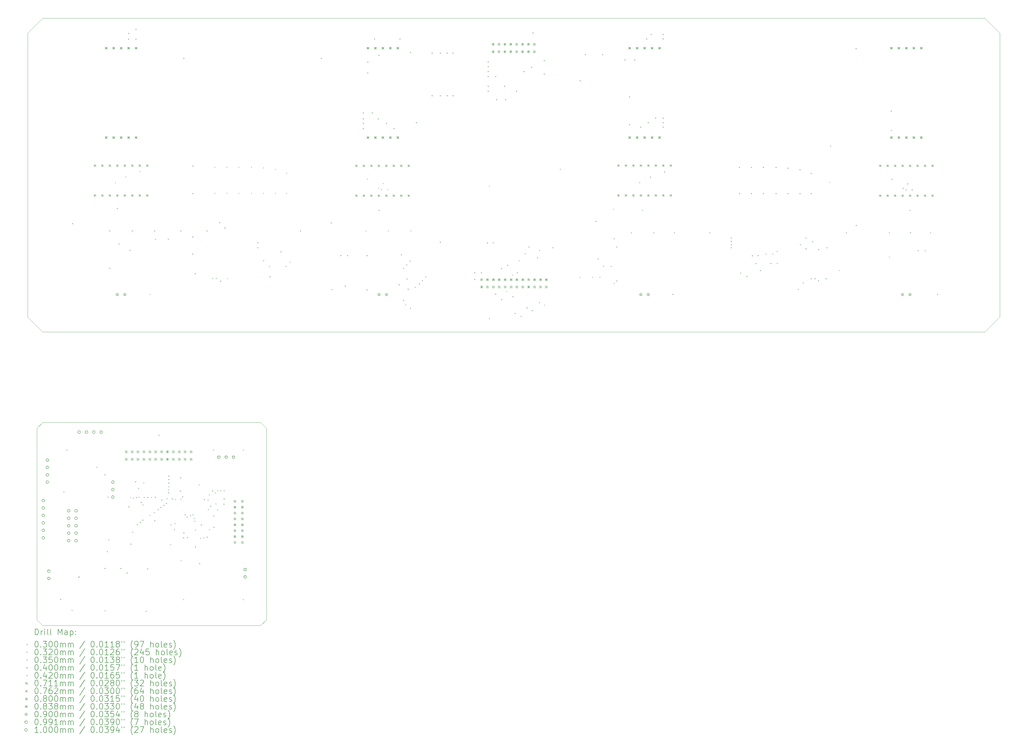
<source format=gbr>
%TF.GenerationSoftware,KiCad,Pcbnew,8.0.8-8.0.8-0~ubuntu24.04.1*%
%TF.CreationDate,2025-08-07T23:42:10-04:00*%
%TF.ProjectId,stencil,7374656e-6369-46c2-9e6b-696361645f70,rev?*%
%TF.SameCoordinates,Original*%
%TF.FileFunction,Drillmap*%
%TF.FilePolarity,Positive*%
%FSLAX45Y45*%
G04 Gerber Fmt 4.5, Leading zero omitted, Abs format (unit mm)*
G04 Created by KiCad (PCBNEW 8.0.8-8.0.8-0~ubuntu24.04.1) date 2025-08-07 23:42:10*
%MOMM*%
%LPD*%
G01*
G04 APERTURE LIST*
%ADD10C,0.050000*%
%ADD11C,0.200000*%
%ADD12C,0.100000*%
G04 APERTURE END LIST*
D10*
X11857900Y-17358200D02*
X11857900Y-23867000D01*
X4060100Y-17358200D02*
X4060100Y-23867000D01*
X11857900Y-17358200D02*
X11657900Y-17158200D01*
X4060100Y-17358200D02*
X4260100Y-17158200D01*
X4260100Y-24067000D02*
X11657900Y-24067000D01*
X11857900Y-23867000D02*
X11657900Y-24067000D01*
X4060100Y-23867000D02*
X4260100Y-24067000D01*
X4260100Y-17158200D02*
X11657900Y-17158200D01*
X36763960Y-13571600D02*
X36255960Y-14079600D01*
X3743960Y-3919600D02*
X4251960Y-3411600D01*
X3743960Y-3919600D02*
X3743960Y-13571600D01*
X3743960Y-13571600D02*
X4251960Y-14079600D01*
X36255960Y-3411600D02*
X36763960Y-3919600D01*
X36763960Y-3919600D02*
X36763960Y-13571600D01*
X4251960Y-3411600D02*
X36255960Y-3411600D01*
X4251960Y-14079600D02*
X36255960Y-14079600D01*
D11*
D12*
X4851150Y-23156228D02*
X4881150Y-23186228D01*
X4881150Y-23156228D02*
X4851150Y-23186228D01*
X4959500Y-19505400D02*
X4989500Y-19535400D01*
X4989500Y-19505400D02*
X4959500Y-19535400D01*
X5061100Y-18083000D02*
X5091100Y-18113000D01*
X5091100Y-18083000D02*
X5061100Y-18113000D01*
X5238900Y-23532820D02*
X5268900Y-23562820D01*
X5268900Y-23532820D02*
X5238900Y-23562820D01*
X6077100Y-18667200D02*
X6107100Y-18697200D01*
X6107100Y-18667200D02*
X6077100Y-18697200D01*
X6356500Y-18925200D02*
X6386500Y-18955200D01*
X6386500Y-18925200D02*
X6356500Y-18955200D01*
X6356500Y-22108900D02*
X6386500Y-22138900D01*
X6386500Y-22108900D02*
X6356500Y-22138900D01*
X6356500Y-23544000D02*
X6386500Y-23574000D01*
X6386500Y-23544000D02*
X6356500Y-23574000D01*
X6458100Y-19683200D02*
X6488100Y-19713200D01*
X6488100Y-19683200D02*
X6458100Y-19713200D01*
X6483500Y-21131000D02*
X6513500Y-21161000D01*
X6513500Y-21131000D02*
X6483500Y-21161000D01*
X6889900Y-22109200D02*
X6919900Y-22139200D01*
X6919900Y-22109200D02*
X6889900Y-22139200D01*
X7105000Y-22265000D02*
X7135000Y-22295000D01*
X7135000Y-22265000D02*
X7105000Y-22295000D01*
X7165000Y-20010160D02*
X7195000Y-20040160D01*
X7195000Y-20010160D02*
X7165000Y-20040160D01*
X7226250Y-19693750D02*
X7256250Y-19723750D01*
X7256250Y-19693750D02*
X7226250Y-19723750D01*
X7232800Y-21283400D02*
X7262800Y-21313400D01*
X7262800Y-21283400D02*
X7232800Y-21313400D01*
X7296300Y-20877000D02*
X7326300Y-20907000D01*
X7326300Y-20877000D02*
X7296300Y-20907000D01*
X7325000Y-19715000D02*
X7355000Y-19745000D01*
X7355000Y-19715000D02*
X7325000Y-19745000D01*
X7395000Y-19155000D02*
X7425000Y-19185000D01*
X7425000Y-19155000D02*
X7395000Y-19185000D01*
X7425000Y-19695000D02*
X7455000Y-19725000D01*
X7455000Y-19695000D02*
X7425000Y-19725000D01*
X7455000Y-20615000D02*
X7485000Y-20645000D01*
X7485000Y-20615000D02*
X7455000Y-20645000D01*
X7495000Y-19385000D02*
X7525000Y-19415000D01*
X7525000Y-19385000D02*
X7495000Y-19415000D01*
X7515000Y-19685000D02*
X7545000Y-19715000D01*
X7545000Y-19685000D02*
X7515000Y-19715000D01*
X7555000Y-20545000D02*
X7585000Y-20575000D01*
X7585000Y-20545000D02*
X7555000Y-20575000D01*
X7585000Y-19865000D02*
X7615000Y-19895000D01*
X7615000Y-19865000D02*
X7585000Y-19895000D01*
X7635000Y-20465000D02*
X7665000Y-20495000D01*
X7665000Y-20465000D02*
X7635000Y-20495000D01*
X7645000Y-19945000D02*
X7675000Y-19975000D01*
X7675000Y-19945000D02*
X7645000Y-19975000D01*
X7675000Y-19195000D02*
X7705000Y-19225000D01*
X7705000Y-19195000D02*
X7675000Y-19225000D01*
X7685000Y-19695000D02*
X7715000Y-19725000D01*
X7715000Y-19695000D02*
X7685000Y-19725000D01*
X7805000Y-19695000D02*
X7835000Y-19725000D01*
X7835000Y-19695000D02*
X7805000Y-19725000D01*
X7805000Y-22125000D02*
X7835000Y-22155000D01*
X7835000Y-22125000D02*
X7805000Y-22155000D01*
X7885000Y-20305000D02*
X7915000Y-20335000D01*
X7915000Y-20305000D02*
X7885000Y-20335000D01*
X7935000Y-19695000D02*
X7965000Y-19725000D01*
X7965000Y-19695000D02*
X7935000Y-19725000D01*
X8035000Y-20205000D02*
X8065000Y-20235000D01*
X8065000Y-20205000D02*
X8035000Y-20235000D01*
X8045000Y-20485000D02*
X8075000Y-20515000D01*
X8075000Y-20485000D02*
X8045000Y-20515000D01*
X8062129Y-19692129D02*
X8092129Y-19722129D01*
X8092129Y-19692129D02*
X8062129Y-19722129D01*
X8165000Y-20105000D02*
X8195000Y-20135000D01*
X8195000Y-20105000D02*
X8165000Y-20135000D01*
X8187894Y-17578186D02*
X8217894Y-17608186D01*
X8217894Y-17578186D02*
X8187894Y-17608186D01*
X8245000Y-20035000D02*
X8275000Y-20065000D01*
X8275000Y-20035000D02*
X8245000Y-20065000D01*
X8283730Y-19783730D02*
X8313730Y-19813730D01*
X8313730Y-19783730D02*
X8283730Y-19813730D01*
X8355000Y-19965000D02*
X8385000Y-19995000D01*
X8385000Y-19965000D02*
X8355000Y-19995000D01*
X8445000Y-19895000D02*
X8475000Y-19925000D01*
X8475000Y-19895000D02*
X8445000Y-19925000D01*
X8462500Y-19737500D02*
X8492500Y-19767500D01*
X8492500Y-19737500D02*
X8462500Y-19767500D01*
X8515000Y-19435000D02*
X8545000Y-19465000D01*
X8545000Y-19435000D02*
X8515000Y-19465000D01*
X8515000Y-19535000D02*
X8545000Y-19565000D01*
X8545000Y-19535000D02*
X8515000Y-19565000D01*
X8525000Y-18965000D02*
X8555000Y-18995000D01*
X8555000Y-18965000D02*
X8525000Y-18995000D01*
X8525000Y-19085000D02*
X8555000Y-19115000D01*
X8555000Y-19085000D02*
X8525000Y-19115000D01*
X8525000Y-19205000D02*
X8555000Y-19235000D01*
X8555000Y-19205000D02*
X8525000Y-19235000D01*
X8525000Y-19325000D02*
X8555000Y-19355000D01*
X8555000Y-19325000D02*
X8525000Y-19355000D01*
X8585000Y-21290800D02*
X8615000Y-21320800D01*
X8615000Y-21290800D02*
X8585000Y-21320800D01*
X8591700Y-20623000D02*
X8621700Y-20653000D01*
X8621700Y-20623000D02*
X8591700Y-20653000D01*
X8645000Y-19745000D02*
X8675000Y-19775000D01*
X8675000Y-19745000D02*
X8645000Y-19775000D01*
X8715000Y-20785000D02*
X8745000Y-20815000D01*
X8745000Y-20785000D02*
X8715000Y-20815000D01*
X8731400Y-20584900D02*
X8761400Y-20614900D01*
X8761400Y-20584900D02*
X8731400Y-20614900D01*
X8755000Y-19765000D02*
X8785000Y-19795000D01*
X8785000Y-19765000D02*
X8755000Y-19795000D01*
X8915000Y-19475000D02*
X8945000Y-19505000D01*
X8945000Y-19475000D02*
X8915000Y-19505000D01*
X8925000Y-19025000D02*
X8955000Y-19055000D01*
X8955000Y-19025000D02*
X8925000Y-19055000D01*
X8935000Y-19755000D02*
X8965000Y-19785000D01*
X8965000Y-19755000D02*
X8935000Y-19785000D01*
X8945000Y-21845000D02*
X8975000Y-21875000D01*
X8975000Y-21845000D02*
X8945000Y-21875000D01*
X8995000Y-19675000D02*
X9025000Y-19705000D01*
X9025000Y-19675000D02*
X8995000Y-19705000D01*
X9023500Y-21067500D02*
X9053500Y-21097500D01*
X9053500Y-21067500D02*
X9023500Y-21097500D01*
X9023500Y-23163000D02*
X9053500Y-23193000D01*
X9053500Y-23163000D02*
X9023500Y-23193000D01*
X9033652Y-20896348D02*
X9063652Y-20926348D01*
X9063652Y-20896348D02*
X9033652Y-20926348D01*
X9079840Y-20285000D02*
X9109840Y-20315000D01*
X9109840Y-20285000D02*
X9079840Y-20315000D01*
X9145000Y-20365000D02*
X9175000Y-20395000D01*
X9175000Y-20365000D02*
X9145000Y-20395000D01*
X9157500Y-21055000D02*
X9187500Y-21085000D01*
X9187500Y-21055000D02*
X9157500Y-21085000D01*
X9257687Y-20306828D02*
X9287687Y-20336828D01*
X9287687Y-20306828D02*
X9257687Y-20336828D01*
X9345000Y-20285000D02*
X9375000Y-20315000D01*
X9375000Y-20285000D02*
X9345000Y-20315000D01*
X9385000Y-20405000D02*
X9415000Y-20435000D01*
X9415000Y-20405000D02*
X9385000Y-20435000D01*
X9405000Y-20505000D02*
X9435000Y-20535000D01*
X9435000Y-20505000D02*
X9405000Y-20535000D01*
X9425000Y-20805000D02*
X9455000Y-20835000D01*
X9455000Y-20805000D02*
X9425000Y-20835000D01*
X9425000Y-21375000D02*
X9455000Y-21405000D01*
X9455000Y-21375000D02*
X9425000Y-21405000D01*
X9552794Y-19263247D02*
X9582794Y-19293247D01*
X9582794Y-19263247D02*
X9552794Y-19293247D01*
X9569600Y-21943800D02*
X9599600Y-21973800D01*
X9599600Y-21943800D02*
X9569600Y-21973800D01*
X9605000Y-21084840D02*
X9635000Y-21114840D01*
X9635000Y-21084840D02*
X9605000Y-21114840D01*
X9625000Y-20625000D02*
X9655000Y-20655000D01*
X9655000Y-20625000D02*
X9625000Y-20655000D01*
X9705000Y-21065000D02*
X9735000Y-21095000D01*
X9735000Y-21065000D02*
X9705000Y-21095000D01*
X9732770Y-19767231D02*
X9762770Y-19797231D01*
X9762770Y-19767231D02*
X9732770Y-19797231D01*
X9825000Y-21045000D02*
X9855000Y-21075000D01*
X9855000Y-21045000D02*
X9825000Y-21075000D01*
X9860000Y-19780000D02*
X9890000Y-19810000D01*
X9890000Y-19780000D02*
X9860000Y-19810000D01*
X9869007Y-20105000D02*
X9899007Y-20135000D01*
X9899007Y-20105000D02*
X9869007Y-20135000D01*
X9899800Y-20788100D02*
X9929800Y-20818100D01*
X9929800Y-20788100D02*
X9899800Y-20818100D01*
X9905000Y-19605000D02*
X9935000Y-19635000D01*
X9935000Y-19605000D02*
X9905000Y-19635000D01*
X9945000Y-19985000D02*
X9975000Y-20015000D01*
X9975000Y-19985000D02*
X9945000Y-20015000D01*
X10005000Y-19465000D02*
X10035000Y-19495000D01*
X10035000Y-19465000D02*
X10005000Y-19495000D01*
X10039500Y-18083000D02*
X10069500Y-18113000D01*
X10069500Y-18083000D02*
X10039500Y-18113000D01*
X10055000Y-20325000D02*
X10085000Y-20355000D01*
X10085000Y-20325000D02*
X10055000Y-20355000D01*
X10055000Y-20705000D02*
X10085000Y-20735000D01*
X10085000Y-20705000D02*
X10055000Y-20735000D01*
X10110000Y-19539840D02*
X10140000Y-19569840D01*
X10140000Y-19539840D02*
X10110000Y-19569840D01*
X10125000Y-19910160D02*
X10155000Y-19940160D01*
X10155000Y-19910160D02*
X10125000Y-19940160D01*
X10185000Y-19459840D02*
X10215000Y-19489840D01*
X10215000Y-19459840D02*
X10185000Y-19489840D01*
X10185000Y-20115000D02*
X10215000Y-20145000D01*
X10215000Y-20115000D02*
X10185000Y-20145000D01*
X10285000Y-19459840D02*
X10315000Y-19489840D01*
X10315000Y-19459840D02*
X10285000Y-19489840D01*
X10395000Y-19925000D02*
X10425000Y-19955000D01*
X10425000Y-19925000D02*
X10395000Y-19955000D01*
X10405000Y-19459840D02*
X10435000Y-19489840D01*
X10435000Y-19459840D02*
X10405000Y-19489840D01*
X10405000Y-19745000D02*
X10435000Y-19775000D01*
X10435000Y-19745000D02*
X10405000Y-19775000D01*
X11055500Y-18083000D02*
X11085500Y-18113000D01*
X11085500Y-18083000D02*
X11055500Y-18113000D01*
X11055500Y-23163000D02*
X11085500Y-23193000D01*
X11085500Y-23163000D02*
X11055500Y-23193000D01*
X6553960Y-10650600D02*
G75*
G02*
X6521960Y-10650600I-16000J0D01*
G01*
X6521960Y-10650600D02*
G75*
G02*
X6553960Y-10650600I16000J0D01*
G01*
X6553960Y-11920600D02*
G75*
G02*
X6521960Y-11920600I-16000J0D01*
G01*
X6521960Y-11920600D02*
G75*
G02*
X6553960Y-11920600I16000J0D01*
G01*
X6744460Y-9017000D02*
G75*
G02*
X6712460Y-9017000I-16000J0D01*
G01*
X6712460Y-9017000D02*
G75*
G02*
X6744460Y-9017000I16000J0D01*
G01*
X6807960Y-9888600D02*
G75*
G02*
X6775960Y-9888600I-16000J0D01*
G01*
X6775960Y-9888600D02*
G75*
G02*
X6807960Y-9888600I16000J0D01*
G01*
X6871460Y-11095100D02*
G75*
G02*
X6839460Y-11095100I-16000J0D01*
G01*
X6839460Y-11095100D02*
G75*
G02*
X6871460Y-11095100I16000J0D01*
G01*
X7100060Y-8813800D02*
G75*
G02*
X7068060Y-8813800I-16000J0D01*
G01*
X7068060Y-8813800D02*
G75*
G02*
X7100060Y-8813800I16000J0D01*
G01*
X7188960Y-4133623D02*
G75*
G02*
X7156960Y-4133623I-16000J0D01*
G01*
X7156960Y-4133623D02*
G75*
G02*
X7188960Y-4133623I16000J0D01*
G01*
X7197087Y-3935874D02*
G75*
G02*
X7165087Y-3935874I-16000J0D01*
G01*
X7165087Y-3935874D02*
G75*
G02*
X7197087Y-3935874I16000J0D01*
G01*
X7239760Y-11311000D02*
G75*
G02*
X7207760Y-11311000I-16000J0D01*
G01*
X7207760Y-11311000D02*
G75*
G02*
X7239760Y-11311000I16000J0D01*
G01*
X7315960Y-10650600D02*
G75*
G02*
X7283960Y-10650600I-16000J0D01*
G01*
X7283960Y-10650600D02*
G75*
G02*
X7315960Y-10650600I16000J0D01*
G01*
X7441519Y-4131944D02*
G75*
G02*
X7409519Y-4131944I-16000J0D01*
G01*
X7409519Y-4131944D02*
G75*
G02*
X7441519Y-4131944I16000J0D01*
G01*
X7442826Y-3794902D02*
G75*
G02*
X7410826Y-3794902I-16000J0D01*
G01*
X7410826Y-3794902D02*
G75*
G02*
X7442826Y-3794902I16000J0D01*
G01*
X7582660Y-8636000D02*
G75*
G02*
X7550660Y-8636000I-16000J0D01*
G01*
X7550660Y-8636000D02*
G75*
G02*
X7582660Y-8636000I16000J0D01*
G01*
X7912860Y-12809600D02*
G75*
G02*
X7880860Y-12809600I-16000J0D01*
G01*
X7880860Y-12809600D02*
G75*
G02*
X7912860Y-12809600I16000J0D01*
G01*
X8077960Y-10650600D02*
G75*
G02*
X8045960Y-10650600I-16000J0D01*
G01*
X8045960Y-10650600D02*
G75*
G02*
X8077960Y-10650600I16000J0D01*
G01*
X8109770Y-10936410D02*
G75*
G02*
X8077770Y-10936410I-16000J0D01*
G01*
X8077770Y-10936410D02*
G75*
G02*
X8109770Y-10936410I16000J0D01*
G01*
X8541570Y-10936410D02*
G75*
G02*
X8509570Y-10936410I-16000J0D01*
G01*
X8509570Y-10936410D02*
G75*
G02*
X8541570Y-10936410I16000J0D01*
G01*
X8966960Y-10650600D02*
G75*
G02*
X8934960Y-10650600I-16000J0D01*
G01*
X8934960Y-10650600D02*
G75*
G02*
X8966960Y-10650600I16000J0D01*
G01*
X9068560Y-4783200D02*
G75*
G02*
X9036560Y-4783200I-16000J0D01*
G01*
X9036560Y-4783200D02*
G75*
G02*
X9068560Y-4783200I16000J0D01*
G01*
X9373360Y-8440800D02*
G75*
G02*
X9341360Y-8440800I-16000J0D01*
G01*
X9341360Y-8440800D02*
G75*
G02*
X9373360Y-8440800I16000J0D01*
G01*
X9373360Y-9380600D02*
G75*
G02*
X9341360Y-9380600I-16000J0D01*
G01*
X9341360Y-9380600D02*
G75*
G02*
X9373360Y-9380600I16000J0D01*
G01*
X9373360Y-10853800D02*
G75*
G02*
X9341360Y-10853800I-16000J0D01*
G01*
X9341360Y-10853800D02*
G75*
G02*
X9373360Y-10853800I16000J0D01*
G01*
X9373360Y-11438000D02*
G75*
G02*
X9341360Y-11438000I-16000J0D01*
G01*
X9341360Y-11438000D02*
G75*
G02*
X9373360Y-11438000I16000J0D01*
G01*
X9855960Y-10650600D02*
G75*
G02*
X9823960Y-10650600I-16000J0D01*
G01*
X9823960Y-10650600D02*
G75*
G02*
X9855960Y-10650600I16000J0D01*
G01*
X10046460Y-12263500D02*
G75*
G02*
X10014460Y-12263500I-16000J0D01*
G01*
X10014460Y-12263500D02*
G75*
G02*
X10046460Y-12263500I16000J0D01*
G01*
X10122660Y-8483600D02*
G75*
G02*
X10090660Y-8483600I-16000J0D01*
G01*
X10090660Y-8483600D02*
G75*
G02*
X10122660Y-8483600I16000J0D01*
G01*
X10122660Y-9372600D02*
G75*
G02*
X10090660Y-9372600I-16000J0D01*
G01*
X10090660Y-9372600D02*
G75*
G02*
X10122660Y-9372600I16000J0D01*
G01*
X10173460Y-12263500D02*
G75*
G02*
X10141460Y-12263500I-16000J0D01*
G01*
X10141460Y-12263500D02*
G75*
G02*
X10173460Y-12263500I16000J0D01*
G01*
X10287760Y-10371200D02*
G75*
G02*
X10255760Y-10371200I-16000J0D01*
G01*
X10255760Y-10371200D02*
G75*
G02*
X10287760Y-10371200I16000J0D01*
G01*
X10465560Y-10549000D02*
G75*
G02*
X10433560Y-10549000I-16000J0D01*
G01*
X10433560Y-10549000D02*
G75*
G02*
X10465560Y-10549000I16000J0D01*
G01*
X10529060Y-8483600D02*
G75*
G02*
X10497060Y-8483600I-16000J0D01*
G01*
X10497060Y-8483600D02*
G75*
G02*
X10529060Y-8483600I16000J0D01*
G01*
X10529060Y-9372600D02*
G75*
G02*
X10497060Y-9372600I-16000J0D01*
G01*
X10497060Y-9372600D02*
G75*
G02*
X10529060Y-9372600I16000J0D01*
G01*
X10554460Y-12276200D02*
G75*
G02*
X10522460Y-12276200I-16000J0D01*
G01*
X10522460Y-12276200D02*
G75*
G02*
X10554460Y-12276200I16000J0D01*
G01*
X10935460Y-8483600D02*
G75*
G02*
X10903460Y-8483600I-16000J0D01*
G01*
X10903460Y-8483600D02*
G75*
G02*
X10935460Y-8483600I16000J0D01*
G01*
X10935460Y-9372600D02*
G75*
G02*
X10903460Y-9372600I-16000J0D01*
G01*
X10903460Y-9372600D02*
G75*
G02*
X10935460Y-9372600I16000J0D01*
G01*
X11367260Y-8483600D02*
G75*
G02*
X11335260Y-8483600I-16000J0D01*
G01*
X11335260Y-8483600D02*
G75*
G02*
X11367260Y-8483600I16000J0D01*
G01*
X11367260Y-9372600D02*
G75*
G02*
X11335260Y-9372600I-16000J0D01*
G01*
X11335260Y-9372600D02*
G75*
G02*
X11367260Y-9372600I16000J0D01*
G01*
X11583160Y-11057000D02*
G75*
G02*
X11551160Y-11057000I-16000J0D01*
G01*
X11551160Y-11057000D02*
G75*
G02*
X11583160Y-11057000I16000J0D01*
G01*
X11583160Y-11222100D02*
G75*
G02*
X11551160Y-11222100I-16000J0D01*
G01*
X11551160Y-11222100D02*
G75*
G02*
X11583160Y-11222100I16000J0D01*
G01*
X11773660Y-8509000D02*
G75*
G02*
X11741660Y-8509000I-16000J0D01*
G01*
X11741660Y-8509000D02*
G75*
G02*
X11773660Y-8509000I16000J0D01*
G01*
X11773660Y-9372600D02*
G75*
G02*
X11741660Y-9372600I-16000J0D01*
G01*
X11741660Y-9372600D02*
G75*
G02*
X11773660Y-9372600I16000J0D01*
G01*
X11780010Y-11660250D02*
G75*
G02*
X11748010Y-11660250I-16000J0D01*
G01*
X11748010Y-11660250D02*
G75*
G02*
X11780010Y-11660250I16000J0D01*
G01*
X11976860Y-11857100D02*
G75*
G02*
X11944860Y-11857100I-16000J0D01*
G01*
X11944860Y-11857100D02*
G75*
G02*
X11976860Y-11857100I16000J0D01*
G01*
X12180060Y-8559800D02*
G75*
G02*
X12148060Y-8559800I-16000J0D01*
G01*
X12148060Y-8559800D02*
G75*
G02*
X12180060Y-8559800I16000J0D01*
G01*
X12180060Y-9372600D02*
G75*
G02*
X12148060Y-9372600I-16000J0D01*
G01*
X12148060Y-9372600D02*
G75*
G02*
X12180060Y-9372600I16000J0D01*
G01*
X12370560Y-11361800D02*
G75*
G02*
X12338560Y-11361800I-16000J0D01*
G01*
X12338560Y-11361800D02*
G75*
G02*
X12370560Y-11361800I16000J0D01*
G01*
X12535660Y-11857100D02*
G75*
G02*
X12503660Y-11857100I-16000J0D01*
G01*
X12503660Y-11857100D02*
G75*
G02*
X12535660Y-11857100I16000J0D01*
G01*
X12561060Y-8686800D02*
G75*
G02*
X12529060Y-8686800I-16000J0D01*
G01*
X12529060Y-8686800D02*
G75*
G02*
X12561060Y-8686800I16000J0D01*
G01*
X12561060Y-9372600D02*
G75*
G02*
X12529060Y-9372600I-16000J0D01*
G01*
X12529060Y-9372600D02*
G75*
G02*
X12561060Y-9372600I16000J0D01*
G01*
X12688060Y-11717400D02*
G75*
G02*
X12656060Y-11717400I-16000J0D01*
G01*
X12656060Y-11717400D02*
G75*
G02*
X12688060Y-11717400I16000J0D01*
G01*
X13030960Y-10650600D02*
G75*
G02*
X12998960Y-10650600I-16000J0D01*
G01*
X12998960Y-10650600D02*
G75*
G02*
X13030960Y-10650600I16000J0D01*
G01*
X13742160Y-4783200D02*
G75*
G02*
X13710160Y-4783200I-16000J0D01*
G01*
X13710160Y-4783200D02*
G75*
G02*
X13742160Y-4783200I16000J0D01*
G01*
X14097760Y-12643700D02*
G75*
G02*
X14065760Y-12643700I-16000J0D01*
G01*
X14065760Y-12643700D02*
G75*
G02*
X14097760Y-12643700I16000J0D01*
G01*
X14402560Y-11488800D02*
G75*
G02*
X14370560Y-11488800I-16000J0D01*
G01*
X14370560Y-11488800D02*
G75*
G02*
X14402560Y-11488800I16000J0D01*
G01*
X14554960Y-12530200D02*
G75*
G02*
X14522960Y-12530200I-16000J0D01*
G01*
X14522960Y-12530200D02*
G75*
G02*
X14554960Y-12530200I16000J0D01*
G01*
X14631160Y-11488800D02*
G75*
G02*
X14599160Y-11488800I-16000J0D01*
G01*
X14599160Y-11488800D02*
G75*
G02*
X14631160Y-11488800I16000J0D01*
G01*
X15164560Y-6637400D02*
G75*
G02*
X15132560Y-6637400I-16000J0D01*
G01*
X15132560Y-6637400D02*
G75*
G02*
X15164560Y-6637400I16000J0D01*
G01*
X15164560Y-6840600D02*
G75*
G02*
X15132560Y-6840600I-16000J0D01*
G01*
X15132560Y-6840600D02*
G75*
G02*
X15164560Y-6840600I16000J0D01*
G01*
X15164560Y-6993000D02*
G75*
G02*
X15132560Y-6993000I-16000J0D01*
G01*
X15132560Y-6993000D02*
G75*
G02*
X15164560Y-6993000I16000J0D01*
G01*
X15164560Y-7170800D02*
G75*
G02*
X15132560Y-7170800I-16000J0D01*
G01*
X15132560Y-7170800D02*
G75*
G02*
X15164560Y-7170800I16000J0D01*
G01*
X15253460Y-10650600D02*
G75*
G02*
X15221460Y-10650600I-16000J0D01*
G01*
X15221460Y-10650600D02*
G75*
G02*
X15253460Y-10650600I16000J0D01*
G01*
X15291560Y-11488800D02*
G75*
G02*
X15259560Y-11488800I-16000J0D01*
G01*
X15259560Y-11488800D02*
G75*
G02*
X15291560Y-11488800I16000J0D01*
G01*
X15291560Y-12657200D02*
G75*
G02*
X15259560Y-12657200I-16000J0D01*
G01*
X15259560Y-12657200D02*
G75*
G02*
X15291560Y-12657200I16000J0D01*
G01*
X15304260Y-8890000D02*
G75*
G02*
X15272260Y-8890000I-16000J0D01*
G01*
X15272260Y-8890000D02*
G75*
G02*
X15304260Y-8890000I16000J0D01*
G01*
X15316960Y-4910200D02*
G75*
G02*
X15284960Y-4910200I-16000J0D01*
G01*
X15284960Y-4910200D02*
G75*
G02*
X15316960Y-4910200I16000J0D01*
G01*
X15316960Y-5278500D02*
G75*
G02*
X15284960Y-5278500I-16000J0D01*
G01*
X15284960Y-5278500D02*
G75*
G02*
X15316960Y-5278500I16000J0D01*
G01*
X15469360Y-6637400D02*
G75*
G02*
X15437360Y-6637400I-16000J0D01*
G01*
X15437360Y-6637400D02*
G75*
G02*
X15469360Y-6637400I16000J0D01*
G01*
X15545560Y-4122800D02*
G75*
G02*
X15513560Y-4122800I-16000J0D01*
G01*
X15513560Y-4122800D02*
G75*
G02*
X15545560Y-4122800I16000J0D01*
G01*
X15672560Y-6840600D02*
G75*
G02*
X15640560Y-6840600I-16000J0D01*
G01*
X15640560Y-6840600D02*
G75*
G02*
X15672560Y-6840600I16000J0D01*
G01*
X15685260Y-9194800D02*
G75*
G02*
X15653260Y-9194800I-16000J0D01*
G01*
X15653260Y-9194800D02*
G75*
G02*
X15685260Y-9194800I16000J0D01*
G01*
X15697960Y-4681600D02*
G75*
G02*
X15665960Y-4681600I-16000J0D01*
G01*
X15665960Y-4681600D02*
G75*
G02*
X15697960Y-4681600I16000J0D01*
G01*
X15697960Y-9952100D02*
G75*
G02*
X15665960Y-9952100I-16000J0D01*
G01*
X15665960Y-9952100D02*
G75*
G02*
X15697960Y-9952100I16000J0D01*
G01*
X15780624Y-9251836D02*
G75*
G02*
X15748624Y-9251836I-16000J0D01*
G01*
X15748624Y-9251836D02*
G75*
G02*
X15780624Y-9251836I16000J0D01*
G01*
X15837660Y-9042400D02*
G75*
G02*
X15805660Y-9042400I-16000J0D01*
G01*
X15805660Y-9042400D02*
G75*
G02*
X15837660Y-9042400I16000J0D01*
G01*
X15951960Y-6993000D02*
G75*
G02*
X15919960Y-6993000I-16000J0D01*
G01*
X15919960Y-6993000D02*
G75*
G02*
X15951960Y-6993000I16000J0D01*
G01*
X15990060Y-9245600D02*
G75*
G02*
X15958060Y-9245600I-16000J0D01*
G01*
X15958060Y-9245600D02*
G75*
G02*
X15990060Y-9245600I16000J0D01*
G01*
X16015460Y-10650600D02*
G75*
G02*
X15983460Y-10650600I-16000J0D01*
G01*
X15983460Y-10650600D02*
G75*
G02*
X16015460Y-10650600I16000J0D01*
G01*
X16205960Y-7170800D02*
G75*
G02*
X16173960Y-7170800I-16000J0D01*
G01*
X16173960Y-7170800D02*
G75*
G02*
X16205960Y-7170800I16000J0D01*
G01*
X16383760Y-12479400D02*
G75*
G02*
X16351760Y-12479400I-16000J0D01*
G01*
X16351760Y-12479400D02*
G75*
G02*
X16383760Y-12479400I16000J0D01*
G01*
X16409160Y-4122800D02*
G75*
G02*
X16377160Y-4122800I-16000J0D01*
G01*
X16377160Y-4122800D02*
G75*
G02*
X16409160Y-4122800I16000J0D01*
G01*
X16459960Y-11463400D02*
G75*
G02*
X16427960Y-11463400I-16000J0D01*
G01*
X16427960Y-11463400D02*
G75*
G02*
X16459960Y-11463400I16000J0D01*
G01*
X16536160Y-11924857D02*
G75*
G02*
X16504160Y-11924857I-16000J0D01*
G01*
X16504160Y-11924857D02*
G75*
G02*
X16536160Y-11924857I16000J0D01*
G01*
X16536160Y-13012800D02*
G75*
G02*
X16504160Y-13012800I-16000J0D01*
G01*
X16504160Y-13012800D02*
G75*
G02*
X16536160Y-13012800I16000J0D01*
G01*
X16599660Y-13165200D02*
G75*
G02*
X16567660Y-13165200I-16000J0D01*
G01*
X16567660Y-13165200D02*
G75*
G02*
X16599660Y-13165200I16000J0D01*
G01*
X16637760Y-11805271D02*
G75*
G02*
X16605760Y-11805271I-16000J0D01*
G01*
X16605760Y-11805271D02*
G75*
G02*
X16637760Y-11805271I16000J0D01*
G01*
X16650460Y-12288900D02*
G75*
G02*
X16618460Y-12288900I-16000J0D01*
G01*
X16618460Y-12288900D02*
G75*
G02*
X16650460Y-12288900I16000J0D01*
G01*
X16688560Y-12631800D02*
G75*
G02*
X16656560Y-12631800I-16000J0D01*
G01*
X16656560Y-12631800D02*
G75*
G02*
X16688560Y-12631800I16000J0D01*
G01*
X16752060Y-11679300D02*
G75*
G02*
X16720060Y-11679300I-16000J0D01*
G01*
X16720060Y-11679300D02*
G75*
G02*
X16752060Y-11679300I16000J0D01*
G01*
X16764760Y-4580000D02*
G75*
G02*
X16732760Y-4580000I-16000J0D01*
G01*
X16732760Y-4580000D02*
G75*
G02*
X16764760Y-4580000I16000J0D01*
G01*
X16764760Y-13279500D02*
G75*
G02*
X16732760Y-13279500I-16000J0D01*
G01*
X16732760Y-13279500D02*
G75*
G02*
X16764760Y-13279500I16000J0D01*
G01*
X16777460Y-10650600D02*
G75*
G02*
X16745460Y-10650600I-16000J0D01*
G01*
X16745460Y-10650600D02*
G75*
G02*
X16777460Y-10650600I16000J0D01*
G01*
X16929860Y-12568300D02*
G75*
G02*
X16897860Y-12568300I-16000J0D01*
G01*
X16897860Y-12568300D02*
G75*
G02*
X16929860Y-12568300I16000J0D01*
G01*
X16967960Y-6967600D02*
G75*
G02*
X16935960Y-6967600I-16000J0D01*
G01*
X16935960Y-6967600D02*
G75*
G02*
X16967960Y-6967600I16000J0D01*
G01*
X17069560Y-12454000D02*
G75*
G02*
X17037560Y-12454000I-16000J0D01*
G01*
X17037560Y-12454000D02*
G75*
G02*
X17069560Y-12454000I16000J0D01*
G01*
X17171160Y-12339700D02*
G75*
G02*
X17139160Y-12339700I-16000J0D01*
G01*
X17139160Y-12339700D02*
G75*
G02*
X17171160Y-12339700I16000J0D01*
G01*
X17285460Y-12212700D02*
G75*
G02*
X17253460Y-12212700I-16000J0D01*
G01*
X17253460Y-12212700D02*
G75*
G02*
X17285460Y-12212700I16000J0D01*
G01*
X17501360Y-4605400D02*
G75*
G02*
X17469360Y-4605400I-16000J0D01*
G01*
X17469360Y-4605400D02*
G75*
G02*
X17501360Y-4605400I16000J0D01*
G01*
X17501360Y-6053200D02*
G75*
G02*
X17469360Y-6053200I-16000J0D01*
G01*
X17469360Y-6053200D02*
G75*
G02*
X17501360Y-6053200I16000J0D01*
G01*
X17780760Y-4605400D02*
G75*
G02*
X17748760Y-4605400I-16000J0D01*
G01*
X17748760Y-4605400D02*
G75*
G02*
X17780760Y-4605400I16000J0D01*
G01*
X17780760Y-6053200D02*
G75*
G02*
X17748760Y-6053200I-16000J0D01*
G01*
X17748760Y-6053200D02*
G75*
G02*
X17780760Y-6053200I16000J0D01*
G01*
X17780760Y-11031600D02*
G75*
G02*
X17748760Y-11031600I-16000J0D01*
G01*
X17748760Y-11031600D02*
G75*
G02*
X17780760Y-11031600I16000J0D01*
G01*
X18009360Y-4605400D02*
G75*
G02*
X17977360Y-4605400I-16000J0D01*
G01*
X17977360Y-4605400D02*
G75*
G02*
X18009360Y-4605400I16000J0D01*
G01*
X18009360Y-6053200D02*
G75*
G02*
X17977360Y-6053200I-16000J0D01*
G01*
X17977360Y-6053200D02*
G75*
G02*
X18009360Y-6053200I16000J0D01*
G01*
X18212560Y-4605400D02*
G75*
G02*
X18180560Y-4605400I-16000J0D01*
G01*
X18180560Y-4605400D02*
G75*
G02*
X18212560Y-4605400I16000J0D01*
G01*
X18212560Y-6053200D02*
G75*
G02*
X18180560Y-6053200I-16000J0D01*
G01*
X18180560Y-6053200D02*
G75*
G02*
X18212560Y-6053200I16000J0D01*
G01*
X18949160Y-12073000D02*
G75*
G02*
X18917160Y-12073000I-16000J0D01*
G01*
X18917160Y-12073000D02*
G75*
G02*
X18949160Y-12073000I16000J0D01*
G01*
X18949160Y-12301600D02*
G75*
G02*
X18917160Y-12301600I-16000J0D01*
G01*
X18917160Y-12301600D02*
G75*
G02*
X18949160Y-12301600I16000J0D01*
G01*
X19177760Y-12073000D02*
G75*
G02*
X19145760Y-12073000I-16000J0D01*
G01*
X19145760Y-12073000D02*
G75*
G02*
X19177760Y-12073000I16000J0D01*
G01*
X19380960Y-11057000D02*
G75*
G02*
X19348960Y-11057000I-16000J0D01*
G01*
X19348960Y-11057000D02*
G75*
G02*
X19380960Y-11057000I16000J0D01*
G01*
X19406360Y-4899314D02*
G75*
G02*
X19374360Y-4899314I-16000J0D01*
G01*
X19374360Y-4899314D02*
G75*
G02*
X19406360Y-4899314I16000J0D01*
G01*
X19406360Y-5066228D02*
G75*
G02*
X19374360Y-5066228I-16000J0D01*
G01*
X19374360Y-5066228D02*
G75*
G02*
X19406360Y-5066228I16000J0D01*
G01*
X19406360Y-5233143D02*
G75*
G02*
X19374360Y-5233143I-16000J0D01*
G01*
X19374360Y-5233143D02*
G75*
G02*
X19406360Y-5233143I16000J0D01*
G01*
X19406360Y-5400057D02*
G75*
G02*
X19374360Y-5400057I-16000J0D01*
G01*
X19374360Y-5400057D02*
G75*
G02*
X19406360Y-5400057I16000J0D01*
G01*
X19406360Y-5733885D02*
G75*
G02*
X19374360Y-5733885I-16000J0D01*
G01*
X19374360Y-5733885D02*
G75*
G02*
X19406360Y-5733885I16000J0D01*
G01*
X19406360Y-5900800D02*
G75*
G02*
X19374360Y-5900800I-16000J0D01*
G01*
X19374360Y-5900800D02*
G75*
G02*
X19406360Y-5900800I16000J0D01*
G01*
X19444460Y-9126600D02*
G75*
G02*
X19412460Y-9126600I-16000J0D01*
G01*
X19412460Y-9126600D02*
G75*
G02*
X19444460Y-9126600I16000J0D01*
G01*
X19446360Y-13633200D02*
G75*
G02*
X19414360Y-13633200I-16000J0D01*
G01*
X19414360Y-13633200D02*
G75*
G02*
X19446360Y-13633200I16000J0D01*
G01*
X19577624Y-11050464D02*
G75*
G02*
X19545624Y-11050464I-16000J0D01*
G01*
X19545624Y-11050464D02*
G75*
G02*
X19577624Y-11050464I16000J0D01*
G01*
X19660360Y-5403927D02*
G75*
G02*
X19628360Y-5403927I-16000J0D01*
G01*
X19628360Y-5403927D02*
G75*
G02*
X19660360Y-5403927I16000J0D01*
G01*
X19660360Y-12801133D02*
G75*
G02*
X19628360Y-12801133I-16000J0D01*
G01*
X19628360Y-12801133D02*
G75*
G02*
X19660360Y-12801133I16000J0D01*
G01*
X19693314Y-6187754D02*
G75*
G02*
X19661314Y-6187754I-16000J0D01*
G01*
X19661314Y-6187754D02*
G75*
G02*
X19693314Y-6187754I16000J0D01*
G01*
X19863560Y-11929067D02*
G75*
G02*
X19831560Y-11929067I-16000J0D01*
G01*
X19831560Y-11929067D02*
G75*
G02*
X19863560Y-11929067I16000J0D01*
G01*
X19863560Y-12987400D02*
G75*
G02*
X19831560Y-12987400I-16000J0D01*
G01*
X19831560Y-12987400D02*
G75*
G02*
X19863560Y-12987400I16000J0D01*
G01*
X19965160Y-5733698D02*
G75*
G02*
X19933160Y-5733698I-16000J0D01*
G01*
X19933160Y-5733698D02*
G75*
G02*
X19965160Y-5733698I16000J0D01*
G01*
X19998473Y-6189211D02*
G75*
G02*
X19966473Y-6189211I-16000J0D01*
G01*
X19966473Y-6189211D02*
G75*
G02*
X19998473Y-6189211I16000J0D01*
G01*
X20028660Y-12708000D02*
G75*
G02*
X19996660Y-12708000I-16000J0D01*
G01*
X19996660Y-12708000D02*
G75*
G02*
X20028660Y-12708000I16000J0D01*
G01*
X20066760Y-11819000D02*
G75*
G02*
X20034760Y-11819000I-16000J0D01*
G01*
X20034760Y-11819000D02*
G75*
G02*
X20066760Y-11819000I16000J0D01*
G01*
X20231860Y-12149200D02*
G75*
G02*
X20199860Y-12149200I-16000J0D01*
G01*
X20199860Y-12149200D02*
G75*
G02*
X20231860Y-12149200I16000J0D01*
G01*
X20244560Y-12885800D02*
G75*
G02*
X20212560Y-12885800I-16000J0D01*
G01*
X20212560Y-12885800D02*
G75*
G02*
X20244560Y-12885800I16000J0D01*
G01*
X20320760Y-13457300D02*
G75*
G02*
X20288760Y-13457300I-16000J0D01*
G01*
X20288760Y-13457300D02*
G75*
G02*
X20320760Y-13457300I16000J0D01*
G01*
X20371560Y-5900800D02*
G75*
G02*
X20339560Y-5900800I-16000J0D01*
G01*
X20339560Y-5900800D02*
G75*
G02*
X20371560Y-5900800I16000J0D01*
G01*
X20396960Y-12073000D02*
G75*
G02*
X20364960Y-12073000I-16000J0D01*
G01*
X20364960Y-12073000D02*
G75*
G02*
X20396960Y-12073000I16000J0D01*
G01*
X20460460Y-11666600D02*
G75*
G02*
X20428460Y-11666600I-16000J0D01*
G01*
X20428460Y-11666600D02*
G75*
G02*
X20460460Y-11666600I16000J0D01*
G01*
X20523960Y-13558900D02*
G75*
G02*
X20491960Y-13558900I-16000J0D01*
G01*
X20491960Y-13558900D02*
G75*
G02*
X20523960Y-13558900I16000J0D01*
G01*
X20618314Y-5233154D02*
G75*
G02*
X20586314Y-5233154I-16000J0D01*
G01*
X20586314Y-5233154D02*
G75*
G02*
X20618314Y-5233154I16000J0D01*
G01*
X20663660Y-11425300D02*
G75*
G02*
X20631660Y-11425300I-16000J0D01*
G01*
X20631660Y-11425300D02*
G75*
G02*
X20663660Y-11425300I16000J0D01*
G01*
X20727160Y-13266800D02*
G75*
G02*
X20695160Y-13266800I-16000J0D01*
G01*
X20695160Y-13266800D02*
G75*
G02*
X20727160Y-13266800I16000J0D01*
G01*
X20790660Y-11196700D02*
G75*
G02*
X20758660Y-11196700I-16000J0D01*
G01*
X20758660Y-11196700D02*
G75*
G02*
X20790660Y-11196700I16000J0D01*
G01*
X20879560Y-5088000D02*
G75*
G02*
X20847560Y-5088000I-16000J0D01*
G01*
X20847560Y-5088000D02*
G75*
G02*
X20879560Y-5088000I16000J0D01*
G01*
X20904960Y-13359933D02*
G75*
G02*
X20872960Y-13359933I-16000J0D01*
G01*
X20872960Y-13359933D02*
G75*
G02*
X20904960Y-13359933I16000J0D01*
G01*
X20930360Y-3919600D02*
G75*
G02*
X20898360Y-3919600I-16000J0D01*
G01*
X20898360Y-3919600D02*
G75*
G02*
X20930360Y-3919600I16000J0D01*
G01*
X21082760Y-11565000D02*
G75*
G02*
X21050760Y-11565000I-16000J0D01*
G01*
X21050760Y-11565000D02*
G75*
G02*
X21082760Y-11565000I16000J0D01*
G01*
X21149242Y-13091982D02*
G75*
G02*
X21117242Y-13091982I-16000J0D01*
G01*
X21117242Y-13091982D02*
G75*
G02*
X21149242Y-13091982I16000J0D01*
G01*
X21152610Y-11317350D02*
G75*
G02*
X21120610Y-11317350I-16000J0D01*
G01*
X21120610Y-11317350D02*
G75*
G02*
X21152610Y-11317350I16000J0D01*
G01*
X21311360Y-4859400D02*
G75*
G02*
X21279360Y-4859400I-16000J0D01*
G01*
X21279360Y-4859400D02*
G75*
G02*
X21311360Y-4859400I16000J0D01*
G01*
X21311360Y-5316600D02*
G75*
G02*
X21279360Y-5316600I-16000J0D01*
G01*
X21279360Y-5316600D02*
G75*
G02*
X21311360Y-5316600I16000J0D01*
G01*
X21324060Y-13173666D02*
G75*
G02*
X21292060Y-13173666I-16000J0D01*
G01*
X21292060Y-13173666D02*
G75*
G02*
X21324060Y-13173666I16000J0D01*
G01*
X21603460Y-11222100D02*
G75*
G02*
X21571460Y-11222100I-16000J0D01*
G01*
X21571460Y-11222100D02*
G75*
G02*
X21603460Y-11222100I16000J0D01*
G01*
X21857460Y-8555100D02*
G75*
G02*
X21825460Y-8555100I-16000J0D01*
G01*
X21825460Y-8555100D02*
G75*
G02*
X21857460Y-8555100I16000J0D01*
G01*
X22517860Y-12225400D02*
G75*
G02*
X22485860Y-12225400I-16000J0D01*
G01*
X22485860Y-12225400D02*
G75*
G02*
X22517860Y-12225400I16000J0D01*
G01*
X22530560Y-5545200D02*
G75*
G02*
X22498560Y-5545200I-16000J0D01*
G01*
X22498560Y-5545200D02*
G75*
G02*
X22530560Y-5545200I16000J0D01*
G01*
X22708360Y-4656200D02*
G75*
G02*
X22676360Y-4656200I-16000J0D01*
G01*
X22676360Y-4656200D02*
G75*
G02*
X22708360Y-4656200I16000J0D01*
G01*
X22949660Y-12225400D02*
G75*
G02*
X22917660Y-12225400I-16000J0D01*
G01*
X22917660Y-12225400D02*
G75*
G02*
X22949660Y-12225400I16000J0D01*
G01*
X23140160Y-11603100D02*
G75*
G02*
X23108160Y-11603100I-16000J0D01*
G01*
X23108160Y-11603100D02*
G75*
G02*
X23140160Y-11603100I16000J0D01*
G01*
X23203660Y-12225400D02*
G75*
G02*
X23171660Y-12225400I-16000J0D01*
G01*
X23171660Y-12225400D02*
G75*
G02*
X23203660Y-12225400I16000J0D01*
G01*
X23292560Y-4656200D02*
G75*
G02*
X23260560Y-4656200I-16000J0D01*
G01*
X23260560Y-4656200D02*
G75*
G02*
X23292560Y-4656200I16000J0D01*
G01*
X23324310Y-11850750D02*
G75*
G02*
X23292310Y-11850750I-16000J0D01*
G01*
X23292310Y-11850750D02*
G75*
G02*
X23324310Y-11850750I16000J0D01*
G01*
X23584660Y-11857100D02*
G75*
G02*
X23552660Y-11857100I-16000J0D01*
G01*
X23552660Y-11857100D02*
G75*
G02*
X23584660Y-11857100I16000J0D01*
G01*
X23660860Y-9914000D02*
G75*
G02*
X23628860Y-9914000I-16000J0D01*
G01*
X23628860Y-9914000D02*
G75*
G02*
X23660860Y-9914000I16000J0D01*
G01*
X23686260Y-10917300D02*
G75*
G02*
X23654260Y-10917300I-16000J0D01*
G01*
X23654260Y-10917300D02*
G75*
G02*
X23686260Y-10917300I16000J0D01*
G01*
X23686260Y-12428600D02*
G75*
G02*
X23654260Y-12428600I-16000J0D01*
G01*
X23654260Y-12428600D02*
G75*
G02*
X23686260Y-12428600I16000J0D01*
G01*
X23775160Y-11196700D02*
G75*
G02*
X23743160Y-11196700I-16000J0D01*
G01*
X23743160Y-11196700D02*
G75*
G02*
X23775160Y-11196700I16000J0D01*
G01*
X23775160Y-12352400D02*
G75*
G02*
X23743160Y-12352400I-16000J0D01*
G01*
X23743160Y-12352400D02*
G75*
G02*
X23775160Y-12352400I16000J0D01*
G01*
X24054560Y-4834000D02*
G75*
G02*
X24022560Y-4834000I-16000J0D01*
G01*
X24022560Y-4834000D02*
G75*
G02*
X24054560Y-4834000I16000J0D01*
G01*
X24206024Y-7035330D02*
G75*
G02*
X24174024Y-7035330I-16000J0D01*
G01*
X24174024Y-7035330D02*
G75*
G02*
X24206024Y-7035330I16000J0D01*
G01*
X24207905Y-6094746D02*
G75*
G02*
X24175905Y-6094746I-16000J0D01*
G01*
X24175905Y-6094746D02*
G75*
G02*
X24207905Y-6094746I16000J0D01*
G01*
X24270460Y-10714100D02*
G75*
G02*
X24238460Y-10714100I-16000J0D01*
G01*
X24238460Y-10714100D02*
G75*
G02*
X24270460Y-10714100I16000J0D01*
G01*
X24384760Y-4834000D02*
G75*
G02*
X24352760Y-4834000I-16000J0D01*
G01*
X24352760Y-4834000D02*
G75*
G02*
X24384760Y-4834000I16000J0D01*
G01*
X24549860Y-9012300D02*
G75*
G02*
X24517860Y-9012300I-16000J0D01*
G01*
X24517860Y-9012300D02*
G75*
G02*
X24549860Y-9012300I16000J0D01*
G01*
X24587960Y-7120000D02*
G75*
G02*
X24555960Y-7120000I-16000J0D01*
G01*
X24555960Y-7120000D02*
G75*
G02*
X24587960Y-7120000I16000J0D01*
G01*
X24651460Y-9952100D02*
G75*
G02*
X24619460Y-9952100I-16000J0D01*
G01*
X24619460Y-9952100D02*
G75*
G02*
X24651460Y-9952100I16000J0D01*
G01*
X24791160Y-4122800D02*
G75*
G02*
X24759160Y-4122800I-16000J0D01*
G01*
X24759160Y-4122800D02*
G75*
G02*
X24791160Y-4122800I16000J0D01*
G01*
X24841960Y-6967600D02*
G75*
G02*
X24809960Y-6967600I-16000J0D01*
G01*
X24809960Y-6967600D02*
G75*
G02*
X24841960Y-6967600I16000J0D01*
G01*
X24918160Y-8821800D02*
G75*
G02*
X24886160Y-8821800I-16000J0D01*
G01*
X24886160Y-8821800D02*
G75*
G02*
X24918160Y-8821800I16000J0D01*
G01*
X24943560Y-3970400D02*
G75*
G02*
X24911560Y-3970400I-16000J0D01*
G01*
X24911560Y-3970400D02*
G75*
G02*
X24943560Y-3970400I16000J0D01*
G01*
X25032460Y-10714100D02*
G75*
G02*
X25000460Y-10714100I-16000J0D01*
G01*
X25000460Y-10714100D02*
G75*
G02*
X25032460Y-10714100I16000J0D01*
G01*
X25095960Y-6815200D02*
G75*
G02*
X25063960Y-6815200I-16000J0D01*
G01*
X25063960Y-6815200D02*
G75*
G02*
X25095960Y-6815200I16000J0D01*
G01*
X25349960Y-3970400D02*
G75*
G02*
X25317960Y-3970400I-16000J0D01*
G01*
X25317960Y-3970400D02*
G75*
G02*
X25349960Y-3970400I16000J0D01*
G01*
X25349960Y-4122800D02*
G75*
G02*
X25317960Y-4122800I-16000J0D01*
G01*
X25317960Y-4122800D02*
G75*
G02*
X25349960Y-4122800I16000J0D01*
G01*
X25349960Y-6815200D02*
G75*
G02*
X25317960Y-6815200I-16000J0D01*
G01*
X25317960Y-6815200D02*
G75*
G02*
X25349960Y-6815200I16000J0D01*
G01*
X25349960Y-6967600D02*
G75*
G02*
X25317960Y-6967600I-16000J0D01*
G01*
X25317960Y-6967600D02*
G75*
G02*
X25349960Y-6967600I16000J0D01*
G01*
X25349960Y-7120000D02*
G75*
G02*
X25317960Y-7120000I-16000J0D01*
G01*
X25317960Y-7120000D02*
G75*
G02*
X25349960Y-7120000I16000J0D01*
G01*
X25400760Y-8644000D02*
G75*
G02*
X25368760Y-8644000I-16000J0D01*
G01*
X25368760Y-8644000D02*
G75*
G02*
X25400760Y-8644000I16000J0D01*
G01*
X25680160Y-12809600D02*
G75*
G02*
X25648160Y-12809600I-16000J0D01*
G01*
X25648160Y-12809600D02*
G75*
G02*
X25680160Y-12809600I16000J0D01*
G01*
X25730960Y-10714100D02*
G75*
G02*
X25698960Y-10714100I-16000J0D01*
G01*
X25698960Y-10714100D02*
G75*
G02*
X25730960Y-10714100I16000J0D01*
G01*
X26937460Y-10714100D02*
G75*
G02*
X26905460Y-10714100I-16000J0D01*
G01*
X26905460Y-10714100D02*
G75*
G02*
X26937460Y-10714100I16000J0D01*
G01*
X27661360Y-10891900D02*
G75*
G02*
X27629360Y-10891900I-16000J0D01*
G01*
X27629360Y-10891900D02*
G75*
G02*
X27661360Y-10891900I16000J0D01*
G01*
X27661360Y-11003025D02*
G75*
G02*
X27629360Y-11003025I-16000J0D01*
G01*
X27629360Y-11003025D02*
G75*
G02*
X27661360Y-11003025I16000J0D01*
G01*
X27661360Y-11120500D02*
G75*
G02*
X27629360Y-11120500I-16000J0D01*
G01*
X27629360Y-11120500D02*
G75*
G02*
X27661360Y-11120500I16000J0D01*
G01*
X27661360Y-11222100D02*
G75*
G02*
X27629360Y-11222100I-16000J0D01*
G01*
X27629360Y-11222100D02*
G75*
G02*
X27661360Y-11222100I16000J0D01*
G01*
X27940760Y-8491600D02*
G75*
G02*
X27908760Y-8491600I-16000J0D01*
G01*
X27908760Y-8491600D02*
G75*
G02*
X27940760Y-8491600I16000J0D01*
G01*
X27940760Y-9380600D02*
G75*
G02*
X27908760Y-9380600I-16000J0D01*
G01*
X27908760Y-9380600D02*
G75*
G02*
X27940760Y-9380600I16000J0D01*
G01*
X27978860Y-12085700D02*
G75*
G02*
X27946860Y-12085700I-16000J0D01*
G01*
X27946860Y-12085700D02*
G75*
G02*
X27978860Y-12085700I16000J0D01*
G01*
X28194760Y-12200000D02*
G75*
G02*
X28162760Y-12200000I-16000J0D01*
G01*
X28162760Y-12200000D02*
G75*
G02*
X28194760Y-12200000I16000J0D01*
G01*
X28347160Y-8491600D02*
G75*
G02*
X28315160Y-8491600I-16000J0D01*
G01*
X28315160Y-8491600D02*
G75*
G02*
X28347160Y-8491600I16000J0D01*
G01*
X28347160Y-9380600D02*
G75*
G02*
X28315160Y-9380600I-16000J0D01*
G01*
X28315160Y-9380600D02*
G75*
G02*
X28347160Y-9380600I16000J0D01*
G01*
X28499560Y-11758800D02*
G75*
G02*
X28467560Y-11758800I-16000J0D01*
G01*
X28467560Y-11758800D02*
G75*
G02*
X28499560Y-11758800I16000J0D01*
G01*
X28575760Y-11488800D02*
G75*
G02*
X28543760Y-11488800I-16000J0D01*
G01*
X28543760Y-11488800D02*
G75*
G02*
X28575760Y-11488800I16000J0D01*
G01*
X28651960Y-11996800D02*
G75*
G02*
X28619960Y-11996800I-16000J0D01*
G01*
X28619960Y-11996800D02*
G75*
G02*
X28651960Y-11996800I16000J0D01*
G01*
X28753560Y-8491600D02*
G75*
G02*
X28721560Y-8491600I-16000J0D01*
G01*
X28721560Y-8491600D02*
G75*
G02*
X28753560Y-8491600I16000J0D01*
G01*
X28753560Y-9380600D02*
G75*
G02*
X28721560Y-9380600I-16000J0D01*
G01*
X28721560Y-9380600D02*
G75*
G02*
X28753560Y-9380600I16000J0D01*
G01*
X28842460Y-11438000D02*
G75*
G02*
X28810460Y-11438000I-16000J0D01*
G01*
X28810460Y-11438000D02*
G75*
G02*
X28842460Y-11438000I16000J0D01*
G01*
X29007560Y-11758800D02*
G75*
G02*
X28975560Y-11758800I-16000J0D01*
G01*
X28975560Y-11758800D02*
G75*
G02*
X29007560Y-11758800I16000J0D01*
G01*
X29071060Y-11438000D02*
G75*
G02*
X29039060Y-11438000I-16000J0D01*
G01*
X29039060Y-11438000D02*
G75*
G02*
X29071060Y-11438000I16000J0D01*
G01*
X29185360Y-8491600D02*
G75*
G02*
X29153360Y-8491600I-16000J0D01*
G01*
X29153360Y-8491600D02*
G75*
G02*
X29185360Y-8491600I16000J0D01*
G01*
X29185360Y-9380600D02*
G75*
G02*
X29153360Y-9380600I-16000J0D01*
G01*
X29153360Y-9380600D02*
G75*
G02*
X29185360Y-9380600I16000J0D01*
G01*
X29223574Y-11349214D02*
G75*
G02*
X29191574Y-11349214I-16000J0D01*
G01*
X29191574Y-11349214D02*
G75*
G02*
X29223574Y-11349214I16000J0D01*
G01*
X29223724Y-11756433D02*
G75*
G02*
X29191724Y-11756433I-16000J0D01*
G01*
X29191724Y-11756433D02*
G75*
G02*
X29223724Y-11756433I16000J0D01*
G01*
X29591760Y-8517000D02*
G75*
G02*
X29559760Y-8517000I-16000J0D01*
G01*
X29559760Y-8517000D02*
G75*
G02*
X29591760Y-8517000I16000J0D01*
G01*
X29591760Y-9380600D02*
G75*
G02*
X29559760Y-9380600I-16000J0D01*
G01*
X29559760Y-9380600D02*
G75*
G02*
X29591760Y-9380600I16000J0D01*
G01*
X29940925Y-12638065D02*
G75*
G02*
X29908925Y-12638065I-16000J0D01*
G01*
X29908925Y-12638065D02*
G75*
G02*
X29940925Y-12638065I16000J0D01*
G01*
X29998160Y-8567800D02*
G75*
G02*
X29966160Y-8567800I-16000J0D01*
G01*
X29966160Y-8567800D02*
G75*
G02*
X29998160Y-8567800I16000J0D01*
G01*
X29998160Y-9380600D02*
G75*
G02*
X29966160Y-9380600I-16000J0D01*
G01*
X29966160Y-9380600D02*
G75*
G02*
X29998160Y-9380600I16000J0D01*
G01*
X30010860Y-11120500D02*
G75*
G02*
X29978860Y-11120500I-16000J0D01*
G01*
X29978860Y-11120500D02*
G75*
G02*
X30010860Y-11120500I16000J0D01*
G01*
X30112460Y-12415900D02*
G75*
G02*
X30080460Y-12415900I-16000J0D01*
G01*
X30080460Y-12415900D02*
G75*
G02*
X30112460Y-12415900I16000J0D01*
G01*
X30201360Y-10891900D02*
G75*
G02*
X30169360Y-10891900I-16000J0D01*
G01*
X30169360Y-10891900D02*
G75*
G02*
X30201360Y-10891900I16000J0D01*
G01*
X30201360Y-11260200D02*
G75*
G02*
X30169360Y-11260200I-16000J0D01*
G01*
X30169360Y-11260200D02*
G75*
G02*
X30201360Y-11260200I16000J0D01*
G01*
X30379160Y-8694800D02*
G75*
G02*
X30347160Y-8694800I-16000J0D01*
G01*
X30347160Y-8694800D02*
G75*
G02*
X30379160Y-8694800I16000J0D01*
G01*
X30379160Y-9380600D02*
G75*
G02*
X30347160Y-9380600I-16000J0D01*
G01*
X30347160Y-9380600D02*
G75*
G02*
X30379160Y-9380600I16000J0D01*
G01*
X30379160Y-12276200D02*
G75*
G02*
X30347160Y-12276200I-16000J0D01*
G01*
X30347160Y-12276200D02*
G75*
G02*
X30379160Y-12276200I16000J0D01*
G01*
X30429960Y-11018900D02*
G75*
G02*
X30397960Y-11018900I-16000J0D01*
G01*
X30397960Y-11018900D02*
G75*
G02*
X30429960Y-11018900I16000J0D01*
G01*
X30506160Y-12276200D02*
G75*
G02*
X30474160Y-12276200I-16000J0D01*
G01*
X30474160Y-12276200D02*
G75*
G02*
X30506160Y-12276200I16000J0D01*
G01*
X30631605Y-11284045D02*
G75*
G02*
X30599605Y-11284045I-16000J0D01*
G01*
X30599605Y-11284045D02*
G75*
G02*
X30631605Y-11284045I16000J0D01*
G01*
X30887160Y-12276200D02*
G75*
G02*
X30855160Y-12276200I-16000J0D01*
G01*
X30855160Y-12276200D02*
G75*
G02*
X30887160Y-12276200I16000J0D01*
G01*
X30912560Y-11222100D02*
G75*
G02*
X30880560Y-11222100I-16000J0D01*
G01*
X30880560Y-11222100D02*
G75*
G02*
X30912560Y-11222100I16000J0D01*
G01*
X31001460Y-8999600D02*
G75*
G02*
X30969460Y-8999600I-16000J0D01*
G01*
X30969460Y-8999600D02*
G75*
G02*
X31001460Y-8999600I16000J0D01*
G01*
X31039560Y-7767700D02*
G75*
G02*
X31007560Y-7767700I-16000J0D01*
G01*
X31007560Y-7767700D02*
G75*
G02*
X31039560Y-7767700I16000J0D01*
G01*
X31331660Y-11996800D02*
G75*
G02*
X31299660Y-11996800I-16000J0D01*
G01*
X31299660Y-11996800D02*
G75*
G02*
X31331660Y-11996800I16000J0D01*
G01*
X31572960Y-10714100D02*
G75*
G02*
X31540960Y-10714100I-16000J0D01*
G01*
X31540960Y-10714100D02*
G75*
G02*
X31572960Y-10714100I16000J0D01*
G01*
X31903160Y-4453000D02*
G75*
G02*
X31871160Y-4453000I-16000J0D01*
G01*
X31871160Y-4453000D02*
G75*
G02*
X31903160Y-4453000I16000J0D01*
G01*
X33033460Y-10714100D02*
G75*
G02*
X33001460Y-10714100I-16000J0D01*
G01*
X33001460Y-10714100D02*
G75*
G02*
X33033460Y-10714100I16000J0D01*
G01*
X33033460Y-11539600D02*
G75*
G02*
X33001460Y-11539600I-16000J0D01*
G01*
X33001460Y-11539600D02*
G75*
G02*
X33033460Y-11539600I16000J0D01*
G01*
X33096960Y-6580070D02*
G75*
G02*
X33064960Y-6580070I-16000J0D01*
G01*
X33064960Y-6580070D02*
G75*
G02*
X33096960Y-6580070I16000J0D01*
G01*
X33098265Y-7232027D02*
G75*
G02*
X33066265Y-7232027I-16000J0D01*
G01*
X33066265Y-7232027D02*
G75*
G02*
X33098265Y-7232027I16000J0D01*
G01*
X33122360Y-8898000D02*
G75*
G02*
X33090360Y-8898000I-16000J0D01*
G01*
X33090360Y-8898000D02*
G75*
G02*
X33122360Y-8898000I16000J0D01*
G01*
X33503360Y-9202800D02*
G75*
G02*
X33471360Y-9202800I-16000J0D01*
G01*
X33471360Y-9202800D02*
G75*
G02*
X33503360Y-9202800I16000J0D01*
G01*
X33598724Y-9259836D02*
G75*
G02*
X33566724Y-9259836I-16000J0D01*
G01*
X33566724Y-9259836D02*
G75*
G02*
X33598724Y-9259836I16000J0D01*
G01*
X33655760Y-9050400D02*
G75*
G02*
X33623760Y-9050400I-16000J0D01*
G01*
X33623760Y-9050400D02*
G75*
G02*
X33655760Y-9050400I16000J0D01*
G01*
X33731960Y-9952100D02*
G75*
G02*
X33699960Y-9952100I-16000J0D01*
G01*
X33699960Y-9952100D02*
G75*
G02*
X33731960Y-9952100I16000J0D01*
G01*
X33750582Y-10710631D02*
G75*
G02*
X33718582Y-10710631I-16000J0D01*
G01*
X33718582Y-10710631D02*
G75*
G02*
X33750582Y-10710631I16000J0D01*
G01*
X33808160Y-9253600D02*
G75*
G02*
X33776160Y-9253600I-16000J0D01*
G01*
X33776160Y-9253600D02*
G75*
G02*
X33808160Y-9253600I16000J0D01*
G01*
X34011360Y-11323700D02*
G75*
G02*
X33979360Y-11323700I-16000J0D01*
G01*
X33979360Y-11323700D02*
G75*
G02*
X34011360Y-11323700I16000J0D01*
G01*
X34252660Y-11323700D02*
G75*
G02*
X34220660Y-11323700I-16000J0D01*
G01*
X34220660Y-11323700D02*
G75*
G02*
X34252660Y-11323700I16000J0D01*
G01*
X34430460Y-10714100D02*
G75*
G02*
X34398460Y-10714100I-16000J0D01*
G01*
X34398460Y-10714100D02*
G75*
G02*
X34430460Y-10714100I16000J0D01*
G01*
X34671760Y-12809600D02*
G75*
G02*
X34639760Y-12809600I-16000J0D01*
G01*
X34639760Y-12809600D02*
G75*
G02*
X34671760Y-12809600I16000J0D01*
G01*
X5267960Y-10379100D02*
X5267960Y-10414100D01*
X5250460Y-10396600D02*
X5285460Y-10396600D01*
X6447700Y-21534900D02*
X6447700Y-21569900D01*
X6430200Y-21552400D02*
X6465200Y-21552400D01*
X7768500Y-23566900D02*
X7768500Y-23601900D01*
X7751000Y-23584400D02*
X7786000Y-23584400D01*
X9433560Y-12080900D02*
X9433560Y-12115900D01*
X9416060Y-12098400D02*
X9451060Y-12098400D01*
X10297160Y-12334900D02*
X10297160Y-12369900D01*
X10279660Y-12352400D02*
X10314660Y-12352400D01*
X11973560Y-12182500D02*
X11973560Y-12217500D01*
X11956060Y-12200000D02*
X11991060Y-12200000D01*
X23047960Y-10302900D02*
X23047960Y-10337900D01*
X23030460Y-10320400D02*
X23065460Y-10320400D01*
X28356560Y-11471300D02*
X28356560Y-11506300D01*
X28339060Y-11488800D02*
X28374060Y-11488800D01*
X30604460Y-12322200D02*
X30604460Y-12357200D01*
X30586960Y-12339700D02*
X30621960Y-12339700D01*
X31887160Y-10442991D02*
X31887160Y-10477991D01*
X31869660Y-10460491D02*
X31904660Y-10460491D01*
X5496642Y-22430142D02*
X5496642Y-22401858D01*
X5468358Y-22401858D01*
X5468358Y-22430142D01*
X5496642Y-22430142D01*
X14056360Y-10392200D02*
X14077360Y-10371200D01*
X14056360Y-10350200D01*
X14035360Y-10371200D01*
X14056360Y-10392200D01*
X10750440Y-19804440D02*
X10821560Y-19875560D01*
X10821560Y-19804440D02*
X10750440Y-19875560D01*
X10821560Y-19840000D02*
G75*
G02*
X10750440Y-19840000I-35560J0D01*
G01*
X10750440Y-19840000D02*
G75*
G02*
X10821560Y-19840000I35560J0D01*
G01*
X10750440Y-20004440D02*
X10821560Y-20075560D01*
X10821560Y-20004440D02*
X10750440Y-20075560D01*
X10821560Y-20040000D02*
G75*
G02*
X10750440Y-20040000I-35560J0D01*
G01*
X10750440Y-20040000D02*
G75*
G02*
X10821560Y-20040000I35560J0D01*
G01*
X10750440Y-20204440D02*
X10821560Y-20275560D01*
X10821560Y-20204440D02*
X10750440Y-20275560D01*
X10821560Y-20240000D02*
G75*
G02*
X10750440Y-20240000I-35560J0D01*
G01*
X10750440Y-20240000D02*
G75*
G02*
X10821560Y-20240000I35560J0D01*
G01*
X10750440Y-20404440D02*
X10821560Y-20475560D01*
X10821560Y-20404440D02*
X10750440Y-20475560D01*
X10821560Y-20440000D02*
G75*
G02*
X10750440Y-20440000I-35560J0D01*
G01*
X10750440Y-20440000D02*
G75*
G02*
X10821560Y-20440000I35560J0D01*
G01*
X10750440Y-20604440D02*
X10821560Y-20675560D01*
X10821560Y-20604440D02*
X10750440Y-20675560D01*
X10821560Y-20640000D02*
G75*
G02*
X10750440Y-20640000I-35560J0D01*
G01*
X10750440Y-20640000D02*
G75*
G02*
X10821560Y-20640000I35560J0D01*
G01*
X10750440Y-20804440D02*
X10821560Y-20875560D01*
X10821560Y-20804440D02*
X10750440Y-20875560D01*
X10821560Y-20840000D02*
G75*
G02*
X10750440Y-20840000I-35560J0D01*
G01*
X10750440Y-20840000D02*
G75*
G02*
X10821560Y-20840000I35560J0D01*
G01*
X10750440Y-21004440D02*
X10821560Y-21075560D01*
X10821560Y-21004440D02*
X10750440Y-21075560D01*
X10821560Y-21040000D02*
G75*
G02*
X10750440Y-21040000I-35560J0D01*
G01*
X10750440Y-21040000D02*
G75*
G02*
X10821560Y-21040000I35560J0D01*
G01*
X10750440Y-21204440D02*
X10821560Y-21275560D01*
X10821560Y-21204440D02*
X10750440Y-21275560D01*
X10821560Y-21240000D02*
G75*
G02*
X10750440Y-21240000I-35560J0D01*
G01*
X10750440Y-21240000D02*
G75*
G02*
X10821560Y-21240000I35560J0D01*
G01*
X11004440Y-19804440D02*
X11075560Y-19875560D01*
X11075560Y-19804440D02*
X11004440Y-19875560D01*
X11075560Y-19840000D02*
G75*
G02*
X11004440Y-19840000I-35560J0D01*
G01*
X11004440Y-19840000D02*
G75*
G02*
X11075560Y-19840000I35560J0D01*
G01*
X11004440Y-20004440D02*
X11075560Y-20075560D01*
X11075560Y-20004440D02*
X11004440Y-20075560D01*
X11075560Y-20040000D02*
G75*
G02*
X11004440Y-20040000I-35560J0D01*
G01*
X11004440Y-20040000D02*
G75*
G02*
X11075560Y-20040000I35560J0D01*
G01*
X11004440Y-20204440D02*
X11075560Y-20275560D01*
X11075560Y-20204440D02*
X11004440Y-20275560D01*
X11075560Y-20240000D02*
G75*
G02*
X11004440Y-20240000I-35560J0D01*
G01*
X11004440Y-20240000D02*
G75*
G02*
X11075560Y-20240000I35560J0D01*
G01*
X11004440Y-20404440D02*
X11075560Y-20475560D01*
X11075560Y-20404440D02*
X11004440Y-20475560D01*
X11075560Y-20440000D02*
G75*
G02*
X11004440Y-20440000I-35560J0D01*
G01*
X11004440Y-20440000D02*
G75*
G02*
X11075560Y-20440000I35560J0D01*
G01*
X11004440Y-20604440D02*
X11075560Y-20675560D01*
X11075560Y-20604440D02*
X11004440Y-20675560D01*
X11075560Y-20640000D02*
G75*
G02*
X11004440Y-20640000I-35560J0D01*
G01*
X11004440Y-20640000D02*
G75*
G02*
X11075560Y-20640000I35560J0D01*
G01*
X11004440Y-20804440D02*
X11075560Y-20875560D01*
X11075560Y-20804440D02*
X11004440Y-20875560D01*
X11075560Y-20840000D02*
G75*
G02*
X11004440Y-20840000I-35560J0D01*
G01*
X11004440Y-20840000D02*
G75*
G02*
X11075560Y-20840000I35560J0D01*
G01*
X11004440Y-21004440D02*
X11075560Y-21075560D01*
X11075560Y-21004440D02*
X11004440Y-21075560D01*
X11075560Y-21040000D02*
G75*
G02*
X11004440Y-21040000I-35560J0D01*
G01*
X11004440Y-21040000D02*
G75*
G02*
X11075560Y-21040000I35560J0D01*
G01*
X11004440Y-21204440D02*
X11075560Y-21275560D01*
X11075560Y-21204440D02*
X11004440Y-21275560D01*
X11075560Y-21240000D02*
G75*
G02*
X11004440Y-21240000I-35560J0D01*
G01*
X11004440Y-21240000D02*
G75*
G02*
X11075560Y-21240000I35560J0D01*
G01*
X19520089Y-4265040D02*
X19591209Y-4336160D01*
X19591209Y-4265040D02*
X19520089Y-4336160D01*
X19591209Y-4300600D02*
G75*
G02*
X19520089Y-4300600I-35560J0D01*
G01*
X19520089Y-4300600D02*
G75*
G02*
X19591209Y-4300600I35560J0D01*
G01*
X19520089Y-4519040D02*
X19591209Y-4590160D01*
X19591209Y-4519040D02*
X19520089Y-4590160D01*
X19591209Y-4554600D02*
G75*
G02*
X19520089Y-4554600I-35560J0D01*
G01*
X19520089Y-4554600D02*
G75*
G02*
X19591209Y-4554600I35560J0D01*
G01*
X19720089Y-4265040D02*
X19791209Y-4336160D01*
X19791209Y-4265040D02*
X19720089Y-4336160D01*
X19791209Y-4300600D02*
G75*
G02*
X19720089Y-4300600I-35560J0D01*
G01*
X19720089Y-4300600D02*
G75*
G02*
X19791209Y-4300600I35560J0D01*
G01*
X19720089Y-4519040D02*
X19791209Y-4590160D01*
X19791209Y-4519040D02*
X19720089Y-4590160D01*
X19791209Y-4554600D02*
G75*
G02*
X19720089Y-4554600I-35560J0D01*
G01*
X19720089Y-4554600D02*
G75*
G02*
X19791209Y-4554600I35560J0D01*
G01*
X19920089Y-4265040D02*
X19991209Y-4336160D01*
X19991209Y-4265040D02*
X19920089Y-4336160D01*
X19991209Y-4300600D02*
G75*
G02*
X19920089Y-4300600I-35560J0D01*
G01*
X19920089Y-4300600D02*
G75*
G02*
X19991209Y-4300600I35560J0D01*
G01*
X19920089Y-4519040D02*
X19991209Y-4590160D01*
X19991209Y-4519040D02*
X19920089Y-4590160D01*
X19991209Y-4554600D02*
G75*
G02*
X19920089Y-4554600I-35560J0D01*
G01*
X19920089Y-4554600D02*
G75*
G02*
X19991209Y-4554600I35560J0D01*
G01*
X20120089Y-4265040D02*
X20191209Y-4336160D01*
X20191209Y-4265040D02*
X20120089Y-4336160D01*
X20191209Y-4300600D02*
G75*
G02*
X20120089Y-4300600I-35560J0D01*
G01*
X20120089Y-4300600D02*
G75*
G02*
X20191209Y-4300600I35560J0D01*
G01*
X20120089Y-4519040D02*
X20191209Y-4590160D01*
X20191209Y-4519040D02*
X20120089Y-4590160D01*
X20191209Y-4554600D02*
G75*
G02*
X20120089Y-4554600I-35560J0D01*
G01*
X20120089Y-4554600D02*
G75*
G02*
X20191209Y-4554600I35560J0D01*
G01*
X20320089Y-4265040D02*
X20391209Y-4336160D01*
X20391209Y-4265040D02*
X20320089Y-4336160D01*
X20391209Y-4300600D02*
G75*
G02*
X20320089Y-4300600I-35560J0D01*
G01*
X20320089Y-4300600D02*
G75*
G02*
X20391209Y-4300600I35560J0D01*
G01*
X20320089Y-4519040D02*
X20391209Y-4590160D01*
X20391209Y-4519040D02*
X20320089Y-4590160D01*
X20391209Y-4554600D02*
G75*
G02*
X20320089Y-4554600I-35560J0D01*
G01*
X20320089Y-4554600D02*
G75*
G02*
X20391209Y-4554600I35560J0D01*
G01*
X20520089Y-4265040D02*
X20591209Y-4336160D01*
X20591209Y-4265040D02*
X20520089Y-4336160D01*
X20591209Y-4300600D02*
G75*
G02*
X20520089Y-4300600I-35560J0D01*
G01*
X20520089Y-4300600D02*
G75*
G02*
X20591209Y-4300600I35560J0D01*
G01*
X20520089Y-4519040D02*
X20591209Y-4590160D01*
X20591209Y-4519040D02*
X20520089Y-4590160D01*
X20591209Y-4554600D02*
G75*
G02*
X20520089Y-4554600I-35560J0D01*
G01*
X20520089Y-4554600D02*
G75*
G02*
X20591209Y-4554600I35560J0D01*
G01*
X20720089Y-4265040D02*
X20791209Y-4336160D01*
X20791209Y-4265040D02*
X20720089Y-4336160D01*
X20791209Y-4300600D02*
G75*
G02*
X20720089Y-4300600I-35560J0D01*
G01*
X20720089Y-4300600D02*
G75*
G02*
X20791209Y-4300600I35560J0D01*
G01*
X20720089Y-4519040D02*
X20791209Y-4590160D01*
X20791209Y-4519040D02*
X20720089Y-4590160D01*
X20791209Y-4554600D02*
G75*
G02*
X20720089Y-4554600I-35560J0D01*
G01*
X20720089Y-4554600D02*
G75*
G02*
X20791209Y-4554600I35560J0D01*
G01*
X20920089Y-4265040D02*
X20991209Y-4336160D01*
X20991209Y-4265040D02*
X20920089Y-4336160D01*
X20991209Y-4300600D02*
G75*
G02*
X20920089Y-4300600I-35560J0D01*
G01*
X20920089Y-4300600D02*
G75*
G02*
X20991209Y-4300600I35560J0D01*
G01*
X20920089Y-4519040D02*
X20991209Y-4590160D01*
X20991209Y-4519040D02*
X20920089Y-4590160D01*
X20991209Y-4554600D02*
G75*
G02*
X20920089Y-4554600I-35560J0D01*
G01*
X20920089Y-4554600D02*
G75*
G02*
X20991209Y-4554600I35560J0D01*
G01*
X5989320Y-8387650D02*
X6065520Y-8463850D01*
X6065520Y-8387650D02*
X5989320Y-8463850D01*
X6027420Y-8387650D02*
X6027420Y-8463850D01*
X5989320Y-8425750D02*
X6065520Y-8425750D01*
X5989320Y-9403650D02*
X6065520Y-9479850D01*
X6065520Y-9403650D02*
X5989320Y-9479850D01*
X6027420Y-9403650D02*
X6027420Y-9479850D01*
X5989320Y-9441750D02*
X6065520Y-9441750D01*
X6243320Y-8387650D02*
X6319520Y-8463850D01*
X6319520Y-8387650D02*
X6243320Y-8463850D01*
X6281420Y-8387650D02*
X6281420Y-8463850D01*
X6243320Y-8425750D02*
X6319520Y-8425750D01*
X6243320Y-9403650D02*
X6319520Y-9479850D01*
X6319520Y-9403650D02*
X6243320Y-9479850D01*
X6281420Y-9403650D02*
X6281420Y-9479850D01*
X6243320Y-9441750D02*
X6319520Y-9441750D01*
X6497320Y-8387650D02*
X6573520Y-8463850D01*
X6573520Y-8387650D02*
X6497320Y-8463850D01*
X6535420Y-8387650D02*
X6535420Y-8463850D01*
X6497320Y-8425750D02*
X6573520Y-8425750D01*
X6497320Y-9403650D02*
X6573520Y-9479850D01*
X6573520Y-9403650D02*
X6497320Y-9479850D01*
X6535420Y-9403650D02*
X6535420Y-9479850D01*
X6497320Y-9441750D02*
X6573520Y-9441750D01*
X6751320Y-8387650D02*
X6827520Y-8463850D01*
X6827520Y-8387650D02*
X6751320Y-8463850D01*
X6789420Y-8387650D02*
X6789420Y-8463850D01*
X6751320Y-8425750D02*
X6827520Y-8425750D01*
X6751320Y-9403650D02*
X6827520Y-9479850D01*
X6827520Y-9403650D02*
X6751320Y-9479850D01*
X6789420Y-9403650D02*
X6789420Y-9479850D01*
X6751320Y-9441750D02*
X6827520Y-9441750D01*
X7005320Y-8387650D02*
X7081520Y-8463850D01*
X7081520Y-8387650D02*
X7005320Y-8463850D01*
X7043420Y-8387650D02*
X7043420Y-8463850D01*
X7005320Y-8425750D02*
X7081520Y-8425750D01*
X7005320Y-9403650D02*
X7081520Y-9479850D01*
X7081520Y-9403650D02*
X7005320Y-9479850D01*
X7043420Y-9403650D02*
X7043420Y-9479850D01*
X7005320Y-9441750D02*
X7081520Y-9441750D01*
X7259320Y-8387650D02*
X7335520Y-8463850D01*
X7335520Y-8387650D02*
X7259320Y-8463850D01*
X7297420Y-8387650D02*
X7297420Y-8463850D01*
X7259320Y-8425750D02*
X7335520Y-8425750D01*
X7259320Y-9403650D02*
X7335520Y-9479850D01*
X7335520Y-9403650D02*
X7259320Y-9479850D01*
X7297420Y-9403650D02*
X7297420Y-9479850D01*
X7259320Y-9441750D02*
X7335520Y-9441750D01*
X7513320Y-8387650D02*
X7589520Y-8463850D01*
X7589520Y-8387650D02*
X7513320Y-8463850D01*
X7551420Y-8387650D02*
X7551420Y-8463850D01*
X7513320Y-8425750D02*
X7589520Y-8425750D01*
X7513320Y-9403650D02*
X7589520Y-9479850D01*
X7589520Y-9403650D02*
X7513320Y-9479850D01*
X7551420Y-9403650D02*
X7551420Y-9479850D01*
X7513320Y-9441750D02*
X7589520Y-9441750D01*
X7767320Y-8387650D02*
X7843520Y-8463850D01*
X7843520Y-8387650D02*
X7767320Y-8463850D01*
X7805420Y-8387650D02*
X7805420Y-8463850D01*
X7767320Y-8425750D02*
X7843520Y-8425750D01*
X7767320Y-9403650D02*
X7843520Y-9479850D01*
X7843520Y-9403650D02*
X7767320Y-9479850D01*
X7805420Y-9403650D02*
X7805420Y-9479850D01*
X7767320Y-9441750D02*
X7843520Y-9441750D01*
X14871700Y-8390000D02*
X14947900Y-8466200D01*
X14947900Y-8390000D02*
X14871700Y-8466200D01*
X14909800Y-8390000D02*
X14909800Y-8466200D01*
X14871700Y-8428100D02*
X14947900Y-8428100D01*
X14871700Y-9406000D02*
X14947900Y-9482200D01*
X14947900Y-9406000D02*
X14871700Y-9482200D01*
X14909800Y-9406000D02*
X14909800Y-9482200D01*
X14871700Y-9444100D02*
X14947900Y-9444100D01*
X15125700Y-8390000D02*
X15201900Y-8466200D01*
X15201900Y-8390000D02*
X15125700Y-8466200D01*
X15163800Y-8390000D02*
X15163800Y-8466200D01*
X15125700Y-8428100D02*
X15201900Y-8428100D01*
X15125700Y-9406000D02*
X15201900Y-9482200D01*
X15201900Y-9406000D02*
X15125700Y-9482200D01*
X15163800Y-9406000D02*
X15163800Y-9482200D01*
X15125700Y-9444100D02*
X15201900Y-9444100D01*
X15379700Y-8390000D02*
X15455900Y-8466200D01*
X15455900Y-8390000D02*
X15379700Y-8466200D01*
X15417800Y-8390000D02*
X15417800Y-8466200D01*
X15379700Y-8428100D02*
X15455900Y-8428100D01*
X15379700Y-9406000D02*
X15455900Y-9482200D01*
X15455900Y-9406000D02*
X15379700Y-9482200D01*
X15417800Y-9406000D02*
X15417800Y-9482200D01*
X15379700Y-9444100D02*
X15455900Y-9444100D01*
X15633700Y-8390000D02*
X15709900Y-8466200D01*
X15709900Y-8390000D02*
X15633700Y-8466200D01*
X15671800Y-8390000D02*
X15671800Y-8466200D01*
X15633700Y-8428100D02*
X15709900Y-8428100D01*
X15633700Y-9406000D02*
X15709900Y-9482200D01*
X15709900Y-9406000D02*
X15633700Y-9482200D01*
X15671800Y-9406000D02*
X15671800Y-9482200D01*
X15633700Y-9444100D02*
X15709900Y-9444100D01*
X15887700Y-8390000D02*
X15963900Y-8466200D01*
X15963900Y-8390000D02*
X15887700Y-8466200D01*
X15925800Y-8390000D02*
X15925800Y-8466200D01*
X15887700Y-8428100D02*
X15963900Y-8428100D01*
X15887700Y-9406000D02*
X15963900Y-9482200D01*
X15963900Y-9406000D02*
X15887700Y-9482200D01*
X15925800Y-9406000D02*
X15925800Y-9482200D01*
X15887700Y-9444100D02*
X15963900Y-9444100D01*
X16141700Y-8390000D02*
X16217900Y-8466200D01*
X16217900Y-8390000D02*
X16141700Y-8466200D01*
X16179800Y-8390000D02*
X16179800Y-8466200D01*
X16141700Y-8428100D02*
X16217900Y-8428100D01*
X16141700Y-9406000D02*
X16217900Y-9482200D01*
X16217900Y-9406000D02*
X16141700Y-9482200D01*
X16179800Y-9406000D02*
X16179800Y-9482200D01*
X16141700Y-9444100D02*
X16217900Y-9444100D01*
X16395700Y-8390000D02*
X16471900Y-8466200D01*
X16471900Y-8390000D02*
X16395700Y-8466200D01*
X16433800Y-8390000D02*
X16433800Y-8466200D01*
X16395700Y-8428100D02*
X16471900Y-8428100D01*
X16395700Y-9406000D02*
X16471900Y-9482200D01*
X16471900Y-9406000D02*
X16395700Y-9482200D01*
X16433800Y-9406000D02*
X16433800Y-9482200D01*
X16395700Y-9444100D02*
X16471900Y-9444100D01*
X16649700Y-8390000D02*
X16725900Y-8466200D01*
X16725900Y-8390000D02*
X16649700Y-8466200D01*
X16687800Y-8390000D02*
X16687800Y-8466200D01*
X16649700Y-8428100D02*
X16725900Y-8428100D01*
X16649700Y-9406000D02*
X16725900Y-9482200D01*
X16725900Y-9406000D02*
X16649700Y-9482200D01*
X16687800Y-9406000D02*
X16687800Y-9482200D01*
X16649700Y-9444100D02*
X16725900Y-9444100D01*
X23771860Y-8385300D02*
X23848060Y-8461500D01*
X23848060Y-8385300D02*
X23771860Y-8461500D01*
X23809960Y-8385300D02*
X23809960Y-8461500D01*
X23771860Y-8423400D02*
X23848060Y-8423400D01*
X23771860Y-9401300D02*
X23848060Y-9477500D01*
X23848060Y-9401300D02*
X23771860Y-9477500D01*
X23809960Y-9401300D02*
X23809960Y-9477500D01*
X23771860Y-9439400D02*
X23848060Y-9439400D01*
X24025860Y-8385300D02*
X24102060Y-8461500D01*
X24102060Y-8385300D02*
X24025860Y-8461500D01*
X24063960Y-8385300D02*
X24063960Y-8461500D01*
X24025860Y-8423400D02*
X24102060Y-8423400D01*
X24025860Y-9401300D02*
X24102060Y-9477500D01*
X24102060Y-9401300D02*
X24025860Y-9477500D01*
X24063960Y-9401300D02*
X24063960Y-9477500D01*
X24025860Y-9439400D02*
X24102060Y-9439400D01*
X24279860Y-8385300D02*
X24356060Y-8461500D01*
X24356060Y-8385300D02*
X24279860Y-8461500D01*
X24317960Y-8385300D02*
X24317960Y-8461500D01*
X24279860Y-8423400D02*
X24356060Y-8423400D01*
X24279860Y-9401300D02*
X24356060Y-9477500D01*
X24356060Y-9401300D02*
X24279860Y-9477500D01*
X24317960Y-9401300D02*
X24317960Y-9477500D01*
X24279860Y-9439400D02*
X24356060Y-9439400D01*
X24533860Y-8385300D02*
X24610060Y-8461500D01*
X24610060Y-8385300D02*
X24533860Y-8461500D01*
X24571960Y-8385300D02*
X24571960Y-8461500D01*
X24533860Y-8423400D02*
X24610060Y-8423400D01*
X24533860Y-9401300D02*
X24610060Y-9477500D01*
X24610060Y-9401300D02*
X24533860Y-9477500D01*
X24571960Y-9401300D02*
X24571960Y-9477500D01*
X24533860Y-9439400D02*
X24610060Y-9439400D01*
X24787860Y-8385300D02*
X24864060Y-8461500D01*
X24864060Y-8385300D02*
X24787860Y-8461500D01*
X24825960Y-8385300D02*
X24825960Y-8461500D01*
X24787860Y-8423400D02*
X24864060Y-8423400D01*
X24787860Y-9401300D02*
X24864060Y-9477500D01*
X24864060Y-9401300D02*
X24787860Y-9477500D01*
X24825960Y-9401300D02*
X24825960Y-9477500D01*
X24787860Y-9439400D02*
X24864060Y-9439400D01*
X25041860Y-8385300D02*
X25118060Y-8461500D01*
X25118060Y-8385300D02*
X25041860Y-8461500D01*
X25079960Y-8385300D02*
X25079960Y-8461500D01*
X25041860Y-8423400D02*
X25118060Y-8423400D01*
X25041860Y-9401300D02*
X25118060Y-9477500D01*
X25118060Y-9401300D02*
X25041860Y-9477500D01*
X25079960Y-9401300D02*
X25079960Y-9477500D01*
X25041860Y-9439400D02*
X25118060Y-9439400D01*
X25295860Y-8385300D02*
X25372060Y-8461500D01*
X25372060Y-8385300D02*
X25295860Y-8461500D01*
X25333960Y-8385300D02*
X25333960Y-8461500D01*
X25295860Y-8423400D02*
X25372060Y-8423400D01*
X25295860Y-9401300D02*
X25372060Y-9477500D01*
X25372060Y-9401300D02*
X25295860Y-9477500D01*
X25333960Y-9401300D02*
X25333960Y-9477500D01*
X25295860Y-9439400D02*
X25372060Y-9439400D01*
X25549860Y-8385300D02*
X25626060Y-8461500D01*
X25626060Y-8385300D02*
X25549860Y-8461500D01*
X25587960Y-8385300D02*
X25587960Y-8461500D01*
X25549860Y-8423400D02*
X25626060Y-8423400D01*
X25549860Y-9401300D02*
X25626060Y-9477500D01*
X25626060Y-9401300D02*
X25549860Y-9477500D01*
X25587960Y-9401300D02*
X25587960Y-9477500D01*
X25549860Y-9439400D02*
X25626060Y-9439400D01*
X32661860Y-8390000D02*
X32738060Y-8466200D01*
X32738060Y-8390000D02*
X32661860Y-8466200D01*
X32699960Y-8390000D02*
X32699960Y-8466200D01*
X32661860Y-8428100D02*
X32738060Y-8428100D01*
X32661860Y-9406000D02*
X32738060Y-9482200D01*
X32738060Y-9406000D02*
X32661860Y-9482200D01*
X32699960Y-9406000D02*
X32699960Y-9482200D01*
X32661860Y-9444100D02*
X32738060Y-9444100D01*
X32915860Y-8390000D02*
X32992060Y-8466200D01*
X32992060Y-8390000D02*
X32915860Y-8466200D01*
X32953960Y-8390000D02*
X32953960Y-8466200D01*
X32915860Y-8428100D02*
X32992060Y-8428100D01*
X32915860Y-9406000D02*
X32992060Y-9482200D01*
X32992060Y-9406000D02*
X32915860Y-9482200D01*
X32953960Y-9406000D02*
X32953960Y-9482200D01*
X32915860Y-9444100D02*
X32992060Y-9444100D01*
X33169860Y-8390000D02*
X33246060Y-8466200D01*
X33246060Y-8390000D02*
X33169860Y-8466200D01*
X33207960Y-8390000D02*
X33207960Y-8466200D01*
X33169860Y-8428100D02*
X33246060Y-8428100D01*
X33169860Y-9406000D02*
X33246060Y-9482200D01*
X33246060Y-9406000D02*
X33169860Y-9482200D01*
X33207960Y-9406000D02*
X33207960Y-9482200D01*
X33169860Y-9444100D02*
X33246060Y-9444100D01*
X33423860Y-8390000D02*
X33500060Y-8466200D01*
X33500060Y-8390000D02*
X33423860Y-8466200D01*
X33461960Y-8390000D02*
X33461960Y-8466200D01*
X33423860Y-8428100D02*
X33500060Y-8428100D01*
X33423860Y-9406000D02*
X33500060Y-9482200D01*
X33500060Y-9406000D02*
X33423860Y-9482200D01*
X33461960Y-9406000D02*
X33461960Y-9482200D01*
X33423860Y-9444100D02*
X33500060Y-9444100D01*
X33677860Y-8390000D02*
X33754060Y-8466200D01*
X33754060Y-8390000D02*
X33677860Y-8466200D01*
X33715960Y-8390000D02*
X33715960Y-8466200D01*
X33677860Y-8428100D02*
X33754060Y-8428100D01*
X33677860Y-9406000D02*
X33754060Y-9482200D01*
X33754060Y-9406000D02*
X33677860Y-9482200D01*
X33715960Y-9406000D02*
X33715960Y-9482200D01*
X33677860Y-9444100D02*
X33754060Y-9444100D01*
X33931860Y-8390000D02*
X34008060Y-8466200D01*
X34008060Y-8390000D02*
X33931860Y-8466200D01*
X33969960Y-8390000D02*
X33969960Y-8466200D01*
X33931860Y-8428100D02*
X34008060Y-8428100D01*
X33931860Y-9406000D02*
X34008060Y-9482200D01*
X34008060Y-9406000D02*
X33931860Y-9482200D01*
X33969960Y-9406000D02*
X33969960Y-9482200D01*
X33931860Y-9444100D02*
X34008060Y-9444100D01*
X34185860Y-8390000D02*
X34262060Y-8466200D01*
X34262060Y-8390000D02*
X34185860Y-8466200D01*
X34223960Y-8390000D02*
X34223960Y-8466200D01*
X34185860Y-8428100D02*
X34262060Y-8428100D01*
X34185860Y-9406000D02*
X34262060Y-9482200D01*
X34262060Y-9406000D02*
X34185860Y-9482200D01*
X34223960Y-9406000D02*
X34223960Y-9482200D01*
X34185860Y-9444100D02*
X34262060Y-9444100D01*
X34439860Y-8390000D02*
X34516060Y-8466200D01*
X34516060Y-8390000D02*
X34439860Y-8466200D01*
X34477960Y-8390000D02*
X34477960Y-8466200D01*
X34439860Y-8428100D02*
X34516060Y-8428100D01*
X34439860Y-9406000D02*
X34516060Y-9482200D01*
X34516060Y-9406000D02*
X34439860Y-9482200D01*
X34477960Y-9406000D02*
X34477960Y-9482200D01*
X34439860Y-9444100D02*
X34516060Y-9444100D01*
X6370960Y-4391600D02*
X6450960Y-4471600D01*
X6450960Y-4391600D02*
X6370960Y-4471600D01*
X6439244Y-4459885D02*
X6439244Y-4403316D01*
X6382675Y-4403316D01*
X6382675Y-4459885D01*
X6439244Y-4459885D01*
X6370960Y-7431600D02*
X6450960Y-7511600D01*
X6450960Y-7431600D02*
X6370960Y-7511600D01*
X6439244Y-7499884D02*
X6439244Y-7443315D01*
X6382675Y-7443315D01*
X6382675Y-7499884D01*
X6439244Y-7499884D01*
X6624960Y-4391600D02*
X6704960Y-4471600D01*
X6704960Y-4391600D02*
X6624960Y-4471600D01*
X6693244Y-4459885D02*
X6693244Y-4403316D01*
X6636675Y-4403316D01*
X6636675Y-4459885D01*
X6693244Y-4459885D01*
X6624960Y-7431600D02*
X6704960Y-7511600D01*
X6704960Y-7431600D02*
X6624960Y-7511600D01*
X6693244Y-7499884D02*
X6693244Y-7443315D01*
X6636675Y-7443315D01*
X6636675Y-7499884D01*
X6693244Y-7499884D01*
X6878960Y-4391600D02*
X6958960Y-4471600D01*
X6958960Y-4391600D02*
X6878960Y-4471600D01*
X6947244Y-4459885D02*
X6947244Y-4403316D01*
X6890675Y-4403316D01*
X6890675Y-4459885D01*
X6947244Y-4459885D01*
X6878960Y-7431600D02*
X6958960Y-7511600D01*
X6958960Y-7431600D02*
X6878960Y-7511600D01*
X6947244Y-7499884D02*
X6947244Y-7443315D01*
X6890675Y-7443315D01*
X6890675Y-7499884D01*
X6947244Y-7499884D01*
X7132960Y-4391600D02*
X7212960Y-4471600D01*
X7212960Y-4391600D02*
X7132960Y-4471600D01*
X7201244Y-4459885D02*
X7201244Y-4403316D01*
X7144675Y-4403316D01*
X7144675Y-4459885D01*
X7201244Y-4459885D01*
X7132960Y-7431600D02*
X7212960Y-7511600D01*
X7212960Y-7431600D02*
X7132960Y-7511600D01*
X7201244Y-7499884D02*
X7201244Y-7443315D01*
X7144675Y-7443315D01*
X7144675Y-7499884D01*
X7201244Y-7499884D01*
X7386960Y-4391600D02*
X7466960Y-4471600D01*
X7466960Y-4391600D02*
X7386960Y-4471600D01*
X7455244Y-4459885D02*
X7455244Y-4403316D01*
X7398675Y-4403316D01*
X7398675Y-4459885D01*
X7455244Y-4459885D01*
X7386960Y-7431600D02*
X7466960Y-7511600D01*
X7466960Y-7431600D02*
X7386960Y-7511600D01*
X7455244Y-7499884D02*
X7455244Y-7443315D01*
X7398675Y-7443315D01*
X7398675Y-7499884D01*
X7455244Y-7499884D01*
X15260960Y-4391600D02*
X15340960Y-4471600D01*
X15340960Y-4391600D02*
X15260960Y-4471600D01*
X15329244Y-4459885D02*
X15329244Y-4403316D01*
X15272675Y-4403316D01*
X15272675Y-4459885D01*
X15329244Y-4459885D01*
X15260960Y-7431600D02*
X15340960Y-7511600D01*
X15340960Y-7431600D02*
X15260960Y-7511600D01*
X15329244Y-7499884D02*
X15329244Y-7443315D01*
X15272675Y-7443315D01*
X15272675Y-7499884D01*
X15329244Y-7499884D01*
X15514960Y-4391600D02*
X15594960Y-4471600D01*
X15594960Y-4391600D02*
X15514960Y-4471600D01*
X15583244Y-4459885D02*
X15583244Y-4403316D01*
X15526675Y-4403316D01*
X15526675Y-4459885D01*
X15583244Y-4459885D01*
X15514960Y-7431600D02*
X15594960Y-7511600D01*
X15594960Y-7431600D02*
X15514960Y-7511600D01*
X15583244Y-7499884D02*
X15583244Y-7443315D01*
X15526675Y-7443315D01*
X15526675Y-7499884D01*
X15583244Y-7499884D01*
X15768960Y-4391600D02*
X15848960Y-4471600D01*
X15848960Y-4391600D02*
X15768960Y-4471600D01*
X15837244Y-4459885D02*
X15837244Y-4403316D01*
X15780675Y-4403316D01*
X15780675Y-4459885D01*
X15837244Y-4459885D01*
X15768960Y-7431600D02*
X15848960Y-7511600D01*
X15848960Y-7431600D02*
X15768960Y-7511600D01*
X15837244Y-7499884D02*
X15837244Y-7443315D01*
X15780675Y-7443315D01*
X15780675Y-7499884D01*
X15837244Y-7499884D01*
X16022960Y-4391600D02*
X16102960Y-4471600D01*
X16102960Y-4391600D02*
X16022960Y-4471600D01*
X16091244Y-4459885D02*
X16091244Y-4403316D01*
X16034675Y-4403316D01*
X16034675Y-4459885D01*
X16091244Y-4459885D01*
X16022960Y-7431600D02*
X16102960Y-7511600D01*
X16102960Y-7431600D02*
X16022960Y-7511600D01*
X16091244Y-7499884D02*
X16091244Y-7443315D01*
X16034675Y-7443315D01*
X16034675Y-7499884D01*
X16091244Y-7499884D01*
X16276960Y-4391600D02*
X16356960Y-4471600D01*
X16356960Y-4391600D02*
X16276960Y-4471600D01*
X16345244Y-4459885D02*
X16345244Y-4403316D01*
X16288675Y-4403316D01*
X16288675Y-4459885D01*
X16345244Y-4459885D01*
X16276960Y-7431600D02*
X16356960Y-7511600D01*
X16356960Y-7431600D02*
X16276960Y-7511600D01*
X16345244Y-7499884D02*
X16345244Y-7443315D01*
X16288675Y-7443315D01*
X16288675Y-7499884D01*
X16345244Y-7499884D01*
X24150960Y-4391600D02*
X24230960Y-4471600D01*
X24230960Y-4391600D02*
X24150960Y-4471600D01*
X24219244Y-4459885D02*
X24219244Y-4403316D01*
X24162675Y-4403316D01*
X24162675Y-4459885D01*
X24219244Y-4459885D01*
X24150960Y-7431600D02*
X24230960Y-7511600D01*
X24230960Y-7431600D02*
X24150960Y-7511600D01*
X24219244Y-7499884D02*
X24219244Y-7443315D01*
X24162675Y-7443315D01*
X24162675Y-7499884D01*
X24219244Y-7499884D01*
X24404960Y-4391600D02*
X24484960Y-4471600D01*
X24484960Y-4391600D02*
X24404960Y-4471600D01*
X24473244Y-4459885D02*
X24473244Y-4403316D01*
X24416675Y-4403316D01*
X24416675Y-4459885D01*
X24473244Y-4459885D01*
X24404960Y-7431600D02*
X24484960Y-7511600D01*
X24484960Y-7431600D02*
X24404960Y-7511600D01*
X24473244Y-7499884D02*
X24473244Y-7443315D01*
X24416675Y-7443315D01*
X24416675Y-7499884D01*
X24473244Y-7499884D01*
X24658960Y-4391600D02*
X24738960Y-4471600D01*
X24738960Y-4391600D02*
X24658960Y-4471600D01*
X24727244Y-4459885D02*
X24727244Y-4403316D01*
X24670675Y-4403316D01*
X24670675Y-4459885D01*
X24727244Y-4459885D01*
X24658960Y-7431600D02*
X24738960Y-7511600D01*
X24738960Y-7431600D02*
X24658960Y-7511600D01*
X24727244Y-7499884D02*
X24727244Y-7443315D01*
X24670675Y-7443315D01*
X24670675Y-7499884D01*
X24727244Y-7499884D01*
X24912960Y-4391600D02*
X24992960Y-4471600D01*
X24992960Y-4391600D02*
X24912960Y-4471600D01*
X24981244Y-4459885D02*
X24981244Y-4403316D01*
X24924675Y-4403316D01*
X24924675Y-4459885D01*
X24981244Y-4459885D01*
X24912960Y-7431600D02*
X24992960Y-7511600D01*
X24992960Y-7431600D02*
X24912960Y-7511600D01*
X24981244Y-7499884D02*
X24981244Y-7443315D01*
X24924675Y-7443315D01*
X24924675Y-7499884D01*
X24981244Y-7499884D01*
X25166960Y-4391600D02*
X25246960Y-4471600D01*
X25246960Y-4391600D02*
X25166960Y-4471600D01*
X25235244Y-4459885D02*
X25235244Y-4403316D01*
X25178675Y-4403316D01*
X25178675Y-4459885D01*
X25235244Y-4459885D01*
X25166960Y-7431600D02*
X25246960Y-7511600D01*
X25246960Y-7431600D02*
X25166960Y-7511600D01*
X25235244Y-7499884D02*
X25235244Y-7443315D01*
X25178675Y-7443315D01*
X25178675Y-7499884D01*
X25235244Y-7499884D01*
X33040960Y-4391600D02*
X33120960Y-4471600D01*
X33120960Y-4391600D02*
X33040960Y-4471600D01*
X33109244Y-4459885D02*
X33109244Y-4403316D01*
X33052675Y-4403316D01*
X33052675Y-4459885D01*
X33109244Y-4459885D01*
X33040960Y-7431600D02*
X33120960Y-7511600D01*
X33120960Y-7431600D02*
X33040960Y-7511600D01*
X33109244Y-7499884D02*
X33109244Y-7443315D01*
X33052675Y-7443315D01*
X33052675Y-7499884D01*
X33109244Y-7499884D01*
X33294960Y-4391600D02*
X33374960Y-4471600D01*
X33374960Y-4391600D02*
X33294960Y-4471600D01*
X33363244Y-4459885D02*
X33363244Y-4403316D01*
X33306675Y-4403316D01*
X33306675Y-4459885D01*
X33363244Y-4459885D01*
X33294960Y-7431600D02*
X33374960Y-7511600D01*
X33374960Y-7431600D02*
X33294960Y-7511600D01*
X33363244Y-7499884D02*
X33363244Y-7443315D01*
X33306675Y-7443315D01*
X33306675Y-7499884D01*
X33363244Y-7499884D01*
X33548960Y-4391600D02*
X33628960Y-4471600D01*
X33628960Y-4391600D02*
X33548960Y-4471600D01*
X33617245Y-4459885D02*
X33617245Y-4403316D01*
X33560676Y-4403316D01*
X33560676Y-4459885D01*
X33617245Y-4459885D01*
X33548960Y-7431600D02*
X33628960Y-7511600D01*
X33628960Y-7431600D02*
X33548960Y-7511600D01*
X33617245Y-7499884D02*
X33617245Y-7443315D01*
X33560676Y-7443315D01*
X33560676Y-7499884D01*
X33617245Y-7499884D01*
X33802960Y-4391600D02*
X33882960Y-4471600D01*
X33882960Y-4391600D02*
X33802960Y-4471600D01*
X33871245Y-4459885D02*
X33871245Y-4403316D01*
X33814676Y-4403316D01*
X33814676Y-4459885D01*
X33871245Y-4459885D01*
X33802960Y-7431600D02*
X33882960Y-7511600D01*
X33882960Y-7431600D02*
X33802960Y-7511600D01*
X33871245Y-7499884D02*
X33871245Y-7443315D01*
X33814676Y-7443315D01*
X33814676Y-7499884D01*
X33871245Y-7499884D01*
X34056960Y-4391600D02*
X34136960Y-4471600D01*
X34136960Y-4391600D02*
X34056960Y-4471600D01*
X34125245Y-4459885D02*
X34125245Y-4403316D01*
X34068676Y-4403316D01*
X34068676Y-4459885D01*
X34125245Y-4459885D01*
X34056960Y-7431600D02*
X34136960Y-7511600D01*
X34136960Y-7431600D02*
X34056960Y-7511600D01*
X34125245Y-7499884D02*
X34125245Y-7443315D01*
X34068676Y-7443315D01*
X34068676Y-7499884D01*
X34125245Y-7499884D01*
X7051430Y-18117921D02*
X7135250Y-18201741D01*
X7135250Y-18117921D02*
X7051430Y-18201741D01*
X7093340Y-18201741D02*
X7135250Y-18159831D01*
X7093340Y-18117921D01*
X7051430Y-18159831D01*
X7093340Y-18201741D01*
X7051430Y-18367921D02*
X7135250Y-18451741D01*
X7135250Y-18367921D02*
X7051430Y-18451741D01*
X7093340Y-18451741D02*
X7135250Y-18409831D01*
X7093340Y-18367921D01*
X7051430Y-18409831D01*
X7093340Y-18451741D01*
X7251430Y-18117921D02*
X7335250Y-18201741D01*
X7335250Y-18117921D02*
X7251430Y-18201741D01*
X7293340Y-18201741D02*
X7335250Y-18159831D01*
X7293340Y-18117921D01*
X7251430Y-18159831D01*
X7293340Y-18201741D01*
X7251430Y-18367921D02*
X7335250Y-18451741D01*
X7335250Y-18367921D02*
X7251430Y-18451741D01*
X7293340Y-18451741D02*
X7335250Y-18409831D01*
X7293340Y-18367921D01*
X7251430Y-18409831D01*
X7293340Y-18451741D01*
X7451430Y-18117921D02*
X7535250Y-18201741D01*
X7535250Y-18117921D02*
X7451430Y-18201741D01*
X7493340Y-18201741D02*
X7535250Y-18159831D01*
X7493340Y-18117921D01*
X7451430Y-18159831D01*
X7493340Y-18201741D01*
X7451430Y-18367921D02*
X7535250Y-18451741D01*
X7535250Y-18367921D02*
X7451430Y-18451741D01*
X7493340Y-18451741D02*
X7535250Y-18409831D01*
X7493340Y-18367921D01*
X7451430Y-18409831D01*
X7493340Y-18451741D01*
X7651430Y-18117921D02*
X7735250Y-18201741D01*
X7735250Y-18117921D02*
X7651430Y-18201741D01*
X7693340Y-18201741D02*
X7735250Y-18159831D01*
X7693340Y-18117921D01*
X7651430Y-18159831D01*
X7693340Y-18201741D01*
X7651430Y-18367921D02*
X7735250Y-18451741D01*
X7735250Y-18367921D02*
X7651430Y-18451741D01*
X7693340Y-18451741D02*
X7735250Y-18409831D01*
X7693340Y-18367921D01*
X7651430Y-18409831D01*
X7693340Y-18451741D01*
X7851430Y-18117921D02*
X7935250Y-18201741D01*
X7935250Y-18117921D02*
X7851430Y-18201741D01*
X7893340Y-18201741D02*
X7935250Y-18159831D01*
X7893340Y-18117921D01*
X7851430Y-18159831D01*
X7893340Y-18201741D01*
X7851430Y-18367921D02*
X7935250Y-18451741D01*
X7935250Y-18367921D02*
X7851430Y-18451741D01*
X7893340Y-18451741D02*
X7935250Y-18409831D01*
X7893340Y-18367921D01*
X7851430Y-18409831D01*
X7893340Y-18451741D01*
X8051430Y-18117921D02*
X8135250Y-18201741D01*
X8135250Y-18117921D02*
X8051430Y-18201741D01*
X8093340Y-18201741D02*
X8135250Y-18159831D01*
X8093340Y-18117921D01*
X8051430Y-18159831D01*
X8093340Y-18201741D01*
X8051430Y-18367921D02*
X8135250Y-18451741D01*
X8135250Y-18367921D02*
X8051430Y-18451741D01*
X8093340Y-18451741D02*
X8135250Y-18409831D01*
X8093340Y-18367921D01*
X8051430Y-18409831D01*
X8093340Y-18451741D01*
X8251430Y-18117921D02*
X8335250Y-18201741D01*
X8335250Y-18117921D02*
X8251430Y-18201741D01*
X8293340Y-18201741D02*
X8335250Y-18159831D01*
X8293340Y-18117921D01*
X8251430Y-18159831D01*
X8293340Y-18201741D01*
X8251430Y-18367921D02*
X8335250Y-18451741D01*
X8335250Y-18367921D02*
X8251430Y-18451741D01*
X8293340Y-18451741D02*
X8335250Y-18409831D01*
X8293340Y-18367921D01*
X8251430Y-18409831D01*
X8293340Y-18451741D01*
X8451430Y-18117921D02*
X8535250Y-18201741D01*
X8535250Y-18117921D02*
X8451430Y-18201741D01*
X8493340Y-18201741D02*
X8535250Y-18159831D01*
X8493340Y-18117921D01*
X8451430Y-18159831D01*
X8493340Y-18201741D01*
X8451430Y-18367921D02*
X8535250Y-18451741D01*
X8535250Y-18367921D02*
X8451430Y-18451741D01*
X8493340Y-18451741D02*
X8535250Y-18409831D01*
X8493340Y-18367921D01*
X8451430Y-18409831D01*
X8493340Y-18451741D01*
X8651430Y-18117921D02*
X8735250Y-18201741D01*
X8735250Y-18117921D02*
X8651430Y-18201741D01*
X8693340Y-18201741D02*
X8735250Y-18159831D01*
X8693340Y-18117921D01*
X8651430Y-18159831D01*
X8693340Y-18201741D01*
X8651430Y-18367921D02*
X8735250Y-18451741D01*
X8735250Y-18367921D02*
X8651430Y-18451741D01*
X8693340Y-18451741D02*
X8735250Y-18409831D01*
X8693340Y-18367921D01*
X8651430Y-18409831D01*
X8693340Y-18451741D01*
X8851430Y-18117921D02*
X8935250Y-18201741D01*
X8935250Y-18117921D02*
X8851430Y-18201741D01*
X8893340Y-18201741D02*
X8935250Y-18159831D01*
X8893340Y-18117921D01*
X8851430Y-18159831D01*
X8893340Y-18201741D01*
X8851430Y-18367921D02*
X8935250Y-18451741D01*
X8935250Y-18367921D02*
X8851430Y-18451741D01*
X8893340Y-18451741D02*
X8935250Y-18409831D01*
X8893340Y-18367921D01*
X8851430Y-18409831D01*
X8893340Y-18451741D01*
X9051430Y-18117921D02*
X9135250Y-18201741D01*
X9135250Y-18117921D02*
X9051430Y-18201741D01*
X9093340Y-18201741D02*
X9135250Y-18159831D01*
X9093340Y-18117921D01*
X9051430Y-18159831D01*
X9093340Y-18201741D01*
X9051430Y-18367921D02*
X9135250Y-18451741D01*
X9135250Y-18367921D02*
X9051430Y-18451741D01*
X9093340Y-18451741D02*
X9135250Y-18409831D01*
X9093340Y-18367921D01*
X9051430Y-18409831D01*
X9093340Y-18451741D01*
X9251430Y-18117921D02*
X9335250Y-18201741D01*
X9335250Y-18117921D02*
X9251430Y-18201741D01*
X9293340Y-18201741D02*
X9335250Y-18159831D01*
X9293340Y-18117921D01*
X9251430Y-18159831D01*
X9293340Y-18201741D01*
X9251430Y-18367921D02*
X9335250Y-18451741D01*
X9335250Y-18367921D02*
X9251430Y-18451741D01*
X9293340Y-18451741D02*
X9335250Y-18409831D01*
X9293340Y-18367921D01*
X9251430Y-18409831D01*
X9293340Y-18451741D01*
X19119714Y-12259690D02*
X19203534Y-12343510D01*
X19203534Y-12259690D02*
X19119714Y-12343510D01*
X19161624Y-12343510D02*
X19203534Y-12301600D01*
X19161624Y-12259690D01*
X19119714Y-12301600D01*
X19161624Y-12343510D01*
X19119714Y-12509690D02*
X19203534Y-12593510D01*
X19203534Y-12509690D02*
X19119714Y-12593510D01*
X19161624Y-12593510D02*
X19203534Y-12551600D01*
X19161624Y-12509690D01*
X19119714Y-12551600D01*
X19161624Y-12593510D01*
X19319714Y-12259690D02*
X19403534Y-12343510D01*
X19403534Y-12259690D02*
X19319714Y-12343510D01*
X19361624Y-12343510D02*
X19403534Y-12301600D01*
X19361624Y-12259690D01*
X19319714Y-12301600D01*
X19361624Y-12343510D01*
X19319714Y-12509690D02*
X19403534Y-12593510D01*
X19403534Y-12509690D02*
X19319714Y-12593510D01*
X19361624Y-12593510D02*
X19403534Y-12551600D01*
X19361624Y-12509690D01*
X19319714Y-12551600D01*
X19361624Y-12593510D01*
X19519714Y-12259690D02*
X19603534Y-12343510D01*
X19603534Y-12259690D02*
X19519714Y-12343510D01*
X19561624Y-12343510D02*
X19603534Y-12301600D01*
X19561624Y-12259690D01*
X19519714Y-12301600D01*
X19561624Y-12343510D01*
X19519714Y-12509690D02*
X19603534Y-12593510D01*
X19603534Y-12509690D02*
X19519714Y-12593510D01*
X19561624Y-12593510D02*
X19603534Y-12551600D01*
X19561624Y-12509690D01*
X19519714Y-12551600D01*
X19561624Y-12593510D01*
X19719714Y-12259690D02*
X19803534Y-12343510D01*
X19803534Y-12259690D02*
X19719714Y-12343510D01*
X19761624Y-12343510D02*
X19803534Y-12301600D01*
X19761624Y-12259690D01*
X19719714Y-12301600D01*
X19761624Y-12343510D01*
X19719714Y-12509690D02*
X19803534Y-12593510D01*
X19803534Y-12509690D02*
X19719714Y-12593510D01*
X19761624Y-12593510D02*
X19803534Y-12551600D01*
X19761624Y-12509690D01*
X19719714Y-12551600D01*
X19761624Y-12593510D01*
X19919714Y-12259690D02*
X20003534Y-12343510D01*
X20003534Y-12259690D02*
X19919714Y-12343510D01*
X19961624Y-12343510D02*
X20003534Y-12301600D01*
X19961624Y-12259690D01*
X19919714Y-12301600D01*
X19961624Y-12343510D01*
X19919714Y-12509690D02*
X20003534Y-12593510D01*
X20003534Y-12509690D02*
X19919714Y-12593510D01*
X19961624Y-12593510D02*
X20003534Y-12551600D01*
X19961624Y-12509690D01*
X19919714Y-12551600D01*
X19961624Y-12593510D01*
X20119714Y-12259690D02*
X20203534Y-12343510D01*
X20203534Y-12259690D02*
X20119714Y-12343510D01*
X20161624Y-12343510D02*
X20203534Y-12301600D01*
X20161624Y-12259690D01*
X20119714Y-12301600D01*
X20161624Y-12343510D01*
X20119714Y-12509690D02*
X20203534Y-12593510D01*
X20203534Y-12509690D02*
X20119714Y-12593510D01*
X20161624Y-12593510D02*
X20203534Y-12551600D01*
X20161624Y-12509690D01*
X20119714Y-12551600D01*
X20161624Y-12593510D01*
X20319714Y-12259690D02*
X20403534Y-12343510D01*
X20403534Y-12259690D02*
X20319714Y-12343510D01*
X20361624Y-12343510D02*
X20403534Y-12301600D01*
X20361624Y-12259690D01*
X20319714Y-12301600D01*
X20361624Y-12343510D01*
X20319714Y-12509690D02*
X20403534Y-12593510D01*
X20403534Y-12509690D02*
X20319714Y-12593510D01*
X20361624Y-12593510D02*
X20403534Y-12551600D01*
X20361624Y-12509690D01*
X20319714Y-12551600D01*
X20361624Y-12593510D01*
X20519714Y-12259690D02*
X20603534Y-12343510D01*
X20603534Y-12259690D02*
X20519714Y-12343510D01*
X20561624Y-12343510D02*
X20603534Y-12301600D01*
X20561624Y-12259690D01*
X20519714Y-12301600D01*
X20561624Y-12343510D01*
X20519714Y-12509690D02*
X20603534Y-12593510D01*
X20603534Y-12509690D02*
X20519714Y-12593510D01*
X20561624Y-12593510D02*
X20603534Y-12551600D01*
X20561624Y-12509690D01*
X20519714Y-12551600D01*
X20561624Y-12593510D01*
X20719714Y-12259690D02*
X20803534Y-12343510D01*
X20803534Y-12259690D02*
X20719714Y-12343510D01*
X20761624Y-12343510D02*
X20803534Y-12301600D01*
X20761624Y-12259690D01*
X20719714Y-12301600D01*
X20761624Y-12343510D01*
X20719714Y-12509690D02*
X20803534Y-12593510D01*
X20803534Y-12509690D02*
X20719714Y-12593510D01*
X20761624Y-12593510D02*
X20803534Y-12551600D01*
X20761624Y-12509690D01*
X20719714Y-12551600D01*
X20761624Y-12593510D01*
X20919714Y-12259690D02*
X21003534Y-12343510D01*
X21003534Y-12259690D02*
X20919714Y-12343510D01*
X20961624Y-12343510D02*
X21003534Y-12301600D01*
X20961624Y-12259690D01*
X20919714Y-12301600D01*
X20961624Y-12343510D01*
X20919714Y-12509690D02*
X21003534Y-12593510D01*
X21003534Y-12509690D02*
X20919714Y-12593510D01*
X20961624Y-12593510D02*
X21003534Y-12551600D01*
X20961624Y-12509690D01*
X20919714Y-12551600D01*
X20961624Y-12593510D01*
X21119714Y-12259690D02*
X21203534Y-12343510D01*
X21203534Y-12259690D02*
X21119714Y-12343510D01*
X21161624Y-12343510D02*
X21203534Y-12301600D01*
X21161624Y-12259690D01*
X21119714Y-12301600D01*
X21161624Y-12343510D01*
X21119714Y-12509690D02*
X21203534Y-12593510D01*
X21203534Y-12509690D02*
X21119714Y-12593510D01*
X21161624Y-12593510D02*
X21203534Y-12551600D01*
X21161624Y-12509690D01*
X21119714Y-12551600D01*
X21161624Y-12593510D01*
X21319714Y-12259690D02*
X21403534Y-12343510D01*
X21403534Y-12259690D02*
X21319714Y-12343510D01*
X21361624Y-12343510D02*
X21403534Y-12301600D01*
X21361624Y-12259690D01*
X21319714Y-12301600D01*
X21361624Y-12343510D01*
X21319714Y-12509690D02*
X21403534Y-12593510D01*
X21403534Y-12509690D02*
X21319714Y-12593510D01*
X21361624Y-12593510D02*
X21403534Y-12551600D01*
X21361624Y-12509690D01*
X21319714Y-12551600D01*
X21361624Y-12593510D01*
X6791460Y-12764600D02*
X6791460Y-12854600D01*
X6746460Y-12809600D02*
X6836460Y-12809600D01*
X6836460Y-12809600D02*
G75*
G02*
X6746460Y-12809600I-45000J0D01*
G01*
X6746460Y-12809600D02*
G75*
G02*
X6836460Y-12809600I45000J0D01*
G01*
X7045460Y-12764600D02*
X7045460Y-12854600D01*
X7000460Y-12809600D02*
X7090460Y-12809600D01*
X7090460Y-12809600D02*
G75*
G02*
X7000460Y-12809600I-45000J0D01*
G01*
X7000460Y-12809600D02*
G75*
G02*
X7090460Y-12809600I45000J0D01*
G01*
X15681460Y-12764600D02*
X15681460Y-12854600D01*
X15636460Y-12809600D02*
X15726460Y-12809600D01*
X15726460Y-12809600D02*
G75*
G02*
X15636460Y-12809600I-45000J0D01*
G01*
X15636460Y-12809600D02*
G75*
G02*
X15726460Y-12809600I45000J0D01*
G01*
X15935460Y-12764600D02*
X15935460Y-12854600D01*
X15890460Y-12809600D02*
X15980460Y-12809600D01*
X15980460Y-12809600D02*
G75*
G02*
X15890460Y-12809600I-45000J0D01*
G01*
X15890460Y-12809600D02*
G75*
G02*
X15980460Y-12809600I45000J0D01*
G01*
X24571460Y-12764600D02*
X24571460Y-12854600D01*
X24526460Y-12809600D02*
X24616460Y-12809600D01*
X24616460Y-12809600D02*
G75*
G02*
X24526460Y-12809600I-45000J0D01*
G01*
X24526460Y-12809600D02*
G75*
G02*
X24616460Y-12809600I45000J0D01*
G01*
X24825460Y-12764600D02*
X24825460Y-12854600D01*
X24780460Y-12809600D02*
X24870460Y-12809600D01*
X24870460Y-12809600D02*
G75*
G02*
X24780460Y-12809600I-45000J0D01*
G01*
X24780460Y-12809600D02*
G75*
G02*
X24870460Y-12809600I45000J0D01*
G01*
X33461460Y-12764600D02*
X33461460Y-12854600D01*
X33416460Y-12809600D02*
X33506460Y-12809600D01*
X33506460Y-12809600D02*
G75*
G02*
X33416460Y-12809600I-45000J0D01*
G01*
X33416460Y-12809600D02*
G75*
G02*
X33506460Y-12809600I45000J0D01*
G01*
X33715460Y-12764600D02*
X33715460Y-12854600D01*
X33670460Y-12809600D02*
X33760460Y-12809600D01*
X33760460Y-12809600D02*
G75*
G02*
X33670460Y-12809600I-45000J0D01*
G01*
X33670460Y-12809600D02*
G75*
G02*
X33760460Y-12809600I45000J0D01*
G01*
X4501523Y-22251823D02*
X4501523Y-22181777D01*
X4431477Y-22181777D01*
X4431477Y-22251823D01*
X4501523Y-22251823D01*
X4516030Y-22216800D02*
G75*
G02*
X4416970Y-22216800I-49530J0D01*
G01*
X4416970Y-22216800D02*
G75*
G02*
X4516030Y-22216800I49530J0D01*
G01*
X4501523Y-22501823D02*
X4501523Y-22431777D01*
X4431477Y-22431777D01*
X4431477Y-22501823D01*
X4501523Y-22501823D01*
X4516030Y-22466800D02*
G75*
G02*
X4416970Y-22466800I-49530J0D01*
G01*
X4416970Y-22466800D02*
G75*
G02*
X4516030Y-22466800I49530J0D01*
G01*
X10275023Y-18375023D02*
X10275023Y-18304977D01*
X10204977Y-18304977D01*
X10204977Y-18375023D01*
X10275023Y-18375023D01*
X10289530Y-18340000D02*
G75*
G02*
X10190470Y-18340000I-49530J0D01*
G01*
X10190470Y-18340000D02*
G75*
G02*
X10289530Y-18340000I49530J0D01*
G01*
X10525023Y-18375023D02*
X10525023Y-18304977D01*
X10454977Y-18304977D01*
X10454977Y-18375023D01*
X10525023Y-18375023D01*
X10539530Y-18340000D02*
G75*
G02*
X10440470Y-18340000I-49530J0D01*
G01*
X10440470Y-18340000D02*
G75*
G02*
X10539530Y-18340000I49530J0D01*
G01*
X10775023Y-18375023D02*
X10775023Y-18304977D01*
X10704977Y-18304977D01*
X10704977Y-18375023D01*
X10775023Y-18375023D01*
X10789530Y-18340000D02*
G75*
G02*
X10690470Y-18340000I-49530J0D01*
G01*
X10690470Y-18340000D02*
G75*
G02*
X10789530Y-18340000I49530J0D01*
G01*
X11169023Y-22197023D02*
X11169023Y-22126977D01*
X11098977Y-22126977D01*
X11098977Y-22197023D01*
X11169023Y-22197023D01*
X11183530Y-22162000D02*
G75*
G02*
X11084470Y-22162000I-49530J0D01*
G01*
X11084470Y-22162000D02*
G75*
G02*
X11183530Y-22162000I49530J0D01*
G01*
X11169023Y-22447023D02*
X11169023Y-22376977D01*
X11098977Y-22376977D01*
X11098977Y-22447023D01*
X11169023Y-22447023D01*
X11183530Y-22412000D02*
G75*
G02*
X11084470Y-22412000I-49530J0D01*
G01*
X11084470Y-22412000D02*
G75*
G02*
X11183530Y-22412000I49530J0D01*
G01*
X4276000Y-19862500D02*
X4326000Y-19812500D01*
X4276000Y-19762500D01*
X4226000Y-19812500D01*
X4276000Y-19862500D01*
X4326000Y-19812500D02*
G75*
G02*
X4226000Y-19812500I-50000J0D01*
G01*
X4226000Y-19812500D02*
G75*
G02*
X4326000Y-19812500I50000J0D01*
G01*
X4276000Y-20116500D02*
X4326000Y-20066500D01*
X4276000Y-20016500D01*
X4226000Y-20066500D01*
X4276000Y-20116500D01*
X4326000Y-20066500D02*
G75*
G02*
X4226000Y-20066500I-50000J0D01*
G01*
X4226000Y-20066500D02*
G75*
G02*
X4326000Y-20066500I50000J0D01*
G01*
X4276000Y-20370500D02*
X4326000Y-20320500D01*
X4276000Y-20270500D01*
X4226000Y-20320500D01*
X4276000Y-20370500D01*
X4326000Y-20320500D02*
G75*
G02*
X4226000Y-20320500I-50000J0D01*
G01*
X4226000Y-20320500D02*
G75*
G02*
X4326000Y-20320500I50000J0D01*
G01*
X4276000Y-20624500D02*
X4326000Y-20574500D01*
X4276000Y-20524500D01*
X4226000Y-20574500D01*
X4276000Y-20624500D01*
X4326000Y-20574500D02*
G75*
G02*
X4226000Y-20574500I-50000J0D01*
G01*
X4226000Y-20574500D02*
G75*
G02*
X4326000Y-20574500I50000J0D01*
G01*
X4276000Y-20878500D02*
X4326000Y-20828500D01*
X4276000Y-20778500D01*
X4226000Y-20828500D01*
X4276000Y-20878500D01*
X4326000Y-20828500D02*
G75*
G02*
X4226000Y-20828500I-50000J0D01*
G01*
X4226000Y-20828500D02*
G75*
G02*
X4326000Y-20828500I50000J0D01*
G01*
X4276000Y-21132500D02*
X4326000Y-21082500D01*
X4276000Y-21032500D01*
X4226000Y-21082500D01*
X4276000Y-21132500D01*
X4326000Y-21082500D02*
G75*
G02*
X4226000Y-21082500I-50000J0D01*
G01*
X4226000Y-21082500D02*
G75*
G02*
X4326000Y-21082500I50000J0D01*
G01*
X4415700Y-18490200D02*
X4465700Y-18440200D01*
X4415700Y-18390200D01*
X4365700Y-18440200D01*
X4415700Y-18490200D01*
X4465700Y-18440200D02*
G75*
G02*
X4365700Y-18440200I-50000J0D01*
G01*
X4365700Y-18440200D02*
G75*
G02*
X4465700Y-18440200I50000J0D01*
G01*
X4415700Y-18740200D02*
X4465700Y-18690200D01*
X4415700Y-18640200D01*
X4365700Y-18690200D01*
X4415700Y-18740200D01*
X4465700Y-18690200D02*
G75*
G02*
X4365700Y-18690200I-50000J0D01*
G01*
X4365700Y-18690200D02*
G75*
G02*
X4465700Y-18690200I50000J0D01*
G01*
X4415700Y-18990200D02*
X4465700Y-18940200D01*
X4415700Y-18890200D01*
X4365700Y-18940200D01*
X4415700Y-18990200D01*
X4465700Y-18940200D02*
G75*
G02*
X4365700Y-18940200I-50000J0D01*
G01*
X4365700Y-18940200D02*
G75*
G02*
X4465700Y-18940200I50000J0D01*
G01*
X4415700Y-19240200D02*
X4465700Y-19190200D01*
X4415700Y-19140200D01*
X4365700Y-19190200D01*
X4415700Y-19240200D01*
X4465700Y-19190200D02*
G75*
G02*
X4365700Y-19190200I-50000J0D01*
G01*
X4365700Y-19190200D02*
G75*
G02*
X4465700Y-19190200I50000J0D01*
G01*
X5137300Y-20721750D02*
X5187300Y-20671750D01*
X5137300Y-20621750D01*
X5087300Y-20671750D01*
X5137300Y-20721750D01*
X5187300Y-20671750D02*
G75*
G02*
X5087300Y-20671750I-50000J0D01*
G01*
X5087300Y-20671750D02*
G75*
G02*
X5187300Y-20671750I50000J0D01*
G01*
X5137300Y-20213750D02*
X5187300Y-20163750D01*
X5137300Y-20113750D01*
X5087300Y-20163750D01*
X5137300Y-20213750D01*
X5187300Y-20163750D02*
G75*
G02*
X5087300Y-20163750I-50000J0D01*
G01*
X5087300Y-20163750D02*
G75*
G02*
X5187300Y-20163750I50000J0D01*
G01*
X5137300Y-20467750D02*
X5187300Y-20417750D01*
X5137300Y-20367750D01*
X5087300Y-20417750D01*
X5137300Y-20467750D01*
X5187300Y-20417750D02*
G75*
G02*
X5087300Y-20417750I-50000J0D01*
G01*
X5087300Y-20417750D02*
G75*
G02*
X5187300Y-20417750I50000J0D01*
G01*
X5137300Y-20975750D02*
X5187300Y-20925750D01*
X5137300Y-20875750D01*
X5087300Y-20925750D01*
X5137300Y-20975750D01*
X5187300Y-20925750D02*
G75*
G02*
X5087300Y-20925750I-50000J0D01*
G01*
X5087300Y-20925750D02*
G75*
G02*
X5187300Y-20925750I50000J0D01*
G01*
X5137300Y-21229750D02*
X5187300Y-21179750D01*
X5137300Y-21129750D01*
X5087300Y-21179750D01*
X5137300Y-21229750D01*
X5187300Y-21179750D02*
G75*
G02*
X5087300Y-21179750I-50000J0D01*
G01*
X5087300Y-21179750D02*
G75*
G02*
X5187300Y-21179750I50000J0D01*
G01*
X5391300Y-20213750D02*
X5441300Y-20163750D01*
X5391300Y-20113750D01*
X5341300Y-20163750D01*
X5391300Y-20213750D01*
X5441300Y-20163750D02*
G75*
G02*
X5341300Y-20163750I-50000J0D01*
G01*
X5341300Y-20163750D02*
G75*
G02*
X5441300Y-20163750I50000J0D01*
G01*
X5391300Y-20467750D02*
X5441300Y-20417750D01*
X5391300Y-20367750D01*
X5341300Y-20417750D01*
X5391300Y-20467750D01*
X5441300Y-20417750D02*
G75*
G02*
X5341300Y-20417750I-50000J0D01*
G01*
X5341300Y-20417750D02*
G75*
G02*
X5441300Y-20417750I50000J0D01*
G01*
X5391300Y-20975750D02*
X5441300Y-20925750D01*
X5391300Y-20875750D01*
X5341300Y-20925750D01*
X5391300Y-20975750D01*
X5441300Y-20925750D02*
G75*
G02*
X5341300Y-20925750I-50000J0D01*
G01*
X5341300Y-20925750D02*
G75*
G02*
X5441300Y-20925750I50000J0D01*
G01*
X5391300Y-21229750D02*
X5441300Y-21179750D01*
X5391300Y-21129750D01*
X5341300Y-21179750D01*
X5391300Y-21229750D01*
X5441300Y-21179750D02*
G75*
G02*
X5341300Y-21179750I-50000J0D01*
G01*
X5341300Y-21179750D02*
G75*
G02*
X5441300Y-21179750I50000J0D01*
G01*
X5391300Y-20721750D02*
X5441300Y-20671750D01*
X5391300Y-20621750D01*
X5341300Y-20671750D01*
X5391300Y-20721750D01*
X5441300Y-20671750D02*
G75*
G02*
X5341300Y-20671750I-50000J0D01*
G01*
X5341300Y-20671750D02*
G75*
G02*
X5441300Y-20671750I50000J0D01*
G01*
X5494500Y-17538400D02*
X5544500Y-17488400D01*
X5494500Y-17438400D01*
X5444500Y-17488400D01*
X5494500Y-17538400D01*
X5544500Y-17488400D02*
G75*
G02*
X5444500Y-17488400I-50000J0D01*
G01*
X5444500Y-17488400D02*
G75*
G02*
X5544500Y-17488400I50000J0D01*
G01*
X5744500Y-17538400D02*
X5794500Y-17488400D01*
X5744500Y-17438400D01*
X5694500Y-17488400D01*
X5744500Y-17538400D01*
X5794500Y-17488400D02*
G75*
G02*
X5694500Y-17488400I-50000J0D01*
G01*
X5694500Y-17488400D02*
G75*
G02*
X5794500Y-17488400I50000J0D01*
G01*
X5994500Y-17538400D02*
X6044500Y-17488400D01*
X5994500Y-17438400D01*
X5944500Y-17488400D01*
X5994500Y-17538400D01*
X6044500Y-17488400D02*
G75*
G02*
X5944500Y-17488400I-50000J0D01*
G01*
X5944500Y-17488400D02*
G75*
G02*
X6044500Y-17488400I50000J0D01*
G01*
X6244500Y-17538400D02*
X6294500Y-17488400D01*
X6244500Y-17438400D01*
X6194500Y-17488400D01*
X6244500Y-17538400D01*
X6294500Y-17488400D02*
G75*
G02*
X6194500Y-17488400I-50000J0D01*
G01*
X6194500Y-17488400D02*
G75*
G02*
X6294500Y-17488400I50000J0D01*
G01*
X6640000Y-19236000D02*
X6690000Y-19186000D01*
X6640000Y-19136000D01*
X6590000Y-19186000D01*
X6640000Y-19236000D01*
X6690000Y-19186000D02*
G75*
G02*
X6590000Y-19186000I-50000J0D01*
G01*
X6590000Y-19186000D02*
G75*
G02*
X6690000Y-19186000I50000J0D01*
G01*
X6640000Y-19490000D02*
X6690000Y-19440000D01*
X6640000Y-19390000D01*
X6590000Y-19440000D01*
X6640000Y-19490000D01*
X6690000Y-19440000D02*
G75*
G02*
X6590000Y-19440000I-50000J0D01*
G01*
X6590000Y-19440000D02*
G75*
G02*
X6690000Y-19440000I50000J0D01*
G01*
X6640000Y-19744000D02*
X6690000Y-19694000D01*
X6640000Y-19644000D01*
X6590000Y-19694000D01*
X6640000Y-19744000D01*
X6690000Y-19694000D02*
G75*
G02*
X6590000Y-19694000I-50000J0D01*
G01*
X6590000Y-19694000D02*
G75*
G02*
X6690000Y-19694000I50000J0D01*
G01*
D11*
X4002237Y-24380984D02*
X4002237Y-24180984D01*
X4002237Y-24180984D02*
X4049856Y-24180984D01*
X4049856Y-24180984D02*
X4078427Y-24190508D01*
X4078427Y-24190508D02*
X4097475Y-24209555D01*
X4097475Y-24209555D02*
X4106999Y-24228603D01*
X4106999Y-24228603D02*
X4116522Y-24266698D01*
X4116522Y-24266698D02*
X4116522Y-24295269D01*
X4116522Y-24295269D02*
X4106999Y-24333365D01*
X4106999Y-24333365D02*
X4097475Y-24352412D01*
X4097475Y-24352412D02*
X4078427Y-24371460D01*
X4078427Y-24371460D02*
X4049856Y-24380984D01*
X4049856Y-24380984D02*
X4002237Y-24380984D01*
X4202237Y-24380984D02*
X4202237Y-24247650D01*
X4202237Y-24285746D02*
X4211761Y-24266698D01*
X4211761Y-24266698D02*
X4221284Y-24257174D01*
X4221284Y-24257174D02*
X4240332Y-24247650D01*
X4240332Y-24247650D02*
X4259380Y-24247650D01*
X4326046Y-24380984D02*
X4326046Y-24247650D01*
X4326046Y-24180984D02*
X4316523Y-24190508D01*
X4316523Y-24190508D02*
X4326046Y-24200031D01*
X4326046Y-24200031D02*
X4335570Y-24190508D01*
X4335570Y-24190508D02*
X4326046Y-24180984D01*
X4326046Y-24180984D02*
X4326046Y-24200031D01*
X4449856Y-24380984D02*
X4430808Y-24371460D01*
X4430808Y-24371460D02*
X4421284Y-24352412D01*
X4421284Y-24352412D02*
X4421284Y-24180984D01*
X4554618Y-24380984D02*
X4535570Y-24371460D01*
X4535570Y-24371460D02*
X4526046Y-24352412D01*
X4526046Y-24352412D02*
X4526046Y-24180984D01*
X4783189Y-24380984D02*
X4783189Y-24180984D01*
X4783189Y-24180984D02*
X4849856Y-24323841D01*
X4849856Y-24323841D02*
X4916523Y-24180984D01*
X4916523Y-24180984D02*
X4916523Y-24380984D01*
X5097475Y-24380984D02*
X5097475Y-24276222D01*
X5097475Y-24276222D02*
X5087951Y-24257174D01*
X5087951Y-24257174D02*
X5068904Y-24247650D01*
X5068904Y-24247650D02*
X5030808Y-24247650D01*
X5030808Y-24247650D02*
X5011761Y-24257174D01*
X5097475Y-24371460D02*
X5078427Y-24380984D01*
X5078427Y-24380984D02*
X5030808Y-24380984D01*
X5030808Y-24380984D02*
X5011761Y-24371460D01*
X5011761Y-24371460D02*
X5002237Y-24352412D01*
X5002237Y-24352412D02*
X5002237Y-24333365D01*
X5002237Y-24333365D02*
X5011761Y-24314317D01*
X5011761Y-24314317D02*
X5030808Y-24304793D01*
X5030808Y-24304793D02*
X5078427Y-24304793D01*
X5078427Y-24304793D02*
X5097475Y-24295269D01*
X5192713Y-24247650D02*
X5192713Y-24447650D01*
X5192713Y-24257174D02*
X5211761Y-24247650D01*
X5211761Y-24247650D02*
X5249856Y-24247650D01*
X5249856Y-24247650D02*
X5268904Y-24257174D01*
X5268904Y-24257174D02*
X5278427Y-24266698D01*
X5278427Y-24266698D02*
X5287951Y-24285746D01*
X5287951Y-24285746D02*
X5287951Y-24342888D01*
X5287951Y-24342888D02*
X5278427Y-24361936D01*
X5278427Y-24361936D02*
X5268904Y-24371460D01*
X5268904Y-24371460D02*
X5249856Y-24380984D01*
X5249856Y-24380984D02*
X5211761Y-24380984D01*
X5211761Y-24380984D02*
X5192713Y-24371460D01*
X5373665Y-24361936D02*
X5383189Y-24371460D01*
X5383189Y-24371460D02*
X5373665Y-24380984D01*
X5373665Y-24380984D02*
X5364142Y-24371460D01*
X5364142Y-24371460D02*
X5373665Y-24361936D01*
X5373665Y-24361936D02*
X5373665Y-24380984D01*
X5373665Y-24257174D02*
X5383189Y-24266698D01*
X5383189Y-24266698D02*
X5373665Y-24276222D01*
X5373665Y-24276222D02*
X5364142Y-24266698D01*
X5364142Y-24266698D02*
X5373665Y-24257174D01*
X5373665Y-24257174D02*
X5373665Y-24276222D01*
D12*
X3711460Y-24694500D02*
X3741460Y-24724500D01*
X3741460Y-24694500D02*
X3711460Y-24724500D01*
D11*
X4040332Y-24600984D02*
X4059380Y-24600984D01*
X4059380Y-24600984D02*
X4078427Y-24610508D01*
X4078427Y-24610508D02*
X4087951Y-24620031D01*
X4087951Y-24620031D02*
X4097475Y-24639079D01*
X4097475Y-24639079D02*
X4106999Y-24677174D01*
X4106999Y-24677174D02*
X4106999Y-24724793D01*
X4106999Y-24724793D02*
X4097475Y-24762888D01*
X4097475Y-24762888D02*
X4087951Y-24781936D01*
X4087951Y-24781936D02*
X4078427Y-24791460D01*
X4078427Y-24791460D02*
X4059380Y-24800984D01*
X4059380Y-24800984D02*
X4040332Y-24800984D01*
X4040332Y-24800984D02*
X4021284Y-24791460D01*
X4021284Y-24791460D02*
X4011761Y-24781936D01*
X4011761Y-24781936D02*
X4002237Y-24762888D01*
X4002237Y-24762888D02*
X3992713Y-24724793D01*
X3992713Y-24724793D02*
X3992713Y-24677174D01*
X3992713Y-24677174D02*
X4002237Y-24639079D01*
X4002237Y-24639079D02*
X4011761Y-24620031D01*
X4011761Y-24620031D02*
X4021284Y-24610508D01*
X4021284Y-24610508D02*
X4040332Y-24600984D01*
X4192713Y-24781936D02*
X4202237Y-24791460D01*
X4202237Y-24791460D02*
X4192713Y-24800984D01*
X4192713Y-24800984D02*
X4183189Y-24791460D01*
X4183189Y-24791460D02*
X4192713Y-24781936D01*
X4192713Y-24781936D02*
X4192713Y-24800984D01*
X4268904Y-24600984D02*
X4392713Y-24600984D01*
X4392713Y-24600984D02*
X4326046Y-24677174D01*
X4326046Y-24677174D02*
X4354618Y-24677174D01*
X4354618Y-24677174D02*
X4373665Y-24686698D01*
X4373665Y-24686698D02*
X4383189Y-24696222D01*
X4383189Y-24696222D02*
X4392713Y-24715269D01*
X4392713Y-24715269D02*
X4392713Y-24762888D01*
X4392713Y-24762888D02*
X4383189Y-24781936D01*
X4383189Y-24781936D02*
X4373665Y-24791460D01*
X4373665Y-24791460D02*
X4354618Y-24800984D01*
X4354618Y-24800984D02*
X4297475Y-24800984D01*
X4297475Y-24800984D02*
X4278427Y-24791460D01*
X4278427Y-24791460D02*
X4268904Y-24781936D01*
X4516523Y-24600984D02*
X4535570Y-24600984D01*
X4535570Y-24600984D02*
X4554618Y-24610508D01*
X4554618Y-24610508D02*
X4564142Y-24620031D01*
X4564142Y-24620031D02*
X4573665Y-24639079D01*
X4573665Y-24639079D02*
X4583189Y-24677174D01*
X4583189Y-24677174D02*
X4583189Y-24724793D01*
X4583189Y-24724793D02*
X4573665Y-24762888D01*
X4573665Y-24762888D02*
X4564142Y-24781936D01*
X4564142Y-24781936D02*
X4554618Y-24791460D01*
X4554618Y-24791460D02*
X4535570Y-24800984D01*
X4535570Y-24800984D02*
X4516523Y-24800984D01*
X4516523Y-24800984D02*
X4497475Y-24791460D01*
X4497475Y-24791460D02*
X4487951Y-24781936D01*
X4487951Y-24781936D02*
X4478427Y-24762888D01*
X4478427Y-24762888D02*
X4468904Y-24724793D01*
X4468904Y-24724793D02*
X4468904Y-24677174D01*
X4468904Y-24677174D02*
X4478427Y-24639079D01*
X4478427Y-24639079D02*
X4487951Y-24620031D01*
X4487951Y-24620031D02*
X4497475Y-24610508D01*
X4497475Y-24610508D02*
X4516523Y-24600984D01*
X4706999Y-24600984D02*
X4726046Y-24600984D01*
X4726046Y-24600984D02*
X4745094Y-24610508D01*
X4745094Y-24610508D02*
X4754618Y-24620031D01*
X4754618Y-24620031D02*
X4764142Y-24639079D01*
X4764142Y-24639079D02*
X4773665Y-24677174D01*
X4773665Y-24677174D02*
X4773665Y-24724793D01*
X4773665Y-24724793D02*
X4764142Y-24762888D01*
X4764142Y-24762888D02*
X4754618Y-24781936D01*
X4754618Y-24781936D02*
X4745094Y-24791460D01*
X4745094Y-24791460D02*
X4726046Y-24800984D01*
X4726046Y-24800984D02*
X4706999Y-24800984D01*
X4706999Y-24800984D02*
X4687951Y-24791460D01*
X4687951Y-24791460D02*
X4678427Y-24781936D01*
X4678427Y-24781936D02*
X4668904Y-24762888D01*
X4668904Y-24762888D02*
X4659380Y-24724793D01*
X4659380Y-24724793D02*
X4659380Y-24677174D01*
X4659380Y-24677174D02*
X4668904Y-24639079D01*
X4668904Y-24639079D02*
X4678427Y-24620031D01*
X4678427Y-24620031D02*
X4687951Y-24610508D01*
X4687951Y-24610508D02*
X4706999Y-24600984D01*
X4859380Y-24800984D02*
X4859380Y-24667650D01*
X4859380Y-24686698D02*
X4868904Y-24677174D01*
X4868904Y-24677174D02*
X4887951Y-24667650D01*
X4887951Y-24667650D02*
X4916523Y-24667650D01*
X4916523Y-24667650D02*
X4935570Y-24677174D01*
X4935570Y-24677174D02*
X4945094Y-24696222D01*
X4945094Y-24696222D02*
X4945094Y-24800984D01*
X4945094Y-24696222D02*
X4954618Y-24677174D01*
X4954618Y-24677174D02*
X4973665Y-24667650D01*
X4973665Y-24667650D02*
X5002237Y-24667650D01*
X5002237Y-24667650D02*
X5021285Y-24677174D01*
X5021285Y-24677174D02*
X5030808Y-24696222D01*
X5030808Y-24696222D02*
X5030808Y-24800984D01*
X5126046Y-24800984D02*
X5126046Y-24667650D01*
X5126046Y-24686698D02*
X5135570Y-24677174D01*
X5135570Y-24677174D02*
X5154618Y-24667650D01*
X5154618Y-24667650D02*
X5183189Y-24667650D01*
X5183189Y-24667650D02*
X5202237Y-24677174D01*
X5202237Y-24677174D02*
X5211761Y-24696222D01*
X5211761Y-24696222D02*
X5211761Y-24800984D01*
X5211761Y-24696222D02*
X5221285Y-24677174D01*
X5221285Y-24677174D02*
X5240332Y-24667650D01*
X5240332Y-24667650D02*
X5268904Y-24667650D01*
X5268904Y-24667650D02*
X5287951Y-24677174D01*
X5287951Y-24677174D02*
X5297475Y-24696222D01*
X5297475Y-24696222D02*
X5297475Y-24800984D01*
X5687951Y-24591460D02*
X5516523Y-24848603D01*
X5945094Y-24600984D02*
X5964142Y-24600984D01*
X5964142Y-24600984D02*
X5983189Y-24610508D01*
X5983189Y-24610508D02*
X5992713Y-24620031D01*
X5992713Y-24620031D02*
X6002237Y-24639079D01*
X6002237Y-24639079D02*
X6011761Y-24677174D01*
X6011761Y-24677174D02*
X6011761Y-24724793D01*
X6011761Y-24724793D02*
X6002237Y-24762888D01*
X6002237Y-24762888D02*
X5992713Y-24781936D01*
X5992713Y-24781936D02*
X5983189Y-24791460D01*
X5983189Y-24791460D02*
X5964142Y-24800984D01*
X5964142Y-24800984D02*
X5945094Y-24800984D01*
X5945094Y-24800984D02*
X5926046Y-24791460D01*
X5926046Y-24791460D02*
X5916523Y-24781936D01*
X5916523Y-24781936D02*
X5906999Y-24762888D01*
X5906999Y-24762888D02*
X5897475Y-24724793D01*
X5897475Y-24724793D02*
X5897475Y-24677174D01*
X5897475Y-24677174D02*
X5906999Y-24639079D01*
X5906999Y-24639079D02*
X5916523Y-24620031D01*
X5916523Y-24620031D02*
X5926046Y-24610508D01*
X5926046Y-24610508D02*
X5945094Y-24600984D01*
X6097475Y-24781936D02*
X6106999Y-24791460D01*
X6106999Y-24791460D02*
X6097475Y-24800984D01*
X6097475Y-24800984D02*
X6087951Y-24791460D01*
X6087951Y-24791460D02*
X6097475Y-24781936D01*
X6097475Y-24781936D02*
X6097475Y-24800984D01*
X6230808Y-24600984D02*
X6249856Y-24600984D01*
X6249856Y-24600984D02*
X6268904Y-24610508D01*
X6268904Y-24610508D02*
X6278427Y-24620031D01*
X6278427Y-24620031D02*
X6287951Y-24639079D01*
X6287951Y-24639079D02*
X6297475Y-24677174D01*
X6297475Y-24677174D02*
X6297475Y-24724793D01*
X6297475Y-24724793D02*
X6287951Y-24762888D01*
X6287951Y-24762888D02*
X6278427Y-24781936D01*
X6278427Y-24781936D02*
X6268904Y-24791460D01*
X6268904Y-24791460D02*
X6249856Y-24800984D01*
X6249856Y-24800984D02*
X6230808Y-24800984D01*
X6230808Y-24800984D02*
X6211761Y-24791460D01*
X6211761Y-24791460D02*
X6202237Y-24781936D01*
X6202237Y-24781936D02*
X6192713Y-24762888D01*
X6192713Y-24762888D02*
X6183189Y-24724793D01*
X6183189Y-24724793D02*
X6183189Y-24677174D01*
X6183189Y-24677174D02*
X6192713Y-24639079D01*
X6192713Y-24639079D02*
X6202237Y-24620031D01*
X6202237Y-24620031D02*
X6211761Y-24610508D01*
X6211761Y-24610508D02*
X6230808Y-24600984D01*
X6487951Y-24800984D02*
X6373666Y-24800984D01*
X6430808Y-24800984D02*
X6430808Y-24600984D01*
X6430808Y-24600984D02*
X6411761Y-24629555D01*
X6411761Y-24629555D02*
X6392713Y-24648603D01*
X6392713Y-24648603D02*
X6373666Y-24658127D01*
X6678427Y-24800984D02*
X6564142Y-24800984D01*
X6621285Y-24800984D02*
X6621285Y-24600984D01*
X6621285Y-24600984D02*
X6602237Y-24629555D01*
X6602237Y-24629555D02*
X6583189Y-24648603D01*
X6583189Y-24648603D02*
X6564142Y-24658127D01*
X6792713Y-24686698D02*
X6773666Y-24677174D01*
X6773666Y-24677174D02*
X6764142Y-24667650D01*
X6764142Y-24667650D02*
X6754618Y-24648603D01*
X6754618Y-24648603D02*
X6754618Y-24639079D01*
X6754618Y-24639079D02*
X6764142Y-24620031D01*
X6764142Y-24620031D02*
X6773666Y-24610508D01*
X6773666Y-24610508D02*
X6792713Y-24600984D01*
X6792713Y-24600984D02*
X6830808Y-24600984D01*
X6830808Y-24600984D02*
X6849856Y-24610508D01*
X6849856Y-24610508D02*
X6859380Y-24620031D01*
X6859380Y-24620031D02*
X6868904Y-24639079D01*
X6868904Y-24639079D02*
X6868904Y-24648603D01*
X6868904Y-24648603D02*
X6859380Y-24667650D01*
X6859380Y-24667650D02*
X6849856Y-24677174D01*
X6849856Y-24677174D02*
X6830808Y-24686698D01*
X6830808Y-24686698D02*
X6792713Y-24686698D01*
X6792713Y-24686698D02*
X6773666Y-24696222D01*
X6773666Y-24696222D02*
X6764142Y-24705746D01*
X6764142Y-24705746D02*
X6754618Y-24724793D01*
X6754618Y-24724793D02*
X6754618Y-24762888D01*
X6754618Y-24762888D02*
X6764142Y-24781936D01*
X6764142Y-24781936D02*
X6773666Y-24791460D01*
X6773666Y-24791460D02*
X6792713Y-24800984D01*
X6792713Y-24800984D02*
X6830808Y-24800984D01*
X6830808Y-24800984D02*
X6849856Y-24791460D01*
X6849856Y-24791460D02*
X6859380Y-24781936D01*
X6859380Y-24781936D02*
X6868904Y-24762888D01*
X6868904Y-24762888D02*
X6868904Y-24724793D01*
X6868904Y-24724793D02*
X6859380Y-24705746D01*
X6859380Y-24705746D02*
X6849856Y-24696222D01*
X6849856Y-24696222D02*
X6830808Y-24686698D01*
X6945094Y-24600984D02*
X6945094Y-24639079D01*
X7021285Y-24600984D02*
X7021285Y-24639079D01*
X7316523Y-24877174D02*
X7306999Y-24867650D01*
X7306999Y-24867650D02*
X7287951Y-24839079D01*
X7287951Y-24839079D02*
X7278428Y-24820031D01*
X7278428Y-24820031D02*
X7268904Y-24791460D01*
X7268904Y-24791460D02*
X7259380Y-24743841D01*
X7259380Y-24743841D02*
X7259380Y-24705746D01*
X7259380Y-24705746D02*
X7268904Y-24658127D01*
X7268904Y-24658127D02*
X7278428Y-24629555D01*
X7278428Y-24629555D02*
X7287951Y-24610508D01*
X7287951Y-24610508D02*
X7306999Y-24581936D01*
X7306999Y-24581936D02*
X7316523Y-24572412D01*
X7402237Y-24800984D02*
X7440332Y-24800984D01*
X7440332Y-24800984D02*
X7459380Y-24791460D01*
X7459380Y-24791460D02*
X7468904Y-24781936D01*
X7468904Y-24781936D02*
X7487951Y-24753365D01*
X7487951Y-24753365D02*
X7497475Y-24715269D01*
X7497475Y-24715269D02*
X7497475Y-24639079D01*
X7497475Y-24639079D02*
X7487951Y-24620031D01*
X7487951Y-24620031D02*
X7478428Y-24610508D01*
X7478428Y-24610508D02*
X7459380Y-24600984D01*
X7459380Y-24600984D02*
X7421285Y-24600984D01*
X7421285Y-24600984D02*
X7402237Y-24610508D01*
X7402237Y-24610508D02*
X7392713Y-24620031D01*
X7392713Y-24620031D02*
X7383189Y-24639079D01*
X7383189Y-24639079D02*
X7383189Y-24686698D01*
X7383189Y-24686698D02*
X7392713Y-24705746D01*
X7392713Y-24705746D02*
X7402237Y-24715269D01*
X7402237Y-24715269D02*
X7421285Y-24724793D01*
X7421285Y-24724793D02*
X7459380Y-24724793D01*
X7459380Y-24724793D02*
X7478428Y-24715269D01*
X7478428Y-24715269D02*
X7487951Y-24705746D01*
X7487951Y-24705746D02*
X7497475Y-24686698D01*
X7564142Y-24600984D02*
X7697475Y-24600984D01*
X7697475Y-24600984D02*
X7611761Y-24800984D01*
X7926047Y-24800984D02*
X7926047Y-24600984D01*
X8011761Y-24800984D02*
X8011761Y-24696222D01*
X8011761Y-24696222D02*
X8002237Y-24677174D01*
X8002237Y-24677174D02*
X7983190Y-24667650D01*
X7983190Y-24667650D02*
X7954618Y-24667650D01*
X7954618Y-24667650D02*
X7935570Y-24677174D01*
X7935570Y-24677174D02*
X7926047Y-24686698D01*
X8135570Y-24800984D02*
X8116523Y-24791460D01*
X8116523Y-24791460D02*
X8106999Y-24781936D01*
X8106999Y-24781936D02*
X8097475Y-24762888D01*
X8097475Y-24762888D02*
X8097475Y-24705746D01*
X8097475Y-24705746D02*
X8106999Y-24686698D01*
X8106999Y-24686698D02*
X8116523Y-24677174D01*
X8116523Y-24677174D02*
X8135570Y-24667650D01*
X8135570Y-24667650D02*
X8164142Y-24667650D01*
X8164142Y-24667650D02*
X8183190Y-24677174D01*
X8183190Y-24677174D02*
X8192713Y-24686698D01*
X8192713Y-24686698D02*
X8202237Y-24705746D01*
X8202237Y-24705746D02*
X8202237Y-24762888D01*
X8202237Y-24762888D02*
X8192713Y-24781936D01*
X8192713Y-24781936D02*
X8183190Y-24791460D01*
X8183190Y-24791460D02*
X8164142Y-24800984D01*
X8164142Y-24800984D02*
X8135570Y-24800984D01*
X8316523Y-24800984D02*
X8297475Y-24791460D01*
X8297475Y-24791460D02*
X8287951Y-24772412D01*
X8287951Y-24772412D02*
X8287951Y-24600984D01*
X8468904Y-24791460D02*
X8449856Y-24800984D01*
X8449856Y-24800984D02*
X8411761Y-24800984D01*
X8411761Y-24800984D02*
X8392713Y-24791460D01*
X8392713Y-24791460D02*
X8383190Y-24772412D01*
X8383190Y-24772412D02*
X8383190Y-24696222D01*
X8383190Y-24696222D02*
X8392713Y-24677174D01*
X8392713Y-24677174D02*
X8411761Y-24667650D01*
X8411761Y-24667650D02*
X8449856Y-24667650D01*
X8449856Y-24667650D02*
X8468904Y-24677174D01*
X8468904Y-24677174D02*
X8478428Y-24696222D01*
X8478428Y-24696222D02*
X8478428Y-24715269D01*
X8478428Y-24715269D02*
X8383190Y-24734317D01*
X8554618Y-24791460D02*
X8573666Y-24800984D01*
X8573666Y-24800984D02*
X8611761Y-24800984D01*
X8611761Y-24800984D02*
X8630809Y-24791460D01*
X8630809Y-24791460D02*
X8640333Y-24772412D01*
X8640333Y-24772412D02*
X8640333Y-24762888D01*
X8640333Y-24762888D02*
X8630809Y-24743841D01*
X8630809Y-24743841D02*
X8611761Y-24734317D01*
X8611761Y-24734317D02*
X8583190Y-24734317D01*
X8583190Y-24734317D02*
X8564142Y-24724793D01*
X8564142Y-24724793D02*
X8554618Y-24705746D01*
X8554618Y-24705746D02*
X8554618Y-24696222D01*
X8554618Y-24696222D02*
X8564142Y-24677174D01*
X8564142Y-24677174D02*
X8583190Y-24667650D01*
X8583190Y-24667650D02*
X8611761Y-24667650D01*
X8611761Y-24667650D02*
X8630809Y-24677174D01*
X8706999Y-24877174D02*
X8716523Y-24867650D01*
X8716523Y-24867650D02*
X8735571Y-24839079D01*
X8735571Y-24839079D02*
X8745094Y-24820031D01*
X8745094Y-24820031D02*
X8754618Y-24791460D01*
X8754618Y-24791460D02*
X8764142Y-24743841D01*
X8764142Y-24743841D02*
X8764142Y-24705746D01*
X8764142Y-24705746D02*
X8754618Y-24658127D01*
X8754618Y-24658127D02*
X8745094Y-24629555D01*
X8745094Y-24629555D02*
X8735571Y-24610508D01*
X8735571Y-24610508D02*
X8716523Y-24581936D01*
X8716523Y-24581936D02*
X8706999Y-24572412D01*
D12*
X3741460Y-24973500D02*
G75*
G02*
X3709460Y-24973500I-16000J0D01*
G01*
X3709460Y-24973500D02*
G75*
G02*
X3741460Y-24973500I16000J0D01*
G01*
D11*
X4040332Y-24864984D02*
X4059380Y-24864984D01*
X4059380Y-24864984D02*
X4078427Y-24874508D01*
X4078427Y-24874508D02*
X4087951Y-24884031D01*
X4087951Y-24884031D02*
X4097475Y-24903079D01*
X4097475Y-24903079D02*
X4106999Y-24941174D01*
X4106999Y-24941174D02*
X4106999Y-24988793D01*
X4106999Y-24988793D02*
X4097475Y-25026888D01*
X4097475Y-25026888D02*
X4087951Y-25045936D01*
X4087951Y-25045936D02*
X4078427Y-25055460D01*
X4078427Y-25055460D02*
X4059380Y-25064984D01*
X4059380Y-25064984D02*
X4040332Y-25064984D01*
X4040332Y-25064984D02*
X4021284Y-25055460D01*
X4021284Y-25055460D02*
X4011761Y-25045936D01*
X4011761Y-25045936D02*
X4002237Y-25026888D01*
X4002237Y-25026888D02*
X3992713Y-24988793D01*
X3992713Y-24988793D02*
X3992713Y-24941174D01*
X3992713Y-24941174D02*
X4002237Y-24903079D01*
X4002237Y-24903079D02*
X4011761Y-24884031D01*
X4011761Y-24884031D02*
X4021284Y-24874508D01*
X4021284Y-24874508D02*
X4040332Y-24864984D01*
X4192713Y-25045936D02*
X4202237Y-25055460D01*
X4202237Y-25055460D02*
X4192713Y-25064984D01*
X4192713Y-25064984D02*
X4183189Y-25055460D01*
X4183189Y-25055460D02*
X4192713Y-25045936D01*
X4192713Y-25045936D02*
X4192713Y-25064984D01*
X4268904Y-24864984D02*
X4392713Y-24864984D01*
X4392713Y-24864984D02*
X4326046Y-24941174D01*
X4326046Y-24941174D02*
X4354618Y-24941174D01*
X4354618Y-24941174D02*
X4373665Y-24950698D01*
X4373665Y-24950698D02*
X4383189Y-24960222D01*
X4383189Y-24960222D02*
X4392713Y-24979269D01*
X4392713Y-24979269D02*
X4392713Y-25026888D01*
X4392713Y-25026888D02*
X4383189Y-25045936D01*
X4383189Y-25045936D02*
X4373665Y-25055460D01*
X4373665Y-25055460D02*
X4354618Y-25064984D01*
X4354618Y-25064984D02*
X4297475Y-25064984D01*
X4297475Y-25064984D02*
X4278427Y-25055460D01*
X4278427Y-25055460D02*
X4268904Y-25045936D01*
X4468904Y-24884031D02*
X4478427Y-24874508D01*
X4478427Y-24874508D02*
X4497475Y-24864984D01*
X4497475Y-24864984D02*
X4545094Y-24864984D01*
X4545094Y-24864984D02*
X4564142Y-24874508D01*
X4564142Y-24874508D02*
X4573665Y-24884031D01*
X4573665Y-24884031D02*
X4583189Y-24903079D01*
X4583189Y-24903079D02*
X4583189Y-24922127D01*
X4583189Y-24922127D02*
X4573665Y-24950698D01*
X4573665Y-24950698D02*
X4459380Y-25064984D01*
X4459380Y-25064984D02*
X4583189Y-25064984D01*
X4706999Y-24864984D02*
X4726046Y-24864984D01*
X4726046Y-24864984D02*
X4745094Y-24874508D01*
X4745094Y-24874508D02*
X4754618Y-24884031D01*
X4754618Y-24884031D02*
X4764142Y-24903079D01*
X4764142Y-24903079D02*
X4773665Y-24941174D01*
X4773665Y-24941174D02*
X4773665Y-24988793D01*
X4773665Y-24988793D02*
X4764142Y-25026888D01*
X4764142Y-25026888D02*
X4754618Y-25045936D01*
X4754618Y-25045936D02*
X4745094Y-25055460D01*
X4745094Y-25055460D02*
X4726046Y-25064984D01*
X4726046Y-25064984D02*
X4706999Y-25064984D01*
X4706999Y-25064984D02*
X4687951Y-25055460D01*
X4687951Y-25055460D02*
X4678427Y-25045936D01*
X4678427Y-25045936D02*
X4668904Y-25026888D01*
X4668904Y-25026888D02*
X4659380Y-24988793D01*
X4659380Y-24988793D02*
X4659380Y-24941174D01*
X4659380Y-24941174D02*
X4668904Y-24903079D01*
X4668904Y-24903079D02*
X4678427Y-24884031D01*
X4678427Y-24884031D02*
X4687951Y-24874508D01*
X4687951Y-24874508D02*
X4706999Y-24864984D01*
X4859380Y-25064984D02*
X4859380Y-24931650D01*
X4859380Y-24950698D02*
X4868904Y-24941174D01*
X4868904Y-24941174D02*
X4887951Y-24931650D01*
X4887951Y-24931650D02*
X4916523Y-24931650D01*
X4916523Y-24931650D02*
X4935570Y-24941174D01*
X4935570Y-24941174D02*
X4945094Y-24960222D01*
X4945094Y-24960222D02*
X4945094Y-25064984D01*
X4945094Y-24960222D02*
X4954618Y-24941174D01*
X4954618Y-24941174D02*
X4973665Y-24931650D01*
X4973665Y-24931650D02*
X5002237Y-24931650D01*
X5002237Y-24931650D02*
X5021285Y-24941174D01*
X5021285Y-24941174D02*
X5030808Y-24960222D01*
X5030808Y-24960222D02*
X5030808Y-25064984D01*
X5126046Y-25064984D02*
X5126046Y-24931650D01*
X5126046Y-24950698D02*
X5135570Y-24941174D01*
X5135570Y-24941174D02*
X5154618Y-24931650D01*
X5154618Y-24931650D02*
X5183189Y-24931650D01*
X5183189Y-24931650D02*
X5202237Y-24941174D01*
X5202237Y-24941174D02*
X5211761Y-24960222D01*
X5211761Y-24960222D02*
X5211761Y-25064984D01*
X5211761Y-24960222D02*
X5221285Y-24941174D01*
X5221285Y-24941174D02*
X5240332Y-24931650D01*
X5240332Y-24931650D02*
X5268904Y-24931650D01*
X5268904Y-24931650D02*
X5287951Y-24941174D01*
X5287951Y-24941174D02*
X5297475Y-24960222D01*
X5297475Y-24960222D02*
X5297475Y-25064984D01*
X5687951Y-24855460D02*
X5516523Y-25112603D01*
X5945094Y-24864984D02*
X5964142Y-24864984D01*
X5964142Y-24864984D02*
X5983189Y-24874508D01*
X5983189Y-24874508D02*
X5992713Y-24884031D01*
X5992713Y-24884031D02*
X6002237Y-24903079D01*
X6002237Y-24903079D02*
X6011761Y-24941174D01*
X6011761Y-24941174D02*
X6011761Y-24988793D01*
X6011761Y-24988793D02*
X6002237Y-25026888D01*
X6002237Y-25026888D02*
X5992713Y-25045936D01*
X5992713Y-25045936D02*
X5983189Y-25055460D01*
X5983189Y-25055460D02*
X5964142Y-25064984D01*
X5964142Y-25064984D02*
X5945094Y-25064984D01*
X5945094Y-25064984D02*
X5926046Y-25055460D01*
X5926046Y-25055460D02*
X5916523Y-25045936D01*
X5916523Y-25045936D02*
X5906999Y-25026888D01*
X5906999Y-25026888D02*
X5897475Y-24988793D01*
X5897475Y-24988793D02*
X5897475Y-24941174D01*
X5897475Y-24941174D02*
X5906999Y-24903079D01*
X5906999Y-24903079D02*
X5916523Y-24884031D01*
X5916523Y-24884031D02*
X5926046Y-24874508D01*
X5926046Y-24874508D02*
X5945094Y-24864984D01*
X6097475Y-25045936D02*
X6106999Y-25055460D01*
X6106999Y-25055460D02*
X6097475Y-25064984D01*
X6097475Y-25064984D02*
X6087951Y-25055460D01*
X6087951Y-25055460D02*
X6097475Y-25045936D01*
X6097475Y-25045936D02*
X6097475Y-25064984D01*
X6230808Y-24864984D02*
X6249856Y-24864984D01*
X6249856Y-24864984D02*
X6268904Y-24874508D01*
X6268904Y-24874508D02*
X6278427Y-24884031D01*
X6278427Y-24884031D02*
X6287951Y-24903079D01*
X6287951Y-24903079D02*
X6297475Y-24941174D01*
X6297475Y-24941174D02*
X6297475Y-24988793D01*
X6297475Y-24988793D02*
X6287951Y-25026888D01*
X6287951Y-25026888D02*
X6278427Y-25045936D01*
X6278427Y-25045936D02*
X6268904Y-25055460D01*
X6268904Y-25055460D02*
X6249856Y-25064984D01*
X6249856Y-25064984D02*
X6230808Y-25064984D01*
X6230808Y-25064984D02*
X6211761Y-25055460D01*
X6211761Y-25055460D02*
X6202237Y-25045936D01*
X6202237Y-25045936D02*
X6192713Y-25026888D01*
X6192713Y-25026888D02*
X6183189Y-24988793D01*
X6183189Y-24988793D02*
X6183189Y-24941174D01*
X6183189Y-24941174D02*
X6192713Y-24903079D01*
X6192713Y-24903079D02*
X6202237Y-24884031D01*
X6202237Y-24884031D02*
X6211761Y-24874508D01*
X6211761Y-24874508D02*
X6230808Y-24864984D01*
X6487951Y-25064984D02*
X6373666Y-25064984D01*
X6430808Y-25064984D02*
X6430808Y-24864984D01*
X6430808Y-24864984D02*
X6411761Y-24893555D01*
X6411761Y-24893555D02*
X6392713Y-24912603D01*
X6392713Y-24912603D02*
X6373666Y-24922127D01*
X6564142Y-24884031D02*
X6573666Y-24874508D01*
X6573666Y-24874508D02*
X6592713Y-24864984D01*
X6592713Y-24864984D02*
X6640332Y-24864984D01*
X6640332Y-24864984D02*
X6659380Y-24874508D01*
X6659380Y-24874508D02*
X6668904Y-24884031D01*
X6668904Y-24884031D02*
X6678427Y-24903079D01*
X6678427Y-24903079D02*
X6678427Y-24922127D01*
X6678427Y-24922127D02*
X6668904Y-24950698D01*
X6668904Y-24950698D02*
X6554618Y-25064984D01*
X6554618Y-25064984D02*
X6678427Y-25064984D01*
X6849856Y-24864984D02*
X6811761Y-24864984D01*
X6811761Y-24864984D02*
X6792713Y-24874508D01*
X6792713Y-24874508D02*
X6783189Y-24884031D01*
X6783189Y-24884031D02*
X6764142Y-24912603D01*
X6764142Y-24912603D02*
X6754618Y-24950698D01*
X6754618Y-24950698D02*
X6754618Y-25026888D01*
X6754618Y-25026888D02*
X6764142Y-25045936D01*
X6764142Y-25045936D02*
X6773666Y-25055460D01*
X6773666Y-25055460D02*
X6792713Y-25064984D01*
X6792713Y-25064984D02*
X6830808Y-25064984D01*
X6830808Y-25064984D02*
X6849856Y-25055460D01*
X6849856Y-25055460D02*
X6859380Y-25045936D01*
X6859380Y-25045936D02*
X6868904Y-25026888D01*
X6868904Y-25026888D02*
X6868904Y-24979269D01*
X6868904Y-24979269D02*
X6859380Y-24960222D01*
X6859380Y-24960222D02*
X6849856Y-24950698D01*
X6849856Y-24950698D02*
X6830808Y-24941174D01*
X6830808Y-24941174D02*
X6792713Y-24941174D01*
X6792713Y-24941174D02*
X6773666Y-24950698D01*
X6773666Y-24950698D02*
X6764142Y-24960222D01*
X6764142Y-24960222D02*
X6754618Y-24979269D01*
X6945094Y-24864984D02*
X6945094Y-24903079D01*
X7021285Y-24864984D02*
X7021285Y-24903079D01*
X7316523Y-25141174D02*
X7306999Y-25131650D01*
X7306999Y-25131650D02*
X7287951Y-25103079D01*
X7287951Y-25103079D02*
X7278428Y-25084031D01*
X7278428Y-25084031D02*
X7268904Y-25055460D01*
X7268904Y-25055460D02*
X7259380Y-25007841D01*
X7259380Y-25007841D02*
X7259380Y-24969746D01*
X7259380Y-24969746D02*
X7268904Y-24922127D01*
X7268904Y-24922127D02*
X7278428Y-24893555D01*
X7278428Y-24893555D02*
X7287951Y-24874508D01*
X7287951Y-24874508D02*
X7306999Y-24845936D01*
X7306999Y-24845936D02*
X7316523Y-24836412D01*
X7383189Y-24884031D02*
X7392713Y-24874508D01*
X7392713Y-24874508D02*
X7411761Y-24864984D01*
X7411761Y-24864984D02*
X7459380Y-24864984D01*
X7459380Y-24864984D02*
X7478428Y-24874508D01*
X7478428Y-24874508D02*
X7487951Y-24884031D01*
X7487951Y-24884031D02*
X7497475Y-24903079D01*
X7497475Y-24903079D02*
X7497475Y-24922127D01*
X7497475Y-24922127D02*
X7487951Y-24950698D01*
X7487951Y-24950698D02*
X7373666Y-25064984D01*
X7373666Y-25064984D02*
X7497475Y-25064984D01*
X7668904Y-24931650D02*
X7668904Y-25064984D01*
X7621285Y-24855460D02*
X7573666Y-24998317D01*
X7573666Y-24998317D02*
X7697475Y-24998317D01*
X7868904Y-24864984D02*
X7773666Y-24864984D01*
X7773666Y-24864984D02*
X7764142Y-24960222D01*
X7764142Y-24960222D02*
X7773666Y-24950698D01*
X7773666Y-24950698D02*
X7792713Y-24941174D01*
X7792713Y-24941174D02*
X7840332Y-24941174D01*
X7840332Y-24941174D02*
X7859380Y-24950698D01*
X7859380Y-24950698D02*
X7868904Y-24960222D01*
X7868904Y-24960222D02*
X7878428Y-24979269D01*
X7878428Y-24979269D02*
X7878428Y-25026888D01*
X7878428Y-25026888D02*
X7868904Y-25045936D01*
X7868904Y-25045936D02*
X7859380Y-25055460D01*
X7859380Y-25055460D02*
X7840332Y-25064984D01*
X7840332Y-25064984D02*
X7792713Y-25064984D01*
X7792713Y-25064984D02*
X7773666Y-25055460D01*
X7773666Y-25055460D02*
X7764142Y-25045936D01*
X8116523Y-25064984D02*
X8116523Y-24864984D01*
X8202237Y-25064984D02*
X8202237Y-24960222D01*
X8202237Y-24960222D02*
X8192713Y-24941174D01*
X8192713Y-24941174D02*
X8173666Y-24931650D01*
X8173666Y-24931650D02*
X8145094Y-24931650D01*
X8145094Y-24931650D02*
X8126047Y-24941174D01*
X8126047Y-24941174D02*
X8116523Y-24950698D01*
X8326047Y-25064984D02*
X8306999Y-25055460D01*
X8306999Y-25055460D02*
X8297475Y-25045936D01*
X8297475Y-25045936D02*
X8287951Y-25026888D01*
X8287951Y-25026888D02*
X8287951Y-24969746D01*
X8287951Y-24969746D02*
X8297475Y-24950698D01*
X8297475Y-24950698D02*
X8306999Y-24941174D01*
X8306999Y-24941174D02*
X8326047Y-24931650D01*
X8326047Y-24931650D02*
X8354618Y-24931650D01*
X8354618Y-24931650D02*
X8373666Y-24941174D01*
X8373666Y-24941174D02*
X8383190Y-24950698D01*
X8383190Y-24950698D02*
X8392713Y-24969746D01*
X8392713Y-24969746D02*
X8392713Y-25026888D01*
X8392713Y-25026888D02*
X8383190Y-25045936D01*
X8383190Y-25045936D02*
X8373666Y-25055460D01*
X8373666Y-25055460D02*
X8354618Y-25064984D01*
X8354618Y-25064984D02*
X8326047Y-25064984D01*
X8506999Y-25064984D02*
X8487952Y-25055460D01*
X8487952Y-25055460D02*
X8478428Y-25036412D01*
X8478428Y-25036412D02*
X8478428Y-24864984D01*
X8659380Y-25055460D02*
X8640333Y-25064984D01*
X8640333Y-25064984D02*
X8602237Y-25064984D01*
X8602237Y-25064984D02*
X8583190Y-25055460D01*
X8583190Y-25055460D02*
X8573666Y-25036412D01*
X8573666Y-25036412D02*
X8573666Y-24960222D01*
X8573666Y-24960222D02*
X8583190Y-24941174D01*
X8583190Y-24941174D02*
X8602237Y-24931650D01*
X8602237Y-24931650D02*
X8640333Y-24931650D01*
X8640333Y-24931650D02*
X8659380Y-24941174D01*
X8659380Y-24941174D02*
X8668904Y-24960222D01*
X8668904Y-24960222D02*
X8668904Y-24979269D01*
X8668904Y-24979269D02*
X8573666Y-24998317D01*
X8745094Y-25055460D02*
X8764142Y-25064984D01*
X8764142Y-25064984D02*
X8802237Y-25064984D01*
X8802237Y-25064984D02*
X8821285Y-25055460D01*
X8821285Y-25055460D02*
X8830809Y-25036412D01*
X8830809Y-25036412D02*
X8830809Y-25026888D01*
X8830809Y-25026888D02*
X8821285Y-25007841D01*
X8821285Y-25007841D02*
X8802237Y-24998317D01*
X8802237Y-24998317D02*
X8773666Y-24998317D01*
X8773666Y-24998317D02*
X8754618Y-24988793D01*
X8754618Y-24988793D02*
X8745094Y-24969746D01*
X8745094Y-24969746D02*
X8745094Y-24960222D01*
X8745094Y-24960222D02*
X8754618Y-24941174D01*
X8754618Y-24941174D02*
X8773666Y-24931650D01*
X8773666Y-24931650D02*
X8802237Y-24931650D01*
X8802237Y-24931650D02*
X8821285Y-24941174D01*
X8897475Y-25141174D02*
X8906999Y-25131650D01*
X8906999Y-25131650D02*
X8926047Y-25103079D01*
X8926047Y-25103079D02*
X8935571Y-25084031D01*
X8935571Y-25084031D02*
X8945094Y-25055460D01*
X8945094Y-25055460D02*
X8954618Y-25007841D01*
X8954618Y-25007841D02*
X8954618Y-24969746D01*
X8954618Y-24969746D02*
X8945094Y-24922127D01*
X8945094Y-24922127D02*
X8935571Y-24893555D01*
X8935571Y-24893555D02*
X8926047Y-24874508D01*
X8926047Y-24874508D02*
X8906999Y-24845936D01*
X8906999Y-24845936D02*
X8897475Y-24836412D01*
D12*
X3723960Y-25220000D02*
X3723960Y-25255000D01*
X3706460Y-25237500D02*
X3741460Y-25237500D01*
D11*
X4040332Y-25128984D02*
X4059380Y-25128984D01*
X4059380Y-25128984D02*
X4078427Y-25138508D01*
X4078427Y-25138508D02*
X4087951Y-25148031D01*
X4087951Y-25148031D02*
X4097475Y-25167079D01*
X4097475Y-25167079D02*
X4106999Y-25205174D01*
X4106999Y-25205174D02*
X4106999Y-25252793D01*
X4106999Y-25252793D02*
X4097475Y-25290888D01*
X4097475Y-25290888D02*
X4087951Y-25309936D01*
X4087951Y-25309936D02*
X4078427Y-25319460D01*
X4078427Y-25319460D02*
X4059380Y-25328984D01*
X4059380Y-25328984D02*
X4040332Y-25328984D01*
X4040332Y-25328984D02*
X4021284Y-25319460D01*
X4021284Y-25319460D02*
X4011761Y-25309936D01*
X4011761Y-25309936D02*
X4002237Y-25290888D01*
X4002237Y-25290888D02*
X3992713Y-25252793D01*
X3992713Y-25252793D02*
X3992713Y-25205174D01*
X3992713Y-25205174D02*
X4002237Y-25167079D01*
X4002237Y-25167079D02*
X4011761Y-25148031D01*
X4011761Y-25148031D02*
X4021284Y-25138508D01*
X4021284Y-25138508D02*
X4040332Y-25128984D01*
X4192713Y-25309936D02*
X4202237Y-25319460D01*
X4202237Y-25319460D02*
X4192713Y-25328984D01*
X4192713Y-25328984D02*
X4183189Y-25319460D01*
X4183189Y-25319460D02*
X4192713Y-25309936D01*
X4192713Y-25309936D02*
X4192713Y-25328984D01*
X4268904Y-25128984D02*
X4392713Y-25128984D01*
X4392713Y-25128984D02*
X4326046Y-25205174D01*
X4326046Y-25205174D02*
X4354618Y-25205174D01*
X4354618Y-25205174D02*
X4373665Y-25214698D01*
X4373665Y-25214698D02*
X4383189Y-25224222D01*
X4383189Y-25224222D02*
X4392713Y-25243269D01*
X4392713Y-25243269D02*
X4392713Y-25290888D01*
X4392713Y-25290888D02*
X4383189Y-25309936D01*
X4383189Y-25309936D02*
X4373665Y-25319460D01*
X4373665Y-25319460D02*
X4354618Y-25328984D01*
X4354618Y-25328984D02*
X4297475Y-25328984D01*
X4297475Y-25328984D02*
X4278427Y-25319460D01*
X4278427Y-25319460D02*
X4268904Y-25309936D01*
X4573665Y-25128984D02*
X4478427Y-25128984D01*
X4478427Y-25128984D02*
X4468904Y-25224222D01*
X4468904Y-25224222D02*
X4478427Y-25214698D01*
X4478427Y-25214698D02*
X4497475Y-25205174D01*
X4497475Y-25205174D02*
X4545094Y-25205174D01*
X4545094Y-25205174D02*
X4564142Y-25214698D01*
X4564142Y-25214698D02*
X4573665Y-25224222D01*
X4573665Y-25224222D02*
X4583189Y-25243269D01*
X4583189Y-25243269D02*
X4583189Y-25290888D01*
X4583189Y-25290888D02*
X4573665Y-25309936D01*
X4573665Y-25309936D02*
X4564142Y-25319460D01*
X4564142Y-25319460D02*
X4545094Y-25328984D01*
X4545094Y-25328984D02*
X4497475Y-25328984D01*
X4497475Y-25328984D02*
X4478427Y-25319460D01*
X4478427Y-25319460D02*
X4468904Y-25309936D01*
X4706999Y-25128984D02*
X4726046Y-25128984D01*
X4726046Y-25128984D02*
X4745094Y-25138508D01*
X4745094Y-25138508D02*
X4754618Y-25148031D01*
X4754618Y-25148031D02*
X4764142Y-25167079D01*
X4764142Y-25167079D02*
X4773665Y-25205174D01*
X4773665Y-25205174D02*
X4773665Y-25252793D01*
X4773665Y-25252793D02*
X4764142Y-25290888D01*
X4764142Y-25290888D02*
X4754618Y-25309936D01*
X4754618Y-25309936D02*
X4745094Y-25319460D01*
X4745094Y-25319460D02*
X4726046Y-25328984D01*
X4726046Y-25328984D02*
X4706999Y-25328984D01*
X4706999Y-25328984D02*
X4687951Y-25319460D01*
X4687951Y-25319460D02*
X4678427Y-25309936D01*
X4678427Y-25309936D02*
X4668904Y-25290888D01*
X4668904Y-25290888D02*
X4659380Y-25252793D01*
X4659380Y-25252793D02*
X4659380Y-25205174D01*
X4659380Y-25205174D02*
X4668904Y-25167079D01*
X4668904Y-25167079D02*
X4678427Y-25148031D01*
X4678427Y-25148031D02*
X4687951Y-25138508D01*
X4687951Y-25138508D02*
X4706999Y-25128984D01*
X4859380Y-25328984D02*
X4859380Y-25195650D01*
X4859380Y-25214698D02*
X4868904Y-25205174D01*
X4868904Y-25205174D02*
X4887951Y-25195650D01*
X4887951Y-25195650D02*
X4916523Y-25195650D01*
X4916523Y-25195650D02*
X4935570Y-25205174D01*
X4935570Y-25205174D02*
X4945094Y-25224222D01*
X4945094Y-25224222D02*
X4945094Y-25328984D01*
X4945094Y-25224222D02*
X4954618Y-25205174D01*
X4954618Y-25205174D02*
X4973665Y-25195650D01*
X4973665Y-25195650D02*
X5002237Y-25195650D01*
X5002237Y-25195650D02*
X5021285Y-25205174D01*
X5021285Y-25205174D02*
X5030808Y-25224222D01*
X5030808Y-25224222D02*
X5030808Y-25328984D01*
X5126046Y-25328984D02*
X5126046Y-25195650D01*
X5126046Y-25214698D02*
X5135570Y-25205174D01*
X5135570Y-25205174D02*
X5154618Y-25195650D01*
X5154618Y-25195650D02*
X5183189Y-25195650D01*
X5183189Y-25195650D02*
X5202237Y-25205174D01*
X5202237Y-25205174D02*
X5211761Y-25224222D01*
X5211761Y-25224222D02*
X5211761Y-25328984D01*
X5211761Y-25224222D02*
X5221285Y-25205174D01*
X5221285Y-25205174D02*
X5240332Y-25195650D01*
X5240332Y-25195650D02*
X5268904Y-25195650D01*
X5268904Y-25195650D02*
X5287951Y-25205174D01*
X5287951Y-25205174D02*
X5297475Y-25224222D01*
X5297475Y-25224222D02*
X5297475Y-25328984D01*
X5687951Y-25119460D02*
X5516523Y-25376603D01*
X5945094Y-25128984D02*
X5964142Y-25128984D01*
X5964142Y-25128984D02*
X5983189Y-25138508D01*
X5983189Y-25138508D02*
X5992713Y-25148031D01*
X5992713Y-25148031D02*
X6002237Y-25167079D01*
X6002237Y-25167079D02*
X6011761Y-25205174D01*
X6011761Y-25205174D02*
X6011761Y-25252793D01*
X6011761Y-25252793D02*
X6002237Y-25290888D01*
X6002237Y-25290888D02*
X5992713Y-25309936D01*
X5992713Y-25309936D02*
X5983189Y-25319460D01*
X5983189Y-25319460D02*
X5964142Y-25328984D01*
X5964142Y-25328984D02*
X5945094Y-25328984D01*
X5945094Y-25328984D02*
X5926046Y-25319460D01*
X5926046Y-25319460D02*
X5916523Y-25309936D01*
X5916523Y-25309936D02*
X5906999Y-25290888D01*
X5906999Y-25290888D02*
X5897475Y-25252793D01*
X5897475Y-25252793D02*
X5897475Y-25205174D01*
X5897475Y-25205174D02*
X5906999Y-25167079D01*
X5906999Y-25167079D02*
X5916523Y-25148031D01*
X5916523Y-25148031D02*
X5926046Y-25138508D01*
X5926046Y-25138508D02*
X5945094Y-25128984D01*
X6097475Y-25309936D02*
X6106999Y-25319460D01*
X6106999Y-25319460D02*
X6097475Y-25328984D01*
X6097475Y-25328984D02*
X6087951Y-25319460D01*
X6087951Y-25319460D02*
X6097475Y-25309936D01*
X6097475Y-25309936D02*
X6097475Y-25328984D01*
X6230808Y-25128984D02*
X6249856Y-25128984D01*
X6249856Y-25128984D02*
X6268904Y-25138508D01*
X6268904Y-25138508D02*
X6278427Y-25148031D01*
X6278427Y-25148031D02*
X6287951Y-25167079D01*
X6287951Y-25167079D02*
X6297475Y-25205174D01*
X6297475Y-25205174D02*
X6297475Y-25252793D01*
X6297475Y-25252793D02*
X6287951Y-25290888D01*
X6287951Y-25290888D02*
X6278427Y-25309936D01*
X6278427Y-25309936D02*
X6268904Y-25319460D01*
X6268904Y-25319460D02*
X6249856Y-25328984D01*
X6249856Y-25328984D02*
X6230808Y-25328984D01*
X6230808Y-25328984D02*
X6211761Y-25319460D01*
X6211761Y-25319460D02*
X6202237Y-25309936D01*
X6202237Y-25309936D02*
X6192713Y-25290888D01*
X6192713Y-25290888D02*
X6183189Y-25252793D01*
X6183189Y-25252793D02*
X6183189Y-25205174D01*
X6183189Y-25205174D02*
X6192713Y-25167079D01*
X6192713Y-25167079D02*
X6202237Y-25148031D01*
X6202237Y-25148031D02*
X6211761Y-25138508D01*
X6211761Y-25138508D02*
X6230808Y-25128984D01*
X6487951Y-25328984D02*
X6373666Y-25328984D01*
X6430808Y-25328984D02*
X6430808Y-25128984D01*
X6430808Y-25128984D02*
X6411761Y-25157555D01*
X6411761Y-25157555D02*
X6392713Y-25176603D01*
X6392713Y-25176603D02*
X6373666Y-25186127D01*
X6554618Y-25128984D02*
X6678427Y-25128984D01*
X6678427Y-25128984D02*
X6611761Y-25205174D01*
X6611761Y-25205174D02*
X6640332Y-25205174D01*
X6640332Y-25205174D02*
X6659380Y-25214698D01*
X6659380Y-25214698D02*
X6668904Y-25224222D01*
X6668904Y-25224222D02*
X6678427Y-25243269D01*
X6678427Y-25243269D02*
X6678427Y-25290888D01*
X6678427Y-25290888D02*
X6668904Y-25309936D01*
X6668904Y-25309936D02*
X6659380Y-25319460D01*
X6659380Y-25319460D02*
X6640332Y-25328984D01*
X6640332Y-25328984D02*
X6583189Y-25328984D01*
X6583189Y-25328984D02*
X6564142Y-25319460D01*
X6564142Y-25319460D02*
X6554618Y-25309936D01*
X6792713Y-25214698D02*
X6773666Y-25205174D01*
X6773666Y-25205174D02*
X6764142Y-25195650D01*
X6764142Y-25195650D02*
X6754618Y-25176603D01*
X6754618Y-25176603D02*
X6754618Y-25167079D01*
X6754618Y-25167079D02*
X6764142Y-25148031D01*
X6764142Y-25148031D02*
X6773666Y-25138508D01*
X6773666Y-25138508D02*
X6792713Y-25128984D01*
X6792713Y-25128984D02*
X6830808Y-25128984D01*
X6830808Y-25128984D02*
X6849856Y-25138508D01*
X6849856Y-25138508D02*
X6859380Y-25148031D01*
X6859380Y-25148031D02*
X6868904Y-25167079D01*
X6868904Y-25167079D02*
X6868904Y-25176603D01*
X6868904Y-25176603D02*
X6859380Y-25195650D01*
X6859380Y-25195650D02*
X6849856Y-25205174D01*
X6849856Y-25205174D02*
X6830808Y-25214698D01*
X6830808Y-25214698D02*
X6792713Y-25214698D01*
X6792713Y-25214698D02*
X6773666Y-25224222D01*
X6773666Y-25224222D02*
X6764142Y-25233746D01*
X6764142Y-25233746D02*
X6754618Y-25252793D01*
X6754618Y-25252793D02*
X6754618Y-25290888D01*
X6754618Y-25290888D02*
X6764142Y-25309936D01*
X6764142Y-25309936D02*
X6773666Y-25319460D01*
X6773666Y-25319460D02*
X6792713Y-25328984D01*
X6792713Y-25328984D02*
X6830808Y-25328984D01*
X6830808Y-25328984D02*
X6849856Y-25319460D01*
X6849856Y-25319460D02*
X6859380Y-25309936D01*
X6859380Y-25309936D02*
X6868904Y-25290888D01*
X6868904Y-25290888D02*
X6868904Y-25252793D01*
X6868904Y-25252793D02*
X6859380Y-25233746D01*
X6859380Y-25233746D02*
X6849856Y-25224222D01*
X6849856Y-25224222D02*
X6830808Y-25214698D01*
X6945094Y-25128984D02*
X6945094Y-25167079D01*
X7021285Y-25128984D02*
X7021285Y-25167079D01*
X7316523Y-25405174D02*
X7306999Y-25395650D01*
X7306999Y-25395650D02*
X7287951Y-25367079D01*
X7287951Y-25367079D02*
X7278428Y-25348031D01*
X7278428Y-25348031D02*
X7268904Y-25319460D01*
X7268904Y-25319460D02*
X7259380Y-25271841D01*
X7259380Y-25271841D02*
X7259380Y-25233746D01*
X7259380Y-25233746D02*
X7268904Y-25186127D01*
X7268904Y-25186127D02*
X7278428Y-25157555D01*
X7278428Y-25157555D02*
X7287951Y-25138508D01*
X7287951Y-25138508D02*
X7306999Y-25109936D01*
X7306999Y-25109936D02*
X7316523Y-25100412D01*
X7497475Y-25328984D02*
X7383189Y-25328984D01*
X7440332Y-25328984D02*
X7440332Y-25128984D01*
X7440332Y-25128984D02*
X7421285Y-25157555D01*
X7421285Y-25157555D02*
X7402237Y-25176603D01*
X7402237Y-25176603D02*
X7383189Y-25186127D01*
X7621285Y-25128984D02*
X7640332Y-25128984D01*
X7640332Y-25128984D02*
X7659380Y-25138508D01*
X7659380Y-25138508D02*
X7668904Y-25148031D01*
X7668904Y-25148031D02*
X7678428Y-25167079D01*
X7678428Y-25167079D02*
X7687951Y-25205174D01*
X7687951Y-25205174D02*
X7687951Y-25252793D01*
X7687951Y-25252793D02*
X7678428Y-25290888D01*
X7678428Y-25290888D02*
X7668904Y-25309936D01*
X7668904Y-25309936D02*
X7659380Y-25319460D01*
X7659380Y-25319460D02*
X7640332Y-25328984D01*
X7640332Y-25328984D02*
X7621285Y-25328984D01*
X7621285Y-25328984D02*
X7602237Y-25319460D01*
X7602237Y-25319460D02*
X7592713Y-25309936D01*
X7592713Y-25309936D02*
X7583189Y-25290888D01*
X7583189Y-25290888D02*
X7573666Y-25252793D01*
X7573666Y-25252793D02*
X7573666Y-25205174D01*
X7573666Y-25205174D02*
X7583189Y-25167079D01*
X7583189Y-25167079D02*
X7592713Y-25148031D01*
X7592713Y-25148031D02*
X7602237Y-25138508D01*
X7602237Y-25138508D02*
X7621285Y-25128984D01*
X7926047Y-25328984D02*
X7926047Y-25128984D01*
X8011761Y-25328984D02*
X8011761Y-25224222D01*
X8011761Y-25224222D02*
X8002237Y-25205174D01*
X8002237Y-25205174D02*
X7983190Y-25195650D01*
X7983190Y-25195650D02*
X7954618Y-25195650D01*
X7954618Y-25195650D02*
X7935570Y-25205174D01*
X7935570Y-25205174D02*
X7926047Y-25214698D01*
X8135570Y-25328984D02*
X8116523Y-25319460D01*
X8116523Y-25319460D02*
X8106999Y-25309936D01*
X8106999Y-25309936D02*
X8097475Y-25290888D01*
X8097475Y-25290888D02*
X8097475Y-25233746D01*
X8097475Y-25233746D02*
X8106999Y-25214698D01*
X8106999Y-25214698D02*
X8116523Y-25205174D01*
X8116523Y-25205174D02*
X8135570Y-25195650D01*
X8135570Y-25195650D02*
X8164142Y-25195650D01*
X8164142Y-25195650D02*
X8183190Y-25205174D01*
X8183190Y-25205174D02*
X8192713Y-25214698D01*
X8192713Y-25214698D02*
X8202237Y-25233746D01*
X8202237Y-25233746D02*
X8202237Y-25290888D01*
X8202237Y-25290888D02*
X8192713Y-25309936D01*
X8192713Y-25309936D02*
X8183190Y-25319460D01*
X8183190Y-25319460D02*
X8164142Y-25328984D01*
X8164142Y-25328984D02*
X8135570Y-25328984D01*
X8316523Y-25328984D02*
X8297475Y-25319460D01*
X8297475Y-25319460D02*
X8287951Y-25300412D01*
X8287951Y-25300412D02*
X8287951Y-25128984D01*
X8468904Y-25319460D02*
X8449856Y-25328984D01*
X8449856Y-25328984D02*
X8411761Y-25328984D01*
X8411761Y-25328984D02*
X8392713Y-25319460D01*
X8392713Y-25319460D02*
X8383190Y-25300412D01*
X8383190Y-25300412D02*
X8383190Y-25224222D01*
X8383190Y-25224222D02*
X8392713Y-25205174D01*
X8392713Y-25205174D02*
X8411761Y-25195650D01*
X8411761Y-25195650D02*
X8449856Y-25195650D01*
X8449856Y-25195650D02*
X8468904Y-25205174D01*
X8468904Y-25205174D02*
X8478428Y-25224222D01*
X8478428Y-25224222D02*
X8478428Y-25243269D01*
X8478428Y-25243269D02*
X8383190Y-25262317D01*
X8554618Y-25319460D02*
X8573666Y-25328984D01*
X8573666Y-25328984D02*
X8611761Y-25328984D01*
X8611761Y-25328984D02*
X8630809Y-25319460D01*
X8630809Y-25319460D02*
X8640333Y-25300412D01*
X8640333Y-25300412D02*
X8640333Y-25290888D01*
X8640333Y-25290888D02*
X8630809Y-25271841D01*
X8630809Y-25271841D02*
X8611761Y-25262317D01*
X8611761Y-25262317D02*
X8583190Y-25262317D01*
X8583190Y-25262317D02*
X8564142Y-25252793D01*
X8564142Y-25252793D02*
X8554618Y-25233746D01*
X8554618Y-25233746D02*
X8554618Y-25224222D01*
X8554618Y-25224222D02*
X8564142Y-25205174D01*
X8564142Y-25205174D02*
X8583190Y-25195650D01*
X8583190Y-25195650D02*
X8611761Y-25195650D01*
X8611761Y-25195650D02*
X8630809Y-25205174D01*
X8706999Y-25405174D02*
X8716523Y-25395650D01*
X8716523Y-25395650D02*
X8735571Y-25367079D01*
X8735571Y-25367079D02*
X8745094Y-25348031D01*
X8745094Y-25348031D02*
X8754618Y-25319460D01*
X8754618Y-25319460D02*
X8764142Y-25271841D01*
X8764142Y-25271841D02*
X8764142Y-25233746D01*
X8764142Y-25233746D02*
X8754618Y-25186127D01*
X8754618Y-25186127D02*
X8745094Y-25157555D01*
X8745094Y-25157555D02*
X8735571Y-25138508D01*
X8735571Y-25138508D02*
X8716523Y-25109936D01*
X8716523Y-25109936D02*
X8706999Y-25100412D01*
D12*
X3735602Y-25515642D02*
X3735602Y-25487358D01*
X3707318Y-25487358D01*
X3707318Y-25515642D01*
X3735602Y-25515642D01*
D11*
X4040332Y-25392984D02*
X4059380Y-25392984D01*
X4059380Y-25392984D02*
X4078427Y-25402508D01*
X4078427Y-25402508D02*
X4087951Y-25412031D01*
X4087951Y-25412031D02*
X4097475Y-25431079D01*
X4097475Y-25431079D02*
X4106999Y-25469174D01*
X4106999Y-25469174D02*
X4106999Y-25516793D01*
X4106999Y-25516793D02*
X4097475Y-25554888D01*
X4097475Y-25554888D02*
X4087951Y-25573936D01*
X4087951Y-25573936D02*
X4078427Y-25583460D01*
X4078427Y-25583460D02*
X4059380Y-25592984D01*
X4059380Y-25592984D02*
X4040332Y-25592984D01*
X4040332Y-25592984D02*
X4021284Y-25583460D01*
X4021284Y-25583460D02*
X4011761Y-25573936D01*
X4011761Y-25573936D02*
X4002237Y-25554888D01*
X4002237Y-25554888D02*
X3992713Y-25516793D01*
X3992713Y-25516793D02*
X3992713Y-25469174D01*
X3992713Y-25469174D02*
X4002237Y-25431079D01*
X4002237Y-25431079D02*
X4011761Y-25412031D01*
X4011761Y-25412031D02*
X4021284Y-25402508D01*
X4021284Y-25402508D02*
X4040332Y-25392984D01*
X4192713Y-25573936D02*
X4202237Y-25583460D01*
X4202237Y-25583460D02*
X4192713Y-25592984D01*
X4192713Y-25592984D02*
X4183189Y-25583460D01*
X4183189Y-25583460D02*
X4192713Y-25573936D01*
X4192713Y-25573936D02*
X4192713Y-25592984D01*
X4373665Y-25459650D02*
X4373665Y-25592984D01*
X4326046Y-25383460D02*
X4278427Y-25526317D01*
X4278427Y-25526317D02*
X4402237Y-25526317D01*
X4516523Y-25392984D02*
X4535570Y-25392984D01*
X4535570Y-25392984D02*
X4554618Y-25402508D01*
X4554618Y-25402508D02*
X4564142Y-25412031D01*
X4564142Y-25412031D02*
X4573665Y-25431079D01*
X4573665Y-25431079D02*
X4583189Y-25469174D01*
X4583189Y-25469174D02*
X4583189Y-25516793D01*
X4583189Y-25516793D02*
X4573665Y-25554888D01*
X4573665Y-25554888D02*
X4564142Y-25573936D01*
X4564142Y-25573936D02*
X4554618Y-25583460D01*
X4554618Y-25583460D02*
X4535570Y-25592984D01*
X4535570Y-25592984D02*
X4516523Y-25592984D01*
X4516523Y-25592984D02*
X4497475Y-25583460D01*
X4497475Y-25583460D02*
X4487951Y-25573936D01*
X4487951Y-25573936D02*
X4478427Y-25554888D01*
X4478427Y-25554888D02*
X4468904Y-25516793D01*
X4468904Y-25516793D02*
X4468904Y-25469174D01*
X4468904Y-25469174D02*
X4478427Y-25431079D01*
X4478427Y-25431079D02*
X4487951Y-25412031D01*
X4487951Y-25412031D02*
X4497475Y-25402508D01*
X4497475Y-25402508D02*
X4516523Y-25392984D01*
X4706999Y-25392984D02*
X4726046Y-25392984D01*
X4726046Y-25392984D02*
X4745094Y-25402508D01*
X4745094Y-25402508D02*
X4754618Y-25412031D01*
X4754618Y-25412031D02*
X4764142Y-25431079D01*
X4764142Y-25431079D02*
X4773665Y-25469174D01*
X4773665Y-25469174D02*
X4773665Y-25516793D01*
X4773665Y-25516793D02*
X4764142Y-25554888D01*
X4764142Y-25554888D02*
X4754618Y-25573936D01*
X4754618Y-25573936D02*
X4745094Y-25583460D01*
X4745094Y-25583460D02*
X4726046Y-25592984D01*
X4726046Y-25592984D02*
X4706999Y-25592984D01*
X4706999Y-25592984D02*
X4687951Y-25583460D01*
X4687951Y-25583460D02*
X4678427Y-25573936D01*
X4678427Y-25573936D02*
X4668904Y-25554888D01*
X4668904Y-25554888D02*
X4659380Y-25516793D01*
X4659380Y-25516793D02*
X4659380Y-25469174D01*
X4659380Y-25469174D02*
X4668904Y-25431079D01*
X4668904Y-25431079D02*
X4678427Y-25412031D01*
X4678427Y-25412031D02*
X4687951Y-25402508D01*
X4687951Y-25402508D02*
X4706999Y-25392984D01*
X4859380Y-25592984D02*
X4859380Y-25459650D01*
X4859380Y-25478698D02*
X4868904Y-25469174D01*
X4868904Y-25469174D02*
X4887951Y-25459650D01*
X4887951Y-25459650D02*
X4916523Y-25459650D01*
X4916523Y-25459650D02*
X4935570Y-25469174D01*
X4935570Y-25469174D02*
X4945094Y-25488222D01*
X4945094Y-25488222D02*
X4945094Y-25592984D01*
X4945094Y-25488222D02*
X4954618Y-25469174D01*
X4954618Y-25469174D02*
X4973665Y-25459650D01*
X4973665Y-25459650D02*
X5002237Y-25459650D01*
X5002237Y-25459650D02*
X5021285Y-25469174D01*
X5021285Y-25469174D02*
X5030808Y-25488222D01*
X5030808Y-25488222D02*
X5030808Y-25592984D01*
X5126046Y-25592984D02*
X5126046Y-25459650D01*
X5126046Y-25478698D02*
X5135570Y-25469174D01*
X5135570Y-25469174D02*
X5154618Y-25459650D01*
X5154618Y-25459650D02*
X5183189Y-25459650D01*
X5183189Y-25459650D02*
X5202237Y-25469174D01*
X5202237Y-25469174D02*
X5211761Y-25488222D01*
X5211761Y-25488222D02*
X5211761Y-25592984D01*
X5211761Y-25488222D02*
X5221285Y-25469174D01*
X5221285Y-25469174D02*
X5240332Y-25459650D01*
X5240332Y-25459650D02*
X5268904Y-25459650D01*
X5268904Y-25459650D02*
X5287951Y-25469174D01*
X5287951Y-25469174D02*
X5297475Y-25488222D01*
X5297475Y-25488222D02*
X5297475Y-25592984D01*
X5687951Y-25383460D02*
X5516523Y-25640603D01*
X5945094Y-25392984D02*
X5964142Y-25392984D01*
X5964142Y-25392984D02*
X5983189Y-25402508D01*
X5983189Y-25402508D02*
X5992713Y-25412031D01*
X5992713Y-25412031D02*
X6002237Y-25431079D01*
X6002237Y-25431079D02*
X6011761Y-25469174D01*
X6011761Y-25469174D02*
X6011761Y-25516793D01*
X6011761Y-25516793D02*
X6002237Y-25554888D01*
X6002237Y-25554888D02*
X5992713Y-25573936D01*
X5992713Y-25573936D02*
X5983189Y-25583460D01*
X5983189Y-25583460D02*
X5964142Y-25592984D01*
X5964142Y-25592984D02*
X5945094Y-25592984D01*
X5945094Y-25592984D02*
X5926046Y-25583460D01*
X5926046Y-25583460D02*
X5916523Y-25573936D01*
X5916523Y-25573936D02*
X5906999Y-25554888D01*
X5906999Y-25554888D02*
X5897475Y-25516793D01*
X5897475Y-25516793D02*
X5897475Y-25469174D01*
X5897475Y-25469174D02*
X5906999Y-25431079D01*
X5906999Y-25431079D02*
X5916523Y-25412031D01*
X5916523Y-25412031D02*
X5926046Y-25402508D01*
X5926046Y-25402508D02*
X5945094Y-25392984D01*
X6097475Y-25573936D02*
X6106999Y-25583460D01*
X6106999Y-25583460D02*
X6097475Y-25592984D01*
X6097475Y-25592984D02*
X6087951Y-25583460D01*
X6087951Y-25583460D02*
X6097475Y-25573936D01*
X6097475Y-25573936D02*
X6097475Y-25592984D01*
X6230808Y-25392984D02*
X6249856Y-25392984D01*
X6249856Y-25392984D02*
X6268904Y-25402508D01*
X6268904Y-25402508D02*
X6278427Y-25412031D01*
X6278427Y-25412031D02*
X6287951Y-25431079D01*
X6287951Y-25431079D02*
X6297475Y-25469174D01*
X6297475Y-25469174D02*
X6297475Y-25516793D01*
X6297475Y-25516793D02*
X6287951Y-25554888D01*
X6287951Y-25554888D02*
X6278427Y-25573936D01*
X6278427Y-25573936D02*
X6268904Y-25583460D01*
X6268904Y-25583460D02*
X6249856Y-25592984D01*
X6249856Y-25592984D02*
X6230808Y-25592984D01*
X6230808Y-25592984D02*
X6211761Y-25583460D01*
X6211761Y-25583460D02*
X6202237Y-25573936D01*
X6202237Y-25573936D02*
X6192713Y-25554888D01*
X6192713Y-25554888D02*
X6183189Y-25516793D01*
X6183189Y-25516793D02*
X6183189Y-25469174D01*
X6183189Y-25469174D02*
X6192713Y-25431079D01*
X6192713Y-25431079D02*
X6202237Y-25412031D01*
X6202237Y-25412031D02*
X6211761Y-25402508D01*
X6211761Y-25402508D02*
X6230808Y-25392984D01*
X6487951Y-25592984D02*
X6373666Y-25592984D01*
X6430808Y-25592984D02*
X6430808Y-25392984D01*
X6430808Y-25392984D02*
X6411761Y-25421555D01*
X6411761Y-25421555D02*
X6392713Y-25440603D01*
X6392713Y-25440603D02*
X6373666Y-25450127D01*
X6668904Y-25392984D02*
X6573666Y-25392984D01*
X6573666Y-25392984D02*
X6564142Y-25488222D01*
X6564142Y-25488222D02*
X6573666Y-25478698D01*
X6573666Y-25478698D02*
X6592713Y-25469174D01*
X6592713Y-25469174D02*
X6640332Y-25469174D01*
X6640332Y-25469174D02*
X6659380Y-25478698D01*
X6659380Y-25478698D02*
X6668904Y-25488222D01*
X6668904Y-25488222D02*
X6678427Y-25507269D01*
X6678427Y-25507269D02*
X6678427Y-25554888D01*
X6678427Y-25554888D02*
X6668904Y-25573936D01*
X6668904Y-25573936D02*
X6659380Y-25583460D01*
X6659380Y-25583460D02*
X6640332Y-25592984D01*
X6640332Y-25592984D02*
X6592713Y-25592984D01*
X6592713Y-25592984D02*
X6573666Y-25583460D01*
X6573666Y-25583460D02*
X6564142Y-25573936D01*
X6745094Y-25392984D02*
X6878427Y-25392984D01*
X6878427Y-25392984D02*
X6792713Y-25592984D01*
X6945094Y-25392984D02*
X6945094Y-25431079D01*
X7021285Y-25392984D02*
X7021285Y-25431079D01*
X7316523Y-25669174D02*
X7306999Y-25659650D01*
X7306999Y-25659650D02*
X7287951Y-25631079D01*
X7287951Y-25631079D02*
X7278428Y-25612031D01*
X7278428Y-25612031D02*
X7268904Y-25583460D01*
X7268904Y-25583460D02*
X7259380Y-25535841D01*
X7259380Y-25535841D02*
X7259380Y-25497746D01*
X7259380Y-25497746D02*
X7268904Y-25450127D01*
X7268904Y-25450127D02*
X7278428Y-25421555D01*
X7278428Y-25421555D02*
X7287951Y-25402508D01*
X7287951Y-25402508D02*
X7306999Y-25373936D01*
X7306999Y-25373936D02*
X7316523Y-25364412D01*
X7497475Y-25592984D02*
X7383189Y-25592984D01*
X7440332Y-25592984D02*
X7440332Y-25392984D01*
X7440332Y-25392984D02*
X7421285Y-25421555D01*
X7421285Y-25421555D02*
X7402237Y-25440603D01*
X7402237Y-25440603D02*
X7383189Y-25450127D01*
X7735570Y-25592984D02*
X7735570Y-25392984D01*
X7821285Y-25592984D02*
X7821285Y-25488222D01*
X7821285Y-25488222D02*
X7811761Y-25469174D01*
X7811761Y-25469174D02*
X7792713Y-25459650D01*
X7792713Y-25459650D02*
X7764142Y-25459650D01*
X7764142Y-25459650D02*
X7745094Y-25469174D01*
X7745094Y-25469174D02*
X7735570Y-25478698D01*
X7945094Y-25592984D02*
X7926047Y-25583460D01*
X7926047Y-25583460D02*
X7916523Y-25573936D01*
X7916523Y-25573936D02*
X7906999Y-25554888D01*
X7906999Y-25554888D02*
X7906999Y-25497746D01*
X7906999Y-25497746D02*
X7916523Y-25478698D01*
X7916523Y-25478698D02*
X7926047Y-25469174D01*
X7926047Y-25469174D02*
X7945094Y-25459650D01*
X7945094Y-25459650D02*
X7973666Y-25459650D01*
X7973666Y-25459650D02*
X7992713Y-25469174D01*
X7992713Y-25469174D02*
X8002237Y-25478698D01*
X8002237Y-25478698D02*
X8011761Y-25497746D01*
X8011761Y-25497746D02*
X8011761Y-25554888D01*
X8011761Y-25554888D02*
X8002237Y-25573936D01*
X8002237Y-25573936D02*
X7992713Y-25583460D01*
X7992713Y-25583460D02*
X7973666Y-25592984D01*
X7973666Y-25592984D02*
X7945094Y-25592984D01*
X8126047Y-25592984D02*
X8106999Y-25583460D01*
X8106999Y-25583460D02*
X8097475Y-25564412D01*
X8097475Y-25564412D02*
X8097475Y-25392984D01*
X8278428Y-25583460D02*
X8259380Y-25592984D01*
X8259380Y-25592984D02*
X8221285Y-25592984D01*
X8221285Y-25592984D02*
X8202237Y-25583460D01*
X8202237Y-25583460D02*
X8192713Y-25564412D01*
X8192713Y-25564412D02*
X8192713Y-25488222D01*
X8192713Y-25488222D02*
X8202237Y-25469174D01*
X8202237Y-25469174D02*
X8221285Y-25459650D01*
X8221285Y-25459650D02*
X8259380Y-25459650D01*
X8259380Y-25459650D02*
X8278428Y-25469174D01*
X8278428Y-25469174D02*
X8287951Y-25488222D01*
X8287951Y-25488222D02*
X8287951Y-25507269D01*
X8287951Y-25507269D02*
X8192713Y-25526317D01*
X8354618Y-25669174D02*
X8364142Y-25659650D01*
X8364142Y-25659650D02*
X8383190Y-25631079D01*
X8383190Y-25631079D02*
X8392713Y-25612031D01*
X8392713Y-25612031D02*
X8402237Y-25583460D01*
X8402237Y-25583460D02*
X8411761Y-25535841D01*
X8411761Y-25535841D02*
X8411761Y-25497746D01*
X8411761Y-25497746D02*
X8402237Y-25450127D01*
X8402237Y-25450127D02*
X8392713Y-25421555D01*
X8392713Y-25421555D02*
X8383190Y-25402508D01*
X8383190Y-25402508D02*
X8364142Y-25373936D01*
X8364142Y-25373936D02*
X8354618Y-25364412D01*
D12*
X3720460Y-25786500D02*
X3741460Y-25765500D01*
X3720460Y-25744500D01*
X3699460Y-25765500D01*
X3720460Y-25786500D01*
D11*
X4040332Y-25656984D02*
X4059380Y-25656984D01*
X4059380Y-25656984D02*
X4078427Y-25666508D01*
X4078427Y-25666508D02*
X4087951Y-25676031D01*
X4087951Y-25676031D02*
X4097475Y-25695079D01*
X4097475Y-25695079D02*
X4106999Y-25733174D01*
X4106999Y-25733174D02*
X4106999Y-25780793D01*
X4106999Y-25780793D02*
X4097475Y-25818888D01*
X4097475Y-25818888D02*
X4087951Y-25837936D01*
X4087951Y-25837936D02*
X4078427Y-25847460D01*
X4078427Y-25847460D02*
X4059380Y-25856984D01*
X4059380Y-25856984D02*
X4040332Y-25856984D01*
X4040332Y-25856984D02*
X4021284Y-25847460D01*
X4021284Y-25847460D02*
X4011761Y-25837936D01*
X4011761Y-25837936D02*
X4002237Y-25818888D01*
X4002237Y-25818888D02*
X3992713Y-25780793D01*
X3992713Y-25780793D02*
X3992713Y-25733174D01*
X3992713Y-25733174D02*
X4002237Y-25695079D01*
X4002237Y-25695079D02*
X4011761Y-25676031D01*
X4011761Y-25676031D02*
X4021284Y-25666508D01*
X4021284Y-25666508D02*
X4040332Y-25656984D01*
X4192713Y-25837936D02*
X4202237Y-25847460D01*
X4202237Y-25847460D02*
X4192713Y-25856984D01*
X4192713Y-25856984D02*
X4183189Y-25847460D01*
X4183189Y-25847460D02*
X4192713Y-25837936D01*
X4192713Y-25837936D02*
X4192713Y-25856984D01*
X4373665Y-25723650D02*
X4373665Y-25856984D01*
X4326046Y-25647460D02*
X4278427Y-25790317D01*
X4278427Y-25790317D02*
X4402237Y-25790317D01*
X4468904Y-25676031D02*
X4478427Y-25666508D01*
X4478427Y-25666508D02*
X4497475Y-25656984D01*
X4497475Y-25656984D02*
X4545094Y-25656984D01*
X4545094Y-25656984D02*
X4564142Y-25666508D01*
X4564142Y-25666508D02*
X4573665Y-25676031D01*
X4573665Y-25676031D02*
X4583189Y-25695079D01*
X4583189Y-25695079D02*
X4583189Y-25714127D01*
X4583189Y-25714127D02*
X4573665Y-25742698D01*
X4573665Y-25742698D02*
X4459380Y-25856984D01*
X4459380Y-25856984D02*
X4583189Y-25856984D01*
X4706999Y-25656984D02*
X4726046Y-25656984D01*
X4726046Y-25656984D02*
X4745094Y-25666508D01*
X4745094Y-25666508D02*
X4754618Y-25676031D01*
X4754618Y-25676031D02*
X4764142Y-25695079D01*
X4764142Y-25695079D02*
X4773665Y-25733174D01*
X4773665Y-25733174D02*
X4773665Y-25780793D01*
X4773665Y-25780793D02*
X4764142Y-25818888D01*
X4764142Y-25818888D02*
X4754618Y-25837936D01*
X4754618Y-25837936D02*
X4745094Y-25847460D01*
X4745094Y-25847460D02*
X4726046Y-25856984D01*
X4726046Y-25856984D02*
X4706999Y-25856984D01*
X4706999Y-25856984D02*
X4687951Y-25847460D01*
X4687951Y-25847460D02*
X4678427Y-25837936D01*
X4678427Y-25837936D02*
X4668904Y-25818888D01*
X4668904Y-25818888D02*
X4659380Y-25780793D01*
X4659380Y-25780793D02*
X4659380Y-25733174D01*
X4659380Y-25733174D02*
X4668904Y-25695079D01*
X4668904Y-25695079D02*
X4678427Y-25676031D01*
X4678427Y-25676031D02*
X4687951Y-25666508D01*
X4687951Y-25666508D02*
X4706999Y-25656984D01*
X4859380Y-25856984D02*
X4859380Y-25723650D01*
X4859380Y-25742698D02*
X4868904Y-25733174D01*
X4868904Y-25733174D02*
X4887951Y-25723650D01*
X4887951Y-25723650D02*
X4916523Y-25723650D01*
X4916523Y-25723650D02*
X4935570Y-25733174D01*
X4935570Y-25733174D02*
X4945094Y-25752222D01*
X4945094Y-25752222D02*
X4945094Y-25856984D01*
X4945094Y-25752222D02*
X4954618Y-25733174D01*
X4954618Y-25733174D02*
X4973665Y-25723650D01*
X4973665Y-25723650D02*
X5002237Y-25723650D01*
X5002237Y-25723650D02*
X5021285Y-25733174D01*
X5021285Y-25733174D02*
X5030808Y-25752222D01*
X5030808Y-25752222D02*
X5030808Y-25856984D01*
X5126046Y-25856984D02*
X5126046Y-25723650D01*
X5126046Y-25742698D02*
X5135570Y-25733174D01*
X5135570Y-25733174D02*
X5154618Y-25723650D01*
X5154618Y-25723650D02*
X5183189Y-25723650D01*
X5183189Y-25723650D02*
X5202237Y-25733174D01*
X5202237Y-25733174D02*
X5211761Y-25752222D01*
X5211761Y-25752222D02*
X5211761Y-25856984D01*
X5211761Y-25752222D02*
X5221285Y-25733174D01*
X5221285Y-25733174D02*
X5240332Y-25723650D01*
X5240332Y-25723650D02*
X5268904Y-25723650D01*
X5268904Y-25723650D02*
X5287951Y-25733174D01*
X5287951Y-25733174D02*
X5297475Y-25752222D01*
X5297475Y-25752222D02*
X5297475Y-25856984D01*
X5687951Y-25647460D02*
X5516523Y-25904603D01*
X5945094Y-25656984D02*
X5964142Y-25656984D01*
X5964142Y-25656984D02*
X5983189Y-25666508D01*
X5983189Y-25666508D02*
X5992713Y-25676031D01*
X5992713Y-25676031D02*
X6002237Y-25695079D01*
X6002237Y-25695079D02*
X6011761Y-25733174D01*
X6011761Y-25733174D02*
X6011761Y-25780793D01*
X6011761Y-25780793D02*
X6002237Y-25818888D01*
X6002237Y-25818888D02*
X5992713Y-25837936D01*
X5992713Y-25837936D02*
X5983189Y-25847460D01*
X5983189Y-25847460D02*
X5964142Y-25856984D01*
X5964142Y-25856984D02*
X5945094Y-25856984D01*
X5945094Y-25856984D02*
X5926046Y-25847460D01*
X5926046Y-25847460D02*
X5916523Y-25837936D01*
X5916523Y-25837936D02*
X5906999Y-25818888D01*
X5906999Y-25818888D02*
X5897475Y-25780793D01*
X5897475Y-25780793D02*
X5897475Y-25733174D01*
X5897475Y-25733174D02*
X5906999Y-25695079D01*
X5906999Y-25695079D02*
X5916523Y-25676031D01*
X5916523Y-25676031D02*
X5926046Y-25666508D01*
X5926046Y-25666508D02*
X5945094Y-25656984D01*
X6097475Y-25837936D02*
X6106999Y-25847460D01*
X6106999Y-25847460D02*
X6097475Y-25856984D01*
X6097475Y-25856984D02*
X6087951Y-25847460D01*
X6087951Y-25847460D02*
X6097475Y-25837936D01*
X6097475Y-25837936D02*
X6097475Y-25856984D01*
X6230808Y-25656984D02*
X6249856Y-25656984D01*
X6249856Y-25656984D02*
X6268904Y-25666508D01*
X6268904Y-25666508D02*
X6278427Y-25676031D01*
X6278427Y-25676031D02*
X6287951Y-25695079D01*
X6287951Y-25695079D02*
X6297475Y-25733174D01*
X6297475Y-25733174D02*
X6297475Y-25780793D01*
X6297475Y-25780793D02*
X6287951Y-25818888D01*
X6287951Y-25818888D02*
X6278427Y-25837936D01*
X6278427Y-25837936D02*
X6268904Y-25847460D01*
X6268904Y-25847460D02*
X6249856Y-25856984D01*
X6249856Y-25856984D02*
X6230808Y-25856984D01*
X6230808Y-25856984D02*
X6211761Y-25847460D01*
X6211761Y-25847460D02*
X6202237Y-25837936D01*
X6202237Y-25837936D02*
X6192713Y-25818888D01*
X6192713Y-25818888D02*
X6183189Y-25780793D01*
X6183189Y-25780793D02*
X6183189Y-25733174D01*
X6183189Y-25733174D02*
X6192713Y-25695079D01*
X6192713Y-25695079D02*
X6202237Y-25676031D01*
X6202237Y-25676031D02*
X6211761Y-25666508D01*
X6211761Y-25666508D02*
X6230808Y-25656984D01*
X6487951Y-25856984D02*
X6373666Y-25856984D01*
X6430808Y-25856984D02*
X6430808Y-25656984D01*
X6430808Y-25656984D02*
X6411761Y-25685555D01*
X6411761Y-25685555D02*
X6392713Y-25704603D01*
X6392713Y-25704603D02*
X6373666Y-25714127D01*
X6659380Y-25656984D02*
X6621285Y-25656984D01*
X6621285Y-25656984D02*
X6602237Y-25666508D01*
X6602237Y-25666508D02*
X6592713Y-25676031D01*
X6592713Y-25676031D02*
X6573666Y-25704603D01*
X6573666Y-25704603D02*
X6564142Y-25742698D01*
X6564142Y-25742698D02*
X6564142Y-25818888D01*
X6564142Y-25818888D02*
X6573666Y-25837936D01*
X6573666Y-25837936D02*
X6583189Y-25847460D01*
X6583189Y-25847460D02*
X6602237Y-25856984D01*
X6602237Y-25856984D02*
X6640332Y-25856984D01*
X6640332Y-25856984D02*
X6659380Y-25847460D01*
X6659380Y-25847460D02*
X6668904Y-25837936D01*
X6668904Y-25837936D02*
X6678427Y-25818888D01*
X6678427Y-25818888D02*
X6678427Y-25771269D01*
X6678427Y-25771269D02*
X6668904Y-25752222D01*
X6668904Y-25752222D02*
X6659380Y-25742698D01*
X6659380Y-25742698D02*
X6640332Y-25733174D01*
X6640332Y-25733174D02*
X6602237Y-25733174D01*
X6602237Y-25733174D02*
X6583189Y-25742698D01*
X6583189Y-25742698D02*
X6573666Y-25752222D01*
X6573666Y-25752222D02*
X6564142Y-25771269D01*
X6859380Y-25656984D02*
X6764142Y-25656984D01*
X6764142Y-25656984D02*
X6754618Y-25752222D01*
X6754618Y-25752222D02*
X6764142Y-25742698D01*
X6764142Y-25742698D02*
X6783189Y-25733174D01*
X6783189Y-25733174D02*
X6830808Y-25733174D01*
X6830808Y-25733174D02*
X6849856Y-25742698D01*
X6849856Y-25742698D02*
X6859380Y-25752222D01*
X6859380Y-25752222D02*
X6868904Y-25771269D01*
X6868904Y-25771269D02*
X6868904Y-25818888D01*
X6868904Y-25818888D02*
X6859380Y-25837936D01*
X6859380Y-25837936D02*
X6849856Y-25847460D01*
X6849856Y-25847460D02*
X6830808Y-25856984D01*
X6830808Y-25856984D02*
X6783189Y-25856984D01*
X6783189Y-25856984D02*
X6764142Y-25847460D01*
X6764142Y-25847460D02*
X6754618Y-25837936D01*
X6945094Y-25656984D02*
X6945094Y-25695079D01*
X7021285Y-25656984D02*
X7021285Y-25695079D01*
X7316523Y-25933174D02*
X7306999Y-25923650D01*
X7306999Y-25923650D02*
X7287951Y-25895079D01*
X7287951Y-25895079D02*
X7278428Y-25876031D01*
X7278428Y-25876031D02*
X7268904Y-25847460D01*
X7268904Y-25847460D02*
X7259380Y-25799841D01*
X7259380Y-25799841D02*
X7259380Y-25761746D01*
X7259380Y-25761746D02*
X7268904Y-25714127D01*
X7268904Y-25714127D02*
X7278428Y-25685555D01*
X7278428Y-25685555D02*
X7287951Y-25666508D01*
X7287951Y-25666508D02*
X7306999Y-25637936D01*
X7306999Y-25637936D02*
X7316523Y-25628412D01*
X7497475Y-25856984D02*
X7383189Y-25856984D01*
X7440332Y-25856984D02*
X7440332Y-25656984D01*
X7440332Y-25656984D02*
X7421285Y-25685555D01*
X7421285Y-25685555D02*
X7402237Y-25704603D01*
X7402237Y-25704603D02*
X7383189Y-25714127D01*
X7735570Y-25856984D02*
X7735570Y-25656984D01*
X7821285Y-25856984D02*
X7821285Y-25752222D01*
X7821285Y-25752222D02*
X7811761Y-25733174D01*
X7811761Y-25733174D02*
X7792713Y-25723650D01*
X7792713Y-25723650D02*
X7764142Y-25723650D01*
X7764142Y-25723650D02*
X7745094Y-25733174D01*
X7745094Y-25733174D02*
X7735570Y-25742698D01*
X7945094Y-25856984D02*
X7926047Y-25847460D01*
X7926047Y-25847460D02*
X7916523Y-25837936D01*
X7916523Y-25837936D02*
X7906999Y-25818888D01*
X7906999Y-25818888D02*
X7906999Y-25761746D01*
X7906999Y-25761746D02*
X7916523Y-25742698D01*
X7916523Y-25742698D02*
X7926047Y-25733174D01*
X7926047Y-25733174D02*
X7945094Y-25723650D01*
X7945094Y-25723650D02*
X7973666Y-25723650D01*
X7973666Y-25723650D02*
X7992713Y-25733174D01*
X7992713Y-25733174D02*
X8002237Y-25742698D01*
X8002237Y-25742698D02*
X8011761Y-25761746D01*
X8011761Y-25761746D02*
X8011761Y-25818888D01*
X8011761Y-25818888D02*
X8002237Y-25837936D01*
X8002237Y-25837936D02*
X7992713Y-25847460D01*
X7992713Y-25847460D02*
X7973666Y-25856984D01*
X7973666Y-25856984D02*
X7945094Y-25856984D01*
X8126047Y-25856984D02*
X8106999Y-25847460D01*
X8106999Y-25847460D02*
X8097475Y-25828412D01*
X8097475Y-25828412D02*
X8097475Y-25656984D01*
X8278428Y-25847460D02*
X8259380Y-25856984D01*
X8259380Y-25856984D02*
X8221285Y-25856984D01*
X8221285Y-25856984D02*
X8202237Y-25847460D01*
X8202237Y-25847460D02*
X8192713Y-25828412D01*
X8192713Y-25828412D02*
X8192713Y-25752222D01*
X8192713Y-25752222D02*
X8202237Y-25733174D01*
X8202237Y-25733174D02*
X8221285Y-25723650D01*
X8221285Y-25723650D02*
X8259380Y-25723650D01*
X8259380Y-25723650D02*
X8278428Y-25733174D01*
X8278428Y-25733174D02*
X8287951Y-25752222D01*
X8287951Y-25752222D02*
X8287951Y-25771269D01*
X8287951Y-25771269D02*
X8192713Y-25790317D01*
X8354618Y-25933174D02*
X8364142Y-25923650D01*
X8364142Y-25923650D02*
X8383190Y-25895079D01*
X8383190Y-25895079D02*
X8392713Y-25876031D01*
X8392713Y-25876031D02*
X8402237Y-25847460D01*
X8402237Y-25847460D02*
X8411761Y-25799841D01*
X8411761Y-25799841D02*
X8411761Y-25761746D01*
X8411761Y-25761746D02*
X8402237Y-25714127D01*
X8402237Y-25714127D02*
X8392713Y-25685555D01*
X8392713Y-25685555D02*
X8383190Y-25666508D01*
X8383190Y-25666508D02*
X8364142Y-25637936D01*
X8364142Y-25637936D02*
X8354618Y-25628412D01*
D12*
X3670340Y-25993940D02*
X3741460Y-26065060D01*
X3741460Y-25993940D02*
X3670340Y-26065060D01*
X3741460Y-26029500D02*
G75*
G02*
X3670340Y-26029500I-35560J0D01*
G01*
X3670340Y-26029500D02*
G75*
G02*
X3741460Y-26029500I35560J0D01*
G01*
D11*
X4040332Y-25920984D02*
X4059380Y-25920984D01*
X4059380Y-25920984D02*
X4078427Y-25930508D01*
X4078427Y-25930508D02*
X4087951Y-25940031D01*
X4087951Y-25940031D02*
X4097475Y-25959079D01*
X4097475Y-25959079D02*
X4106999Y-25997174D01*
X4106999Y-25997174D02*
X4106999Y-26044793D01*
X4106999Y-26044793D02*
X4097475Y-26082888D01*
X4097475Y-26082888D02*
X4087951Y-26101936D01*
X4087951Y-26101936D02*
X4078427Y-26111460D01*
X4078427Y-26111460D02*
X4059380Y-26120984D01*
X4059380Y-26120984D02*
X4040332Y-26120984D01*
X4040332Y-26120984D02*
X4021284Y-26111460D01*
X4021284Y-26111460D02*
X4011761Y-26101936D01*
X4011761Y-26101936D02*
X4002237Y-26082888D01*
X4002237Y-26082888D02*
X3992713Y-26044793D01*
X3992713Y-26044793D02*
X3992713Y-25997174D01*
X3992713Y-25997174D02*
X4002237Y-25959079D01*
X4002237Y-25959079D02*
X4011761Y-25940031D01*
X4011761Y-25940031D02*
X4021284Y-25930508D01*
X4021284Y-25930508D02*
X4040332Y-25920984D01*
X4192713Y-26101936D02*
X4202237Y-26111460D01*
X4202237Y-26111460D02*
X4192713Y-26120984D01*
X4192713Y-26120984D02*
X4183189Y-26111460D01*
X4183189Y-26111460D02*
X4192713Y-26101936D01*
X4192713Y-26101936D02*
X4192713Y-26120984D01*
X4268904Y-25920984D02*
X4402237Y-25920984D01*
X4402237Y-25920984D02*
X4316523Y-26120984D01*
X4583189Y-26120984D02*
X4468904Y-26120984D01*
X4526046Y-26120984D02*
X4526046Y-25920984D01*
X4526046Y-25920984D02*
X4506999Y-25949555D01*
X4506999Y-25949555D02*
X4487951Y-25968603D01*
X4487951Y-25968603D02*
X4468904Y-25978127D01*
X4773665Y-26120984D02*
X4659380Y-26120984D01*
X4716523Y-26120984D02*
X4716523Y-25920984D01*
X4716523Y-25920984D02*
X4697475Y-25949555D01*
X4697475Y-25949555D02*
X4678427Y-25968603D01*
X4678427Y-25968603D02*
X4659380Y-25978127D01*
X4859380Y-26120984D02*
X4859380Y-25987650D01*
X4859380Y-26006698D02*
X4868904Y-25997174D01*
X4868904Y-25997174D02*
X4887951Y-25987650D01*
X4887951Y-25987650D02*
X4916523Y-25987650D01*
X4916523Y-25987650D02*
X4935570Y-25997174D01*
X4935570Y-25997174D02*
X4945094Y-26016222D01*
X4945094Y-26016222D02*
X4945094Y-26120984D01*
X4945094Y-26016222D02*
X4954618Y-25997174D01*
X4954618Y-25997174D02*
X4973665Y-25987650D01*
X4973665Y-25987650D02*
X5002237Y-25987650D01*
X5002237Y-25987650D02*
X5021285Y-25997174D01*
X5021285Y-25997174D02*
X5030808Y-26016222D01*
X5030808Y-26016222D02*
X5030808Y-26120984D01*
X5126046Y-26120984D02*
X5126046Y-25987650D01*
X5126046Y-26006698D02*
X5135570Y-25997174D01*
X5135570Y-25997174D02*
X5154618Y-25987650D01*
X5154618Y-25987650D02*
X5183189Y-25987650D01*
X5183189Y-25987650D02*
X5202237Y-25997174D01*
X5202237Y-25997174D02*
X5211761Y-26016222D01*
X5211761Y-26016222D02*
X5211761Y-26120984D01*
X5211761Y-26016222D02*
X5221285Y-25997174D01*
X5221285Y-25997174D02*
X5240332Y-25987650D01*
X5240332Y-25987650D02*
X5268904Y-25987650D01*
X5268904Y-25987650D02*
X5287951Y-25997174D01*
X5287951Y-25997174D02*
X5297475Y-26016222D01*
X5297475Y-26016222D02*
X5297475Y-26120984D01*
X5687951Y-25911460D02*
X5516523Y-26168603D01*
X5945094Y-25920984D02*
X5964142Y-25920984D01*
X5964142Y-25920984D02*
X5983189Y-25930508D01*
X5983189Y-25930508D02*
X5992713Y-25940031D01*
X5992713Y-25940031D02*
X6002237Y-25959079D01*
X6002237Y-25959079D02*
X6011761Y-25997174D01*
X6011761Y-25997174D02*
X6011761Y-26044793D01*
X6011761Y-26044793D02*
X6002237Y-26082888D01*
X6002237Y-26082888D02*
X5992713Y-26101936D01*
X5992713Y-26101936D02*
X5983189Y-26111460D01*
X5983189Y-26111460D02*
X5964142Y-26120984D01*
X5964142Y-26120984D02*
X5945094Y-26120984D01*
X5945094Y-26120984D02*
X5926046Y-26111460D01*
X5926046Y-26111460D02*
X5916523Y-26101936D01*
X5916523Y-26101936D02*
X5906999Y-26082888D01*
X5906999Y-26082888D02*
X5897475Y-26044793D01*
X5897475Y-26044793D02*
X5897475Y-25997174D01*
X5897475Y-25997174D02*
X5906999Y-25959079D01*
X5906999Y-25959079D02*
X5916523Y-25940031D01*
X5916523Y-25940031D02*
X5926046Y-25930508D01*
X5926046Y-25930508D02*
X5945094Y-25920984D01*
X6097475Y-26101936D02*
X6106999Y-26111460D01*
X6106999Y-26111460D02*
X6097475Y-26120984D01*
X6097475Y-26120984D02*
X6087951Y-26111460D01*
X6087951Y-26111460D02*
X6097475Y-26101936D01*
X6097475Y-26101936D02*
X6097475Y-26120984D01*
X6230808Y-25920984D02*
X6249856Y-25920984D01*
X6249856Y-25920984D02*
X6268904Y-25930508D01*
X6268904Y-25930508D02*
X6278427Y-25940031D01*
X6278427Y-25940031D02*
X6287951Y-25959079D01*
X6287951Y-25959079D02*
X6297475Y-25997174D01*
X6297475Y-25997174D02*
X6297475Y-26044793D01*
X6297475Y-26044793D02*
X6287951Y-26082888D01*
X6287951Y-26082888D02*
X6278427Y-26101936D01*
X6278427Y-26101936D02*
X6268904Y-26111460D01*
X6268904Y-26111460D02*
X6249856Y-26120984D01*
X6249856Y-26120984D02*
X6230808Y-26120984D01*
X6230808Y-26120984D02*
X6211761Y-26111460D01*
X6211761Y-26111460D02*
X6202237Y-26101936D01*
X6202237Y-26101936D02*
X6192713Y-26082888D01*
X6192713Y-26082888D02*
X6183189Y-26044793D01*
X6183189Y-26044793D02*
X6183189Y-25997174D01*
X6183189Y-25997174D02*
X6192713Y-25959079D01*
X6192713Y-25959079D02*
X6202237Y-25940031D01*
X6202237Y-25940031D02*
X6211761Y-25930508D01*
X6211761Y-25930508D02*
X6230808Y-25920984D01*
X6373666Y-25940031D02*
X6383189Y-25930508D01*
X6383189Y-25930508D02*
X6402237Y-25920984D01*
X6402237Y-25920984D02*
X6449856Y-25920984D01*
X6449856Y-25920984D02*
X6468904Y-25930508D01*
X6468904Y-25930508D02*
X6478427Y-25940031D01*
X6478427Y-25940031D02*
X6487951Y-25959079D01*
X6487951Y-25959079D02*
X6487951Y-25978127D01*
X6487951Y-25978127D02*
X6478427Y-26006698D01*
X6478427Y-26006698D02*
X6364142Y-26120984D01*
X6364142Y-26120984D02*
X6487951Y-26120984D01*
X6602237Y-26006698D02*
X6583189Y-25997174D01*
X6583189Y-25997174D02*
X6573666Y-25987650D01*
X6573666Y-25987650D02*
X6564142Y-25968603D01*
X6564142Y-25968603D02*
X6564142Y-25959079D01*
X6564142Y-25959079D02*
X6573666Y-25940031D01*
X6573666Y-25940031D02*
X6583189Y-25930508D01*
X6583189Y-25930508D02*
X6602237Y-25920984D01*
X6602237Y-25920984D02*
X6640332Y-25920984D01*
X6640332Y-25920984D02*
X6659380Y-25930508D01*
X6659380Y-25930508D02*
X6668904Y-25940031D01*
X6668904Y-25940031D02*
X6678427Y-25959079D01*
X6678427Y-25959079D02*
X6678427Y-25968603D01*
X6678427Y-25968603D02*
X6668904Y-25987650D01*
X6668904Y-25987650D02*
X6659380Y-25997174D01*
X6659380Y-25997174D02*
X6640332Y-26006698D01*
X6640332Y-26006698D02*
X6602237Y-26006698D01*
X6602237Y-26006698D02*
X6583189Y-26016222D01*
X6583189Y-26016222D02*
X6573666Y-26025746D01*
X6573666Y-26025746D02*
X6564142Y-26044793D01*
X6564142Y-26044793D02*
X6564142Y-26082888D01*
X6564142Y-26082888D02*
X6573666Y-26101936D01*
X6573666Y-26101936D02*
X6583189Y-26111460D01*
X6583189Y-26111460D02*
X6602237Y-26120984D01*
X6602237Y-26120984D02*
X6640332Y-26120984D01*
X6640332Y-26120984D02*
X6659380Y-26111460D01*
X6659380Y-26111460D02*
X6668904Y-26101936D01*
X6668904Y-26101936D02*
X6678427Y-26082888D01*
X6678427Y-26082888D02*
X6678427Y-26044793D01*
X6678427Y-26044793D02*
X6668904Y-26025746D01*
X6668904Y-26025746D02*
X6659380Y-26016222D01*
X6659380Y-26016222D02*
X6640332Y-26006698D01*
X6802237Y-25920984D02*
X6821285Y-25920984D01*
X6821285Y-25920984D02*
X6840332Y-25930508D01*
X6840332Y-25930508D02*
X6849856Y-25940031D01*
X6849856Y-25940031D02*
X6859380Y-25959079D01*
X6859380Y-25959079D02*
X6868904Y-25997174D01*
X6868904Y-25997174D02*
X6868904Y-26044793D01*
X6868904Y-26044793D02*
X6859380Y-26082888D01*
X6859380Y-26082888D02*
X6849856Y-26101936D01*
X6849856Y-26101936D02*
X6840332Y-26111460D01*
X6840332Y-26111460D02*
X6821285Y-26120984D01*
X6821285Y-26120984D02*
X6802237Y-26120984D01*
X6802237Y-26120984D02*
X6783189Y-26111460D01*
X6783189Y-26111460D02*
X6773666Y-26101936D01*
X6773666Y-26101936D02*
X6764142Y-26082888D01*
X6764142Y-26082888D02*
X6754618Y-26044793D01*
X6754618Y-26044793D02*
X6754618Y-25997174D01*
X6754618Y-25997174D02*
X6764142Y-25959079D01*
X6764142Y-25959079D02*
X6773666Y-25940031D01*
X6773666Y-25940031D02*
X6783189Y-25930508D01*
X6783189Y-25930508D02*
X6802237Y-25920984D01*
X6945094Y-25920984D02*
X6945094Y-25959079D01*
X7021285Y-25920984D02*
X7021285Y-25959079D01*
X7316523Y-26197174D02*
X7306999Y-26187650D01*
X7306999Y-26187650D02*
X7287951Y-26159079D01*
X7287951Y-26159079D02*
X7278428Y-26140031D01*
X7278428Y-26140031D02*
X7268904Y-26111460D01*
X7268904Y-26111460D02*
X7259380Y-26063841D01*
X7259380Y-26063841D02*
X7259380Y-26025746D01*
X7259380Y-26025746D02*
X7268904Y-25978127D01*
X7268904Y-25978127D02*
X7278428Y-25949555D01*
X7278428Y-25949555D02*
X7287951Y-25930508D01*
X7287951Y-25930508D02*
X7306999Y-25901936D01*
X7306999Y-25901936D02*
X7316523Y-25892412D01*
X7373666Y-25920984D02*
X7497475Y-25920984D01*
X7497475Y-25920984D02*
X7430808Y-25997174D01*
X7430808Y-25997174D02*
X7459380Y-25997174D01*
X7459380Y-25997174D02*
X7478428Y-26006698D01*
X7478428Y-26006698D02*
X7487951Y-26016222D01*
X7487951Y-26016222D02*
X7497475Y-26035269D01*
X7497475Y-26035269D02*
X7497475Y-26082888D01*
X7497475Y-26082888D02*
X7487951Y-26101936D01*
X7487951Y-26101936D02*
X7478428Y-26111460D01*
X7478428Y-26111460D02*
X7459380Y-26120984D01*
X7459380Y-26120984D02*
X7402237Y-26120984D01*
X7402237Y-26120984D02*
X7383189Y-26111460D01*
X7383189Y-26111460D02*
X7373666Y-26101936D01*
X7573666Y-25940031D02*
X7583189Y-25930508D01*
X7583189Y-25930508D02*
X7602237Y-25920984D01*
X7602237Y-25920984D02*
X7649856Y-25920984D01*
X7649856Y-25920984D02*
X7668904Y-25930508D01*
X7668904Y-25930508D02*
X7678428Y-25940031D01*
X7678428Y-25940031D02*
X7687951Y-25959079D01*
X7687951Y-25959079D02*
X7687951Y-25978127D01*
X7687951Y-25978127D02*
X7678428Y-26006698D01*
X7678428Y-26006698D02*
X7564142Y-26120984D01*
X7564142Y-26120984D02*
X7687951Y-26120984D01*
X7926047Y-26120984D02*
X7926047Y-25920984D01*
X8011761Y-26120984D02*
X8011761Y-26016222D01*
X8011761Y-26016222D02*
X8002237Y-25997174D01*
X8002237Y-25997174D02*
X7983190Y-25987650D01*
X7983190Y-25987650D02*
X7954618Y-25987650D01*
X7954618Y-25987650D02*
X7935570Y-25997174D01*
X7935570Y-25997174D02*
X7926047Y-26006698D01*
X8135570Y-26120984D02*
X8116523Y-26111460D01*
X8116523Y-26111460D02*
X8106999Y-26101936D01*
X8106999Y-26101936D02*
X8097475Y-26082888D01*
X8097475Y-26082888D02*
X8097475Y-26025746D01*
X8097475Y-26025746D02*
X8106999Y-26006698D01*
X8106999Y-26006698D02*
X8116523Y-25997174D01*
X8116523Y-25997174D02*
X8135570Y-25987650D01*
X8135570Y-25987650D02*
X8164142Y-25987650D01*
X8164142Y-25987650D02*
X8183190Y-25997174D01*
X8183190Y-25997174D02*
X8192713Y-26006698D01*
X8192713Y-26006698D02*
X8202237Y-26025746D01*
X8202237Y-26025746D02*
X8202237Y-26082888D01*
X8202237Y-26082888D02*
X8192713Y-26101936D01*
X8192713Y-26101936D02*
X8183190Y-26111460D01*
X8183190Y-26111460D02*
X8164142Y-26120984D01*
X8164142Y-26120984D02*
X8135570Y-26120984D01*
X8316523Y-26120984D02*
X8297475Y-26111460D01*
X8297475Y-26111460D02*
X8287951Y-26092412D01*
X8287951Y-26092412D02*
X8287951Y-25920984D01*
X8468904Y-26111460D02*
X8449856Y-26120984D01*
X8449856Y-26120984D02*
X8411761Y-26120984D01*
X8411761Y-26120984D02*
X8392713Y-26111460D01*
X8392713Y-26111460D02*
X8383190Y-26092412D01*
X8383190Y-26092412D02*
X8383190Y-26016222D01*
X8383190Y-26016222D02*
X8392713Y-25997174D01*
X8392713Y-25997174D02*
X8411761Y-25987650D01*
X8411761Y-25987650D02*
X8449856Y-25987650D01*
X8449856Y-25987650D02*
X8468904Y-25997174D01*
X8468904Y-25997174D02*
X8478428Y-26016222D01*
X8478428Y-26016222D02*
X8478428Y-26035269D01*
X8478428Y-26035269D02*
X8383190Y-26054317D01*
X8554618Y-26111460D02*
X8573666Y-26120984D01*
X8573666Y-26120984D02*
X8611761Y-26120984D01*
X8611761Y-26120984D02*
X8630809Y-26111460D01*
X8630809Y-26111460D02*
X8640333Y-26092412D01*
X8640333Y-26092412D02*
X8640333Y-26082888D01*
X8640333Y-26082888D02*
X8630809Y-26063841D01*
X8630809Y-26063841D02*
X8611761Y-26054317D01*
X8611761Y-26054317D02*
X8583190Y-26054317D01*
X8583190Y-26054317D02*
X8564142Y-26044793D01*
X8564142Y-26044793D02*
X8554618Y-26025746D01*
X8554618Y-26025746D02*
X8554618Y-26016222D01*
X8554618Y-26016222D02*
X8564142Y-25997174D01*
X8564142Y-25997174D02*
X8583190Y-25987650D01*
X8583190Y-25987650D02*
X8611761Y-25987650D01*
X8611761Y-25987650D02*
X8630809Y-25997174D01*
X8706999Y-26197174D02*
X8716523Y-26187650D01*
X8716523Y-26187650D02*
X8735571Y-26159079D01*
X8735571Y-26159079D02*
X8745094Y-26140031D01*
X8745094Y-26140031D02*
X8754618Y-26111460D01*
X8754618Y-26111460D02*
X8764142Y-26063841D01*
X8764142Y-26063841D02*
X8764142Y-26025746D01*
X8764142Y-26025746D02*
X8754618Y-25978127D01*
X8754618Y-25978127D02*
X8745094Y-25949555D01*
X8745094Y-25949555D02*
X8735571Y-25930508D01*
X8735571Y-25930508D02*
X8716523Y-25901936D01*
X8716523Y-25901936D02*
X8706999Y-25892412D01*
D12*
X3665260Y-26255400D02*
X3741460Y-26331600D01*
X3741460Y-26255400D02*
X3665260Y-26331600D01*
X3703360Y-26255400D02*
X3703360Y-26331600D01*
X3665260Y-26293500D02*
X3741460Y-26293500D01*
D11*
X4040332Y-26184984D02*
X4059380Y-26184984D01*
X4059380Y-26184984D02*
X4078427Y-26194508D01*
X4078427Y-26194508D02*
X4087951Y-26204031D01*
X4087951Y-26204031D02*
X4097475Y-26223079D01*
X4097475Y-26223079D02*
X4106999Y-26261174D01*
X4106999Y-26261174D02*
X4106999Y-26308793D01*
X4106999Y-26308793D02*
X4097475Y-26346888D01*
X4097475Y-26346888D02*
X4087951Y-26365936D01*
X4087951Y-26365936D02*
X4078427Y-26375460D01*
X4078427Y-26375460D02*
X4059380Y-26384984D01*
X4059380Y-26384984D02*
X4040332Y-26384984D01*
X4040332Y-26384984D02*
X4021284Y-26375460D01*
X4021284Y-26375460D02*
X4011761Y-26365936D01*
X4011761Y-26365936D02*
X4002237Y-26346888D01*
X4002237Y-26346888D02*
X3992713Y-26308793D01*
X3992713Y-26308793D02*
X3992713Y-26261174D01*
X3992713Y-26261174D02*
X4002237Y-26223079D01*
X4002237Y-26223079D02*
X4011761Y-26204031D01*
X4011761Y-26204031D02*
X4021284Y-26194508D01*
X4021284Y-26194508D02*
X4040332Y-26184984D01*
X4192713Y-26365936D02*
X4202237Y-26375460D01*
X4202237Y-26375460D02*
X4192713Y-26384984D01*
X4192713Y-26384984D02*
X4183189Y-26375460D01*
X4183189Y-26375460D02*
X4192713Y-26365936D01*
X4192713Y-26365936D02*
X4192713Y-26384984D01*
X4268904Y-26184984D02*
X4402237Y-26184984D01*
X4402237Y-26184984D02*
X4316523Y-26384984D01*
X4564142Y-26184984D02*
X4526046Y-26184984D01*
X4526046Y-26184984D02*
X4506999Y-26194508D01*
X4506999Y-26194508D02*
X4497475Y-26204031D01*
X4497475Y-26204031D02*
X4478427Y-26232603D01*
X4478427Y-26232603D02*
X4468904Y-26270698D01*
X4468904Y-26270698D02*
X4468904Y-26346888D01*
X4468904Y-26346888D02*
X4478427Y-26365936D01*
X4478427Y-26365936D02*
X4487951Y-26375460D01*
X4487951Y-26375460D02*
X4506999Y-26384984D01*
X4506999Y-26384984D02*
X4545094Y-26384984D01*
X4545094Y-26384984D02*
X4564142Y-26375460D01*
X4564142Y-26375460D02*
X4573665Y-26365936D01*
X4573665Y-26365936D02*
X4583189Y-26346888D01*
X4583189Y-26346888D02*
X4583189Y-26299269D01*
X4583189Y-26299269D02*
X4573665Y-26280222D01*
X4573665Y-26280222D02*
X4564142Y-26270698D01*
X4564142Y-26270698D02*
X4545094Y-26261174D01*
X4545094Y-26261174D02*
X4506999Y-26261174D01*
X4506999Y-26261174D02*
X4487951Y-26270698D01*
X4487951Y-26270698D02*
X4478427Y-26280222D01*
X4478427Y-26280222D02*
X4468904Y-26299269D01*
X4659380Y-26204031D02*
X4668904Y-26194508D01*
X4668904Y-26194508D02*
X4687951Y-26184984D01*
X4687951Y-26184984D02*
X4735570Y-26184984D01*
X4735570Y-26184984D02*
X4754618Y-26194508D01*
X4754618Y-26194508D02*
X4764142Y-26204031D01*
X4764142Y-26204031D02*
X4773665Y-26223079D01*
X4773665Y-26223079D02*
X4773665Y-26242127D01*
X4773665Y-26242127D02*
X4764142Y-26270698D01*
X4764142Y-26270698D02*
X4649856Y-26384984D01*
X4649856Y-26384984D02*
X4773665Y-26384984D01*
X4859380Y-26384984D02*
X4859380Y-26251650D01*
X4859380Y-26270698D02*
X4868904Y-26261174D01*
X4868904Y-26261174D02*
X4887951Y-26251650D01*
X4887951Y-26251650D02*
X4916523Y-26251650D01*
X4916523Y-26251650D02*
X4935570Y-26261174D01*
X4935570Y-26261174D02*
X4945094Y-26280222D01*
X4945094Y-26280222D02*
X4945094Y-26384984D01*
X4945094Y-26280222D02*
X4954618Y-26261174D01*
X4954618Y-26261174D02*
X4973665Y-26251650D01*
X4973665Y-26251650D02*
X5002237Y-26251650D01*
X5002237Y-26251650D02*
X5021285Y-26261174D01*
X5021285Y-26261174D02*
X5030808Y-26280222D01*
X5030808Y-26280222D02*
X5030808Y-26384984D01*
X5126046Y-26384984D02*
X5126046Y-26251650D01*
X5126046Y-26270698D02*
X5135570Y-26261174D01*
X5135570Y-26261174D02*
X5154618Y-26251650D01*
X5154618Y-26251650D02*
X5183189Y-26251650D01*
X5183189Y-26251650D02*
X5202237Y-26261174D01*
X5202237Y-26261174D02*
X5211761Y-26280222D01*
X5211761Y-26280222D02*
X5211761Y-26384984D01*
X5211761Y-26280222D02*
X5221285Y-26261174D01*
X5221285Y-26261174D02*
X5240332Y-26251650D01*
X5240332Y-26251650D02*
X5268904Y-26251650D01*
X5268904Y-26251650D02*
X5287951Y-26261174D01*
X5287951Y-26261174D02*
X5297475Y-26280222D01*
X5297475Y-26280222D02*
X5297475Y-26384984D01*
X5687951Y-26175460D02*
X5516523Y-26432603D01*
X5945094Y-26184984D02*
X5964142Y-26184984D01*
X5964142Y-26184984D02*
X5983189Y-26194508D01*
X5983189Y-26194508D02*
X5992713Y-26204031D01*
X5992713Y-26204031D02*
X6002237Y-26223079D01*
X6002237Y-26223079D02*
X6011761Y-26261174D01*
X6011761Y-26261174D02*
X6011761Y-26308793D01*
X6011761Y-26308793D02*
X6002237Y-26346888D01*
X6002237Y-26346888D02*
X5992713Y-26365936D01*
X5992713Y-26365936D02*
X5983189Y-26375460D01*
X5983189Y-26375460D02*
X5964142Y-26384984D01*
X5964142Y-26384984D02*
X5945094Y-26384984D01*
X5945094Y-26384984D02*
X5926046Y-26375460D01*
X5926046Y-26375460D02*
X5916523Y-26365936D01*
X5916523Y-26365936D02*
X5906999Y-26346888D01*
X5906999Y-26346888D02*
X5897475Y-26308793D01*
X5897475Y-26308793D02*
X5897475Y-26261174D01*
X5897475Y-26261174D02*
X5906999Y-26223079D01*
X5906999Y-26223079D02*
X5916523Y-26204031D01*
X5916523Y-26204031D02*
X5926046Y-26194508D01*
X5926046Y-26194508D02*
X5945094Y-26184984D01*
X6097475Y-26365936D02*
X6106999Y-26375460D01*
X6106999Y-26375460D02*
X6097475Y-26384984D01*
X6097475Y-26384984D02*
X6087951Y-26375460D01*
X6087951Y-26375460D02*
X6097475Y-26365936D01*
X6097475Y-26365936D02*
X6097475Y-26384984D01*
X6230808Y-26184984D02*
X6249856Y-26184984D01*
X6249856Y-26184984D02*
X6268904Y-26194508D01*
X6268904Y-26194508D02*
X6278427Y-26204031D01*
X6278427Y-26204031D02*
X6287951Y-26223079D01*
X6287951Y-26223079D02*
X6297475Y-26261174D01*
X6297475Y-26261174D02*
X6297475Y-26308793D01*
X6297475Y-26308793D02*
X6287951Y-26346888D01*
X6287951Y-26346888D02*
X6278427Y-26365936D01*
X6278427Y-26365936D02*
X6268904Y-26375460D01*
X6268904Y-26375460D02*
X6249856Y-26384984D01*
X6249856Y-26384984D02*
X6230808Y-26384984D01*
X6230808Y-26384984D02*
X6211761Y-26375460D01*
X6211761Y-26375460D02*
X6202237Y-26365936D01*
X6202237Y-26365936D02*
X6192713Y-26346888D01*
X6192713Y-26346888D02*
X6183189Y-26308793D01*
X6183189Y-26308793D02*
X6183189Y-26261174D01*
X6183189Y-26261174D02*
X6192713Y-26223079D01*
X6192713Y-26223079D02*
X6202237Y-26204031D01*
X6202237Y-26204031D02*
X6211761Y-26194508D01*
X6211761Y-26194508D02*
X6230808Y-26184984D01*
X6364142Y-26184984D02*
X6487951Y-26184984D01*
X6487951Y-26184984D02*
X6421285Y-26261174D01*
X6421285Y-26261174D02*
X6449856Y-26261174D01*
X6449856Y-26261174D02*
X6468904Y-26270698D01*
X6468904Y-26270698D02*
X6478427Y-26280222D01*
X6478427Y-26280222D02*
X6487951Y-26299269D01*
X6487951Y-26299269D02*
X6487951Y-26346888D01*
X6487951Y-26346888D02*
X6478427Y-26365936D01*
X6478427Y-26365936D02*
X6468904Y-26375460D01*
X6468904Y-26375460D02*
X6449856Y-26384984D01*
X6449856Y-26384984D02*
X6392713Y-26384984D01*
X6392713Y-26384984D02*
X6373666Y-26375460D01*
X6373666Y-26375460D02*
X6364142Y-26365936D01*
X6611761Y-26184984D02*
X6630808Y-26184984D01*
X6630808Y-26184984D02*
X6649856Y-26194508D01*
X6649856Y-26194508D02*
X6659380Y-26204031D01*
X6659380Y-26204031D02*
X6668904Y-26223079D01*
X6668904Y-26223079D02*
X6678427Y-26261174D01*
X6678427Y-26261174D02*
X6678427Y-26308793D01*
X6678427Y-26308793D02*
X6668904Y-26346888D01*
X6668904Y-26346888D02*
X6659380Y-26365936D01*
X6659380Y-26365936D02*
X6649856Y-26375460D01*
X6649856Y-26375460D02*
X6630808Y-26384984D01*
X6630808Y-26384984D02*
X6611761Y-26384984D01*
X6611761Y-26384984D02*
X6592713Y-26375460D01*
X6592713Y-26375460D02*
X6583189Y-26365936D01*
X6583189Y-26365936D02*
X6573666Y-26346888D01*
X6573666Y-26346888D02*
X6564142Y-26308793D01*
X6564142Y-26308793D02*
X6564142Y-26261174D01*
X6564142Y-26261174D02*
X6573666Y-26223079D01*
X6573666Y-26223079D02*
X6583189Y-26204031D01*
X6583189Y-26204031D02*
X6592713Y-26194508D01*
X6592713Y-26194508D02*
X6611761Y-26184984D01*
X6802237Y-26184984D02*
X6821285Y-26184984D01*
X6821285Y-26184984D02*
X6840332Y-26194508D01*
X6840332Y-26194508D02*
X6849856Y-26204031D01*
X6849856Y-26204031D02*
X6859380Y-26223079D01*
X6859380Y-26223079D02*
X6868904Y-26261174D01*
X6868904Y-26261174D02*
X6868904Y-26308793D01*
X6868904Y-26308793D02*
X6859380Y-26346888D01*
X6859380Y-26346888D02*
X6849856Y-26365936D01*
X6849856Y-26365936D02*
X6840332Y-26375460D01*
X6840332Y-26375460D02*
X6821285Y-26384984D01*
X6821285Y-26384984D02*
X6802237Y-26384984D01*
X6802237Y-26384984D02*
X6783189Y-26375460D01*
X6783189Y-26375460D02*
X6773666Y-26365936D01*
X6773666Y-26365936D02*
X6764142Y-26346888D01*
X6764142Y-26346888D02*
X6754618Y-26308793D01*
X6754618Y-26308793D02*
X6754618Y-26261174D01*
X6754618Y-26261174D02*
X6764142Y-26223079D01*
X6764142Y-26223079D02*
X6773666Y-26204031D01*
X6773666Y-26204031D02*
X6783189Y-26194508D01*
X6783189Y-26194508D02*
X6802237Y-26184984D01*
X6945094Y-26184984D02*
X6945094Y-26223079D01*
X7021285Y-26184984D02*
X7021285Y-26223079D01*
X7316523Y-26461174D02*
X7306999Y-26451650D01*
X7306999Y-26451650D02*
X7287951Y-26423079D01*
X7287951Y-26423079D02*
X7278428Y-26404031D01*
X7278428Y-26404031D02*
X7268904Y-26375460D01*
X7268904Y-26375460D02*
X7259380Y-26327841D01*
X7259380Y-26327841D02*
X7259380Y-26289746D01*
X7259380Y-26289746D02*
X7268904Y-26242127D01*
X7268904Y-26242127D02*
X7278428Y-26213555D01*
X7278428Y-26213555D02*
X7287951Y-26194508D01*
X7287951Y-26194508D02*
X7306999Y-26165936D01*
X7306999Y-26165936D02*
X7316523Y-26156412D01*
X7478428Y-26184984D02*
X7440332Y-26184984D01*
X7440332Y-26184984D02*
X7421285Y-26194508D01*
X7421285Y-26194508D02*
X7411761Y-26204031D01*
X7411761Y-26204031D02*
X7392713Y-26232603D01*
X7392713Y-26232603D02*
X7383189Y-26270698D01*
X7383189Y-26270698D02*
X7383189Y-26346888D01*
X7383189Y-26346888D02*
X7392713Y-26365936D01*
X7392713Y-26365936D02*
X7402237Y-26375460D01*
X7402237Y-26375460D02*
X7421285Y-26384984D01*
X7421285Y-26384984D02*
X7459380Y-26384984D01*
X7459380Y-26384984D02*
X7478428Y-26375460D01*
X7478428Y-26375460D02*
X7487951Y-26365936D01*
X7487951Y-26365936D02*
X7497475Y-26346888D01*
X7497475Y-26346888D02*
X7497475Y-26299269D01*
X7497475Y-26299269D02*
X7487951Y-26280222D01*
X7487951Y-26280222D02*
X7478428Y-26270698D01*
X7478428Y-26270698D02*
X7459380Y-26261174D01*
X7459380Y-26261174D02*
X7421285Y-26261174D01*
X7421285Y-26261174D02*
X7402237Y-26270698D01*
X7402237Y-26270698D02*
X7392713Y-26280222D01*
X7392713Y-26280222D02*
X7383189Y-26299269D01*
X7668904Y-26251650D02*
X7668904Y-26384984D01*
X7621285Y-26175460D02*
X7573666Y-26318317D01*
X7573666Y-26318317D02*
X7697475Y-26318317D01*
X7926047Y-26384984D02*
X7926047Y-26184984D01*
X8011761Y-26384984D02*
X8011761Y-26280222D01*
X8011761Y-26280222D02*
X8002237Y-26261174D01*
X8002237Y-26261174D02*
X7983190Y-26251650D01*
X7983190Y-26251650D02*
X7954618Y-26251650D01*
X7954618Y-26251650D02*
X7935570Y-26261174D01*
X7935570Y-26261174D02*
X7926047Y-26270698D01*
X8135570Y-26384984D02*
X8116523Y-26375460D01*
X8116523Y-26375460D02*
X8106999Y-26365936D01*
X8106999Y-26365936D02*
X8097475Y-26346888D01*
X8097475Y-26346888D02*
X8097475Y-26289746D01*
X8097475Y-26289746D02*
X8106999Y-26270698D01*
X8106999Y-26270698D02*
X8116523Y-26261174D01*
X8116523Y-26261174D02*
X8135570Y-26251650D01*
X8135570Y-26251650D02*
X8164142Y-26251650D01*
X8164142Y-26251650D02*
X8183190Y-26261174D01*
X8183190Y-26261174D02*
X8192713Y-26270698D01*
X8192713Y-26270698D02*
X8202237Y-26289746D01*
X8202237Y-26289746D02*
X8202237Y-26346888D01*
X8202237Y-26346888D02*
X8192713Y-26365936D01*
X8192713Y-26365936D02*
X8183190Y-26375460D01*
X8183190Y-26375460D02*
X8164142Y-26384984D01*
X8164142Y-26384984D02*
X8135570Y-26384984D01*
X8316523Y-26384984D02*
X8297475Y-26375460D01*
X8297475Y-26375460D02*
X8287951Y-26356412D01*
X8287951Y-26356412D02*
X8287951Y-26184984D01*
X8468904Y-26375460D02*
X8449856Y-26384984D01*
X8449856Y-26384984D02*
X8411761Y-26384984D01*
X8411761Y-26384984D02*
X8392713Y-26375460D01*
X8392713Y-26375460D02*
X8383190Y-26356412D01*
X8383190Y-26356412D02*
X8383190Y-26280222D01*
X8383190Y-26280222D02*
X8392713Y-26261174D01*
X8392713Y-26261174D02*
X8411761Y-26251650D01*
X8411761Y-26251650D02*
X8449856Y-26251650D01*
X8449856Y-26251650D02*
X8468904Y-26261174D01*
X8468904Y-26261174D02*
X8478428Y-26280222D01*
X8478428Y-26280222D02*
X8478428Y-26299269D01*
X8478428Y-26299269D02*
X8383190Y-26318317D01*
X8554618Y-26375460D02*
X8573666Y-26384984D01*
X8573666Y-26384984D02*
X8611761Y-26384984D01*
X8611761Y-26384984D02*
X8630809Y-26375460D01*
X8630809Y-26375460D02*
X8640333Y-26356412D01*
X8640333Y-26356412D02*
X8640333Y-26346888D01*
X8640333Y-26346888D02*
X8630809Y-26327841D01*
X8630809Y-26327841D02*
X8611761Y-26318317D01*
X8611761Y-26318317D02*
X8583190Y-26318317D01*
X8583190Y-26318317D02*
X8564142Y-26308793D01*
X8564142Y-26308793D02*
X8554618Y-26289746D01*
X8554618Y-26289746D02*
X8554618Y-26280222D01*
X8554618Y-26280222D02*
X8564142Y-26261174D01*
X8564142Y-26261174D02*
X8583190Y-26251650D01*
X8583190Y-26251650D02*
X8611761Y-26251650D01*
X8611761Y-26251650D02*
X8630809Y-26261174D01*
X8706999Y-26461174D02*
X8716523Y-26451650D01*
X8716523Y-26451650D02*
X8735571Y-26423079D01*
X8735571Y-26423079D02*
X8745094Y-26404031D01*
X8745094Y-26404031D02*
X8754618Y-26375460D01*
X8754618Y-26375460D02*
X8764142Y-26327841D01*
X8764142Y-26327841D02*
X8764142Y-26289746D01*
X8764142Y-26289746D02*
X8754618Y-26242127D01*
X8754618Y-26242127D02*
X8745094Y-26213555D01*
X8745094Y-26213555D02*
X8735571Y-26194508D01*
X8735571Y-26194508D02*
X8716523Y-26165936D01*
X8716523Y-26165936D02*
X8706999Y-26156412D01*
D12*
X3661460Y-26517500D02*
X3741460Y-26597500D01*
X3741460Y-26517500D02*
X3661460Y-26597500D01*
X3729744Y-26585784D02*
X3729744Y-26529215D01*
X3673175Y-26529215D01*
X3673175Y-26585784D01*
X3729744Y-26585784D01*
D11*
X4040332Y-26448984D02*
X4059380Y-26448984D01*
X4059380Y-26448984D02*
X4078427Y-26458508D01*
X4078427Y-26458508D02*
X4087951Y-26468031D01*
X4087951Y-26468031D02*
X4097475Y-26487079D01*
X4097475Y-26487079D02*
X4106999Y-26525174D01*
X4106999Y-26525174D02*
X4106999Y-26572793D01*
X4106999Y-26572793D02*
X4097475Y-26610888D01*
X4097475Y-26610888D02*
X4087951Y-26629936D01*
X4087951Y-26629936D02*
X4078427Y-26639460D01*
X4078427Y-26639460D02*
X4059380Y-26648984D01*
X4059380Y-26648984D02*
X4040332Y-26648984D01*
X4040332Y-26648984D02*
X4021284Y-26639460D01*
X4021284Y-26639460D02*
X4011761Y-26629936D01*
X4011761Y-26629936D02*
X4002237Y-26610888D01*
X4002237Y-26610888D02*
X3992713Y-26572793D01*
X3992713Y-26572793D02*
X3992713Y-26525174D01*
X3992713Y-26525174D02*
X4002237Y-26487079D01*
X4002237Y-26487079D02*
X4011761Y-26468031D01*
X4011761Y-26468031D02*
X4021284Y-26458508D01*
X4021284Y-26458508D02*
X4040332Y-26448984D01*
X4192713Y-26629936D02*
X4202237Y-26639460D01*
X4202237Y-26639460D02*
X4192713Y-26648984D01*
X4192713Y-26648984D02*
X4183189Y-26639460D01*
X4183189Y-26639460D02*
X4192713Y-26629936D01*
X4192713Y-26629936D02*
X4192713Y-26648984D01*
X4316523Y-26534698D02*
X4297475Y-26525174D01*
X4297475Y-26525174D02*
X4287951Y-26515650D01*
X4287951Y-26515650D02*
X4278427Y-26496603D01*
X4278427Y-26496603D02*
X4278427Y-26487079D01*
X4278427Y-26487079D02*
X4287951Y-26468031D01*
X4287951Y-26468031D02*
X4297475Y-26458508D01*
X4297475Y-26458508D02*
X4316523Y-26448984D01*
X4316523Y-26448984D02*
X4354618Y-26448984D01*
X4354618Y-26448984D02*
X4373665Y-26458508D01*
X4373665Y-26458508D02*
X4383189Y-26468031D01*
X4383189Y-26468031D02*
X4392713Y-26487079D01*
X4392713Y-26487079D02*
X4392713Y-26496603D01*
X4392713Y-26496603D02*
X4383189Y-26515650D01*
X4383189Y-26515650D02*
X4373665Y-26525174D01*
X4373665Y-26525174D02*
X4354618Y-26534698D01*
X4354618Y-26534698D02*
X4316523Y-26534698D01*
X4316523Y-26534698D02*
X4297475Y-26544222D01*
X4297475Y-26544222D02*
X4287951Y-26553746D01*
X4287951Y-26553746D02*
X4278427Y-26572793D01*
X4278427Y-26572793D02*
X4278427Y-26610888D01*
X4278427Y-26610888D02*
X4287951Y-26629936D01*
X4287951Y-26629936D02*
X4297475Y-26639460D01*
X4297475Y-26639460D02*
X4316523Y-26648984D01*
X4316523Y-26648984D02*
X4354618Y-26648984D01*
X4354618Y-26648984D02*
X4373665Y-26639460D01*
X4373665Y-26639460D02*
X4383189Y-26629936D01*
X4383189Y-26629936D02*
X4392713Y-26610888D01*
X4392713Y-26610888D02*
X4392713Y-26572793D01*
X4392713Y-26572793D02*
X4383189Y-26553746D01*
X4383189Y-26553746D02*
X4373665Y-26544222D01*
X4373665Y-26544222D02*
X4354618Y-26534698D01*
X4516523Y-26448984D02*
X4535570Y-26448984D01*
X4535570Y-26448984D02*
X4554618Y-26458508D01*
X4554618Y-26458508D02*
X4564142Y-26468031D01*
X4564142Y-26468031D02*
X4573665Y-26487079D01*
X4573665Y-26487079D02*
X4583189Y-26525174D01*
X4583189Y-26525174D02*
X4583189Y-26572793D01*
X4583189Y-26572793D02*
X4573665Y-26610888D01*
X4573665Y-26610888D02*
X4564142Y-26629936D01*
X4564142Y-26629936D02*
X4554618Y-26639460D01*
X4554618Y-26639460D02*
X4535570Y-26648984D01*
X4535570Y-26648984D02*
X4516523Y-26648984D01*
X4516523Y-26648984D02*
X4497475Y-26639460D01*
X4497475Y-26639460D02*
X4487951Y-26629936D01*
X4487951Y-26629936D02*
X4478427Y-26610888D01*
X4478427Y-26610888D02*
X4468904Y-26572793D01*
X4468904Y-26572793D02*
X4468904Y-26525174D01*
X4468904Y-26525174D02*
X4478427Y-26487079D01*
X4478427Y-26487079D02*
X4487951Y-26468031D01*
X4487951Y-26468031D02*
X4497475Y-26458508D01*
X4497475Y-26458508D02*
X4516523Y-26448984D01*
X4706999Y-26448984D02*
X4726046Y-26448984D01*
X4726046Y-26448984D02*
X4745094Y-26458508D01*
X4745094Y-26458508D02*
X4754618Y-26468031D01*
X4754618Y-26468031D02*
X4764142Y-26487079D01*
X4764142Y-26487079D02*
X4773665Y-26525174D01*
X4773665Y-26525174D02*
X4773665Y-26572793D01*
X4773665Y-26572793D02*
X4764142Y-26610888D01*
X4764142Y-26610888D02*
X4754618Y-26629936D01*
X4754618Y-26629936D02*
X4745094Y-26639460D01*
X4745094Y-26639460D02*
X4726046Y-26648984D01*
X4726046Y-26648984D02*
X4706999Y-26648984D01*
X4706999Y-26648984D02*
X4687951Y-26639460D01*
X4687951Y-26639460D02*
X4678427Y-26629936D01*
X4678427Y-26629936D02*
X4668904Y-26610888D01*
X4668904Y-26610888D02*
X4659380Y-26572793D01*
X4659380Y-26572793D02*
X4659380Y-26525174D01*
X4659380Y-26525174D02*
X4668904Y-26487079D01*
X4668904Y-26487079D02*
X4678427Y-26468031D01*
X4678427Y-26468031D02*
X4687951Y-26458508D01*
X4687951Y-26458508D02*
X4706999Y-26448984D01*
X4859380Y-26648984D02*
X4859380Y-26515650D01*
X4859380Y-26534698D02*
X4868904Y-26525174D01*
X4868904Y-26525174D02*
X4887951Y-26515650D01*
X4887951Y-26515650D02*
X4916523Y-26515650D01*
X4916523Y-26515650D02*
X4935570Y-26525174D01*
X4935570Y-26525174D02*
X4945094Y-26544222D01*
X4945094Y-26544222D02*
X4945094Y-26648984D01*
X4945094Y-26544222D02*
X4954618Y-26525174D01*
X4954618Y-26525174D02*
X4973665Y-26515650D01*
X4973665Y-26515650D02*
X5002237Y-26515650D01*
X5002237Y-26515650D02*
X5021285Y-26525174D01*
X5021285Y-26525174D02*
X5030808Y-26544222D01*
X5030808Y-26544222D02*
X5030808Y-26648984D01*
X5126046Y-26648984D02*
X5126046Y-26515650D01*
X5126046Y-26534698D02*
X5135570Y-26525174D01*
X5135570Y-26525174D02*
X5154618Y-26515650D01*
X5154618Y-26515650D02*
X5183189Y-26515650D01*
X5183189Y-26515650D02*
X5202237Y-26525174D01*
X5202237Y-26525174D02*
X5211761Y-26544222D01*
X5211761Y-26544222D02*
X5211761Y-26648984D01*
X5211761Y-26544222D02*
X5221285Y-26525174D01*
X5221285Y-26525174D02*
X5240332Y-26515650D01*
X5240332Y-26515650D02*
X5268904Y-26515650D01*
X5268904Y-26515650D02*
X5287951Y-26525174D01*
X5287951Y-26525174D02*
X5297475Y-26544222D01*
X5297475Y-26544222D02*
X5297475Y-26648984D01*
X5687951Y-26439460D02*
X5516523Y-26696603D01*
X5945094Y-26448984D02*
X5964142Y-26448984D01*
X5964142Y-26448984D02*
X5983189Y-26458508D01*
X5983189Y-26458508D02*
X5992713Y-26468031D01*
X5992713Y-26468031D02*
X6002237Y-26487079D01*
X6002237Y-26487079D02*
X6011761Y-26525174D01*
X6011761Y-26525174D02*
X6011761Y-26572793D01*
X6011761Y-26572793D02*
X6002237Y-26610888D01*
X6002237Y-26610888D02*
X5992713Y-26629936D01*
X5992713Y-26629936D02*
X5983189Y-26639460D01*
X5983189Y-26639460D02*
X5964142Y-26648984D01*
X5964142Y-26648984D02*
X5945094Y-26648984D01*
X5945094Y-26648984D02*
X5926046Y-26639460D01*
X5926046Y-26639460D02*
X5916523Y-26629936D01*
X5916523Y-26629936D02*
X5906999Y-26610888D01*
X5906999Y-26610888D02*
X5897475Y-26572793D01*
X5897475Y-26572793D02*
X5897475Y-26525174D01*
X5897475Y-26525174D02*
X5906999Y-26487079D01*
X5906999Y-26487079D02*
X5916523Y-26468031D01*
X5916523Y-26468031D02*
X5926046Y-26458508D01*
X5926046Y-26458508D02*
X5945094Y-26448984D01*
X6097475Y-26629936D02*
X6106999Y-26639460D01*
X6106999Y-26639460D02*
X6097475Y-26648984D01*
X6097475Y-26648984D02*
X6087951Y-26639460D01*
X6087951Y-26639460D02*
X6097475Y-26629936D01*
X6097475Y-26629936D02*
X6097475Y-26648984D01*
X6230808Y-26448984D02*
X6249856Y-26448984D01*
X6249856Y-26448984D02*
X6268904Y-26458508D01*
X6268904Y-26458508D02*
X6278427Y-26468031D01*
X6278427Y-26468031D02*
X6287951Y-26487079D01*
X6287951Y-26487079D02*
X6297475Y-26525174D01*
X6297475Y-26525174D02*
X6297475Y-26572793D01*
X6297475Y-26572793D02*
X6287951Y-26610888D01*
X6287951Y-26610888D02*
X6278427Y-26629936D01*
X6278427Y-26629936D02*
X6268904Y-26639460D01*
X6268904Y-26639460D02*
X6249856Y-26648984D01*
X6249856Y-26648984D02*
X6230808Y-26648984D01*
X6230808Y-26648984D02*
X6211761Y-26639460D01*
X6211761Y-26639460D02*
X6202237Y-26629936D01*
X6202237Y-26629936D02*
X6192713Y-26610888D01*
X6192713Y-26610888D02*
X6183189Y-26572793D01*
X6183189Y-26572793D02*
X6183189Y-26525174D01*
X6183189Y-26525174D02*
X6192713Y-26487079D01*
X6192713Y-26487079D02*
X6202237Y-26468031D01*
X6202237Y-26468031D02*
X6211761Y-26458508D01*
X6211761Y-26458508D02*
X6230808Y-26448984D01*
X6364142Y-26448984D02*
X6487951Y-26448984D01*
X6487951Y-26448984D02*
X6421285Y-26525174D01*
X6421285Y-26525174D02*
X6449856Y-26525174D01*
X6449856Y-26525174D02*
X6468904Y-26534698D01*
X6468904Y-26534698D02*
X6478427Y-26544222D01*
X6478427Y-26544222D02*
X6487951Y-26563269D01*
X6487951Y-26563269D02*
X6487951Y-26610888D01*
X6487951Y-26610888D02*
X6478427Y-26629936D01*
X6478427Y-26629936D02*
X6468904Y-26639460D01*
X6468904Y-26639460D02*
X6449856Y-26648984D01*
X6449856Y-26648984D02*
X6392713Y-26648984D01*
X6392713Y-26648984D02*
X6373666Y-26639460D01*
X6373666Y-26639460D02*
X6364142Y-26629936D01*
X6678427Y-26648984D02*
X6564142Y-26648984D01*
X6621285Y-26648984D02*
X6621285Y-26448984D01*
X6621285Y-26448984D02*
X6602237Y-26477555D01*
X6602237Y-26477555D02*
X6583189Y-26496603D01*
X6583189Y-26496603D02*
X6564142Y-26506127D01*
X6859380Y-26448984D02*
X6764142Y-26448984D01*
X6764142Y-26448984D02*
X6754618Y-26544222D01*
X6754618Y-26544222D02*
X6764142Y-26534698D01*
X6764142Y-26534698D02*
X6783189Y-26525174D01*
X6783189Y-26525174D02*
X6830808Y-26525174D01*
X6830808Y-26525174D02*
X6849856Y-26534698D01*
X6849856Y-26534698D02*
X6859380Y-26544222D01*
X6859380Y-26544222D02*
X6868904Y-26563269D01*
X6868904Y-26563269D02*
X6868904Y-26610888D01*
X6868904Y-26610888D02*
X6859380Y-26629936D01*
X6859380Y-26629936D02*
X6849856Y-26639460D01*
X6849856Y-26639460D02*
X6830808Y-26648984D01*
X6830808Y-26648984D02*
X6783189Y-26648984D01*
X6783189Y-26648984D02*
X6764142Y-26639460D01*
X6764142Y-26639460D02*
X6754618Y-26629936D01*
X6945094Y-26448984D02*
X6945094Y-26487079D01*
X7021285Y-26448984D02*
X7021285Y-26487079D01*
X7316523Y-26725174D02*
X7306999Y-26715650D01*
X7306999Y-26715650D02*
X7287951Y-26687079D01*
X7287951Y-26687079D02*
X7278428Y-26668031D01*
X7278428Y-26668031D02*
X7268904Y-26639460D01*
X7268904Y-26639460D02*
X7259380Y-26591841D01*
X7259380Y-26591841D02*
X7259380Y-26553746D01*
X7259380Y-26553746D02*
X7268904Y-26506127D01*
X7268904Y-26506127D02*
X7278428Y-26477555D01*
X7278428Y-26477555D02*
X7287951Y-26458508D01*
X7287951Y-26458508D02*
X7306999Y-26429936D01*
X7306999Y-26429936D02*
X7316523Y-26420412D01*
X7478428Y-26515650D02*
X7478428Y-26648984D01*
X7430808Y-26439460D02*
X7383189Y-26582317D01*
X7383189Y-26582317D02*
X7506999Y-26582317D01*
X7621285Y-26448984D02*
X7640332Y-26448984D01*
X7640332Y-26448984D02*
X7659380Y-26458508D01*
X7659380Y-26458508D02*
X7668904Y-26468031D01*
X7668904Y-26468031D02*
X7678428Y-26487079D01*
X7678428Y-26487079D02*
X7687951Y-26525174D01*
X7687951Y-26525174D02*
X7687951Y-26572793D01*
X7687951Y-26572793D02*
X7678428Y-26610888D01*
X7678428Y-26610888D02*
X7668904Y-26629936D01*
X7668904Y-26629936D02*
X7659380Y-26639460D01*
X7659380Y-26639460D02*
X7640332Y-26648984D01*
X7640332Y-26648984D02*
X7621285Y-26648984D01*
X7621285Y-26648984D02*
X7602237Y-26639460D01*
X7602237Y-26639460D02*
X7592713Y-26629936D01*
X7592713Y-26629936D02*
X7583189Y-26610888D01*
X7583189Y-26610888D02*
X7573666Y-26572793D01*
X7573666Y-26572793D02*
X7573666Y-26525174D01*
X7573666Y-26525174D02*
X7583189Y-26487079D01*
X7583189Y-26487079D02*
X7592713Y-26468031D01*
X7592713Y-26468031D02*
X7602237Y-26458508D01*
X7602237Y-26458508D02*
X7621285Y-26448984D01*
X7926047Y-26648984D02*
X7926047Y-26448984D01*
X8011761Y-26648984D02*
X8011761Y-26544222D01*
X8011761Y-26544222D02*
X8002237Y-26525174D01*
X8002237Y-26525174D02*
X7983190Y-26515650D01*
X7983190Y-26515650D02*
X7954618Y-26515650D01*
X7954618Y-26515650D02*
X7935570Y-26525174D01*
X7935570Y-26525174D02*
X7926047Y-26534698D01*
X8135570Y-26648984D02*
X8116523Y-26639460D01*
X8116523Y-26639460D02*
X8106999Y-26629936D01*
X8106999Y-26629936D02*
X8097475Y-26610888D01*
X8097475Y-26610888D02*
X8097475Y-26553746D01*
X8097475Y-26553746D02*
X8106999Y-26534698D01*
X8106999Y-26534698D02*
X8116523Y-26525174D01*
X8116523Y-26525174D02*
X8135570Y-26515650D01*
X8135570Y-26515650D02*
X8164142Y-26515650D01*
X8164142Y-26515650D02*
X8183190Y-26525174D01*
X8183190Y-26525174D02*
X8192713Y-26534698D01*
X8192713Y-26534698D02*
X8202237Y-26553746D01*
X8202237Y-26553746D02*
X8202237Y-26610888D01*
X8202237Y-26610888D02*
X8192713Y-26629936D01*
X8192713Y-26629936D02*
X8183190Y-26639460D01*
X8183190Y-26639460D02*
X8164142Y-26648984D01*
X8164142Y-26648984D02*
X8135570Y-26648984D01*
X8316523Y-26648984D02*
X8297475Y-26639460D01*
X8297475Y-26639460D02*
X8287951Y-26620412D01*
X8287951Y-26620412D02*
X8287951Y-26448984D01*
X8468904Y-26639460D02*
X8449856Y-26648984D01*
X8449856Y-26648984D02*
X8411761Y-26648984D01*
X8411761Y-26648984D02*
X8392713Y-26639460D01*
X8392713Y-26639460D02*
X8383190Y-26620412D01*
X8383190Y-26620412D02*
X8383190Y-26544222D01*
X8383190Y-26544222D02*
X8392713Y-26525174D01*
X8392713Y-26525174D02*
X8411761Y-26515650D01*
X8411761Y-26515650D02*
X8449856Y-26515650D01*
X8449856Y-26515650D02*
X8468904Y-26525174D01*
X8468904Y-26525174D02*
X8478428Y-26544222D01*
X8478428Y-26544222D02*
X8478428Y-26563269D01*
X8478428Y-26563269D02*
X8383190Y-26582317D01*
X8554618Y-26639460D02*
X8573666Y-26648984D01*
X8573666Y-26648984D02*
X8611761Y-26648984D01*
X8611761Y-26648984D02*
X8630809Y-26639460D01*
X8630809Y-26639460D02*
X8640333Y-26620412D01*
X8640333Y-26620412D02*
X8640333Y-26610888D01*
X8640333Y-26610888D02*
X8630809Y-26591841D01*
X8630809Y-26591841D02*
X8611761Y-26582317D01*
X8611761Y-26582317D02*
X8583190Y-26582317D01*
X8583190Y-26582317D02*
X8564142Y-26572793D01*
X8564142Y-26572793D02*
X8554618Y-26553746D01*
X8554618Y-26553746D02*
X8554618Y-26544222D01*
X8554618Y-26544222D02*
X8564142Y-26525174D01*
X8564142Y-26525174D02*
X8583190Y-26515650D01*
X8583190Y-26515650D02*
X8611761Y-26515650D01*
X8611761Y-26515650D02*
X8630809Y-26525174D01*
X8706999Y-26725174D02*
X8716523Y-26715650D01*
X8716523Y-26715650D02*
X8735571Y-26687079D01*
X8735571Y-26687079D02*
X8745094Y-26668031D01*
X8745094Y-26668031D02*
X8754618Y-26639460D01*
X8754618Y-26639460D02*
X8764142Y-26591841D01*
X8764142Y-26591841D02*
X8764142Y-26553746D01*
X8764142Y-26553746D02*
X8754618Y-26506127D01*
X8754618Y-26506127D02*
X8745094Y-26477555D01*
X8745094Y-26477555D02*
X8735571Y-26458508D01*
X8735571Y-26458508D02*
X8716523Y-26429936D01*
X8716523Y-26429936D02*
X8706999Y-26420412D01*
D12*
X3657640Y-26779590D02*
X3741460Y-26863410D01*
X3741460Y-26779590D02*
X3657640Y-26863410D01*
X3699550Y-26863410D02*
X3741460Y-26821500D01*
X3699550Y-26779590D01*
X3657640Y-26821500D01*
X3699550Y-26863410D01*
D11*
X4040332Y-26712984D02*
X4059380Y-26712984D01*
X4059380Y-26712984D02*
X4078427Y-26722508D01*
X4078427Y-26722508D02*
X4087951Y-26732031D01*
X4087951Y-26732031D02*
X4097475Y-26751079D01*
X4097475Y-26751079D02*
X4106999Y-26789174D01*
X4106999Y-26789174D02*
X4106999Y-26836793D01*
X4106999Y-26836793D02*
X4097475Y-26874888D01*
X4097475Y-26874888D02*
X4087951Y-26893936D01*
X4087951Y-26893936D02*
X4078427Y-26903460D01*
X4078427Y-26903460D02*
X4059380Y-26912984D01*
X4059380Y-26912984D02*
X4040332Y-26912984D01*
X4040332Y-26912984D02*
X4021284Y-26903460D01*
X4021284Y-26903460D02*
X4011761Y-26893936D01*
X4
... [54040 chars truncated]
</source>
